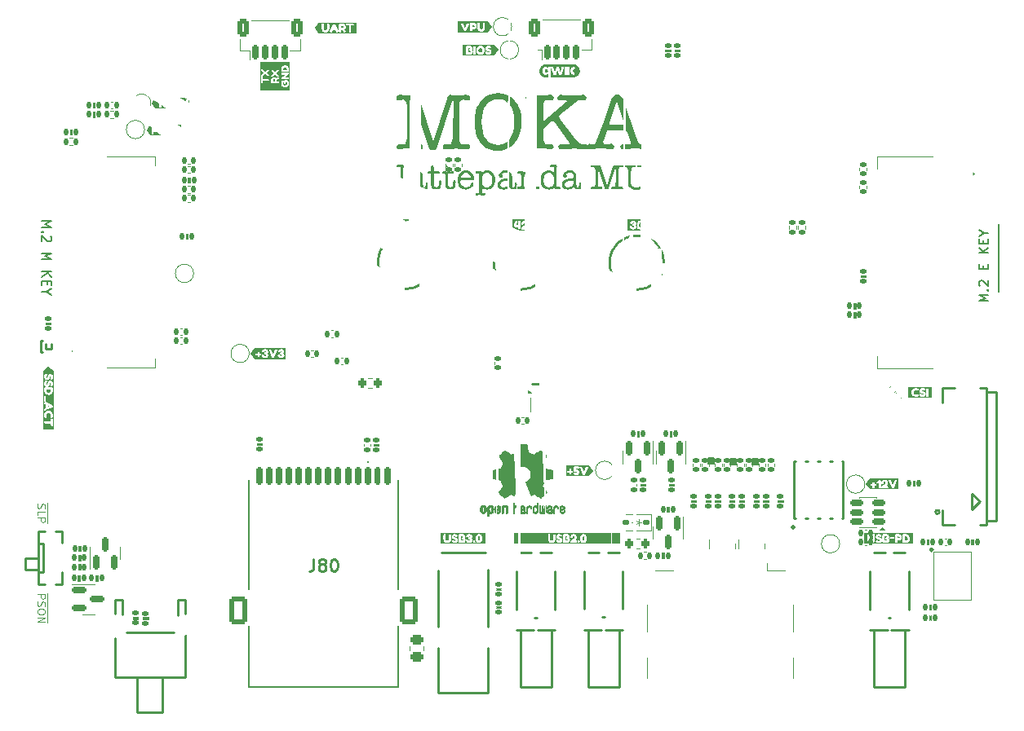
<source format=gbr>
%TF.GenerationSoftware,KiCad,Pcbnew,9.0.6*%
%TF.CreationDate,2025-12-17T23:23:30+01:00*%
%TF.ProjectId,LattePanda_MOKA,4c617474-6550-4616-9e64-615f4d4f4b41,1.0*%
%TF.SameCoordinates,Original*%
%TF.FileFunction,Legend,Top*%
%TF.FilePolarity,Positive*%
%FSLAX46Y46*%
G04 Gerber Fmt 4.6, Leading zero omitted, Abs format (unit mm)*
G04 Created by KiCad (PCBNEW 9.0.6) date 2025-12-17 23:23:30*
%MOMM*%
%LPD*%
G01*
G04 APERTURE LIST*
G04 Aperture macros list*
%AMRoundRect*
0 Rectangle with rounded corners*
0 $1 Rounding radius*
0 $2 $3 $4 $5 $6 $7 $8 $9 X,Y pos of 4 corners*
0 Add a 4 corners polygon primitive as box body*
4,1,4,$2,$3,$4,$5,$6,$7,$8,$9,$2,$3,0*
0 Add four circle primitives for the rounded corners*
1,1,$1+$1,$2,$3*
1,1,$1+$1,$4,$5*
1,1,$1+$1,$6,$7*
1,1,$1+$1,$8,$9*
0 Add four rect primitives between the rounded corners*
20,1,$1+$1,$2,$3,$4,$5,0*
20,1,$1+$1,$4,$5,$6,$7,0*
20,1,$1+$1,$6,$7,$8,$9,0*
20,1,$1+$1,$8,$9,$2,$3,0*%
%AMFreePoly0*
4,1,107,1.435355,1.265355,1.450000,1.230000,1.450000,0.220000,1.435355,0.184645,1.400000,0.170000,1.344951,0.170000,1.299806,0.160971,1.298220,0.160680,1.179006,0.140811,1.132856,0.131581,1.077215,0.113034,1.028570,0.093576,1.025811,0.092566,0.967215,0.073034,0.870495,0.034346,0.812361,0.005279,0.808570,0.003576,0.762290,-0.014936,0.717933,-0.041550,0.680000,-0.070000,
0.675725,-0.072875,0.628605,-0.101147,0.581235,-0.139043,0.580000,-0.140000,0.540620,-0.169535,0.493395,-0.207315,0.377315,-0.323395,0.339535,-0.370620,0.310000,-0.410000,0.309043,-0.411235,0.271147,-0.458605,0.242875,-0.505725,0.240000,-0.510000,0.211550,-0.547933,0.184936,-0.592290,0.166424,-0.638570,0.164721,-0.642361,0.135654,-0.700495,0.096966,-0.797215,0.077434,-0.855811,
0.076424,-0.858570,0.056966,-0.907215,0.038419,-0.962856,0.029189,-1.009006,0.009320,-1.128220,0.009029,-1.129806,0.000000,-1.174951,0.000000,-1.230000,-0.014645,-1.265355,-0.050000,-1.280000,-1.060000,-1.280000,-1.095355,-1.265355,-1.110000,-1.230000,-1.110000,-1.160000,-1.109497,-1.152929,-1.099564,-1.083398,-1.089614,-1.003798,-1.089497,-1.002929,-1.059497,-0.792929,-1.058076,-0.786264,
-0.958076,-0.436264,-0.954721,-0.427639,-0.925378,-0.368953,-0.897205,-0.303217,-0.878076,-0.236264,-0.871603,-0.222265,-0.834147,-0.166081,-0.805957,-0.100304,-0.804721,-0.097639,-0.774721,-0.037639,-0.771603,-0.032265,-0.571603,0.267735,-0.565355,0.275355,-0.518859,0.321851,-0.481603,0.377735,-0.475355,0.385355,-0.426961,0.433749,-0.378411,0.492009,-0.375355,0.495355,-0.325355,0.545355,
-0.322009,0.548411,-0.263749,0.596961,-0.215355,0.645355,-0.207735,0.651603,-0.151851,0.688859,-0.105355,0.735355,-0.097735,0.741603,0.202265,0.941603,0.207639,0.944721,0.267639,0.974721,0.270304,0.975957,0.336081,1.004147,0.392265,1.041603,0.406264,1.048076,0.473217,1.067205,0.538953,1.095378,0.597639,1.124721,0.606264,1.128076,0.956264,1.228076,0.962929,1.229497,
1.172929,1.259497,1.173798,1.259614,1.253398,1.269564,1.322929,1.279497,1.330000,1.280000,1.400000,1.280000,1.435355,1.265355,1.435355,1.265355,$1*%
%AMFreePoly1*
4,1,107,-0.184645,1.435355,-0.170000,1.400000,-0.170000,1.344951,-0.160971,1.299806,-0.160680,1.298220,-0.140811,1.179006,-0.131581,1.132856,-0.113034,1.077215,-0.093576,1.028570,-0.092566,1.025811,-0.073034,0.967215,-0.034346,0.870495,-0.005279,0.812361,-0.003576,0.808570,0.014936,0.762290,0.041550,0.717933,0.070000,0.680000,0.072875,0.675725,0.101147,0.628605,0.139043,0.581235,
0.140000,0.580000,0.169535,0.540620,0.207315,0.493395,0.323395,0.377315,0.370620,0.339535,0.410000,0.310000,0.411235,0.309043,0.458605,0.271147,0.505725,0.242875,0.510000,0.240000,0.547933,0.211550,0.592290,0.184936,0.638570,0.166424,0.642361,0.164721,0.700495,0.135654,0.797215,0.096966,0.855811,0.077434,0.858570,0.076424,0.907215,0.056966,0.962856,0.038419,
1.009006,0.029189,1.128220,0.009320,1.129806,0.009029,1.174951,0.000000,1.230000,0.000000,1.265355,-0.014645,1.280000,-0.050000,1.280000,-1.060000,1.265355,-1.095355,1.230000,-1.110000,1.160000,-1.110000,1.152929,-1.109497,1.083398,-1.099564,1.003798,-1.089614,1.002929,-1.089497,0.792929,-1.059497,0.786264,-1.058076,0.436264,-0.958076,0.427639,-0.954721,0.368953,-0.925378,
0.303217,-0.897205,0.236264,-0.878076,0.222265,-0.871603,0.166081,-0.834147,0.100304,-0.805957,0.097639,-0.804721,0.037639,-0.774721,0.032265,-0.771603,-0.267735,-0.571603,-0.275355,-0.565355,-0.321851,-0.518859,-0.377735,-0.481603,-0.385355,-0.475355,-0.433749,-0.426961,-0.492009,-0.378411,-0.495355,-0.375355,-0.545355,-0.325355,-0.548411,-0.322009,-0.596961,-0.263749,-0.645355,-0.215355,
-0.651603,-0.207735,-0.688859,-0.151851,-0.735355,-0.105355,-0.741603,-0.097735,-0.941603,0.202265,-0.944721,0.207639,-0.974721,0.267639,-0.975957,0.270304,-1.004147,0.336081,-1.041603,0.392265,-1.048076,0.406264,-1.067205,0.473217,-1.095378,0.538953,-1.124721,0.597639,-1.128076,0.606264,-1.228076,0.956264,-1.229497,0.962929,-1.259497,1.172929,-1.259614,1.173798,-1.269564,1.253398,
-1.279497,1.322929,-1.280000,1.330000,-1.280000,1.400000,-1.265355,1.435355,-1.230000,1.450000,-0.220000,1.450000,-0.184645,1.435355,-0.184645,1.435355,$1*%
%AMFreePoly2*
4,1,107,-1.152929,1.109497,-1.083398,1.099564,-1.003798,1.089614,-1.002929,1.089497,-0.792929,1.059497,-0.786264,1.058076,-0.436264,0.958076,-0.427639,0.954721,-0.368953,0.925378,-0.303217,0.897205,-0.236264,0.878076,-0.222265,0.871603,-0.166081,0.834147,-0.100304,0.805957,-0.097639,0.804721,-0.037639,0.774721,-0.032265,0.771603,0.267735,0.571603,0.275355,0.565355,0.321851,0.518859,
0.377735,0.481603,0.385355,0.475355,0.433749,0.426961,0.492009,0.378411,0.495355,0.375355,0.545355,0.325355,0.548411,0.322009,0.596961,0.263749,0.645355,0.215355,0.651603,0.207735,0.688859,0.151851,0.735355,0.105355,0.741603,0.097735,0.941603,-0.202265,0.944721,-0.207639,0.974721,-0.267639,0.975957,-0.270304,1.004147,-0.336081,1.041603,-0.392265,1.048076,-0.406264,
1.067205,-0.473217,1.095378,-0.538953,1.124721,-0.597639,1.128076,-0.606264,1.228076,-0.956264,1.229497,-0.962929,1.259497,-1.172929,1.259614,-1.173798,1.269564,-1.253398,1.279497,-1.322929,1.280000,-1.330000,1.280000,-1.400000,1.265355,-1.435355,1.230000,-1.450000,0.220000,-1.450000,0.184645,-1.435355,0.170000,-1.400000,0.170000,-1.344951,0.160971,-1.299806,0.160680,-1.298220,
0.140811,-1.179006,0.131581,-1.132856,0.113034,-1.077215,0.093576,-1.028570,0.092566,-1.025811,0.073034,-0.967215,0.034346,-0.870495,0.005279,-0.812361,0.003576,-0.808570,-0.014936,-0.762290,-0.041550,-0.717933,-0.070000,-0.680000,-0.072875,-0.675725,-0.101147,-0.628605,-0.139043,-0.581235,-0.140000,-0.580000,-0.169535,-0.540620,-0.207315,-0.493395,-0.323395,-0.377315,-0.370620,-0.339535,
-0.410000,-0.310000,-0.411235,-0.309043,-0.458605,-0.271147,-0.505725,-0.242875,-0.510000,-0.240000,-0.547933,-0.211550,-0.592290,-0.184936,-0.638570,-0.166424,-0.642361,-0.164721,-0.700495,-0.135654,-0.797215,-0.096966,-0.855811,-0.077434,-0.858570,-0.076424,-0.907215,-0.056966,-0.962856,-0.038419,-1.009006,-0.029189,-1.128220,-0.009320,-1.129806,-0.009029,-1.174951,0.000000,-1.230000,0.000000,
-1.265355,0.014645,-1.280000,0.050000,-1.280000,1.060000,-1.265355,1.095355,-1.230000,1.110000,-1.160000,1.110000,-1.152929,1.109497,-1.152929,1.109497,$1*%
%AMFreePoly3*
4,1,107,1.095355,1.265355,1.110000,1.230000,1.110000,1.160000,1.109497,1.152929,1.099564,1.083398,1.089614,1.003798,1.089497,1.002929,1.059497,0.792929,1.058076,0.786264,0.958076,0.436264,0.954721,0.427639,0.925378,0.368953,0.897205,0.303217,0.878076,0.236264,0.871603,0.222265,0.834147,0.166081,0.805957,0.100304,0.804721,0.097639,0.774721,0.037639,0.771603,0.032265,
0.571603,-0.267735,0.565355,-0.275355,0.518859,-0.321851,0.481603,-0.377735,0.475355,-0.385355,0.426961,-0.433749,0.378411,-0.492009,0.375355,-0.495355,0.325355,-0.545355,0.322009,-0.548411,0.263749,-0.596961,0.215355,-0.645355,0.207735,-0.651603,0.151851,-0.688859,0.105355,-0.735355,0.097735,-0.741603,-0.202265,-0.941603,-0.207639,-0.944721,-0.267639,-0.974721,-0.270304,-0.975957,
-0.336081,-1.004147,-0.392265,-1.041603,-0.406264,-1.048076,-0.473217,-1.067205,-0.538953,-1.095378,-0.597639,-1.124721,-0.606264,-1.128076,-0.956264,-1.228076,-0.962929,-1.229497,-1.172929,-1.259497,-1.173798,-1.259614,-1.253398,-1.269564,-1.322929,-1.279497,-1.330000,-1.280000,-1.400000,-1.280000,-1.435355,-1.265355,-1.450000,-1.230000,-1.450000,-0.220000,-1.435355,-0.184645,-1.400000,-0.170000,
-1.344951,-0.170000,-1.299806,-0.160971,-1.298220,-0.160680,-1.179006,-0.140811,-1.132856,-0.131581,-1.077215,-0.113034,-1.028570,-0.093576,-1.025811,-0.092566,-0.967215,-0.073034,-0.870495,-0.034346,-0.812361,-0.005279,-0.808570,-0.003576,-0.762290,0.014936,-0.717933,0.041550,-0.680000,0.070000,-0.675725,0.072875,-0.628605,0.101147,-0.581235,0.139043,-0.580000,0.140000,-0.540620,0.169535,
-0.493395,0.207315,-0.377315,0.323395,-0.339535,0.370620,-0.310000,0.410000,-0.309043,0.411235,-0.271147,0.458605,-0.242875,0.505725,-0.240000,0.510000,-0.211550,0.547933,-0.184936,0.592290,-0.166424,0.638570,-0.164721,0.642361,-0.135654,0.700495,-0.096966,0.797215,-0.077434,0.855811,-0.076424,0.858570,-0.056966,0.907215,-0.038419,0.962856,-0.029189,1.009006,-0.009320,1.128220,
-0.009029,1.129806,0.000000,1.174951,0.000000,1.230000,0.014645,1.265355,0.050000,1.280000,1.060000,1.280000,1.095355,1.265355,1.095355,1.265355,$1*%
G04 Aperture macros list end*
%ADD10C,0.000000*%
%ADD11C,0.150000*%
%ADD12C,0.200000*%
%ADD13C,0.100000*%
%ADD14C,0.254000*%
%ADD15C,0.120000*%
%ADD16C,0.250000*%
%ADD17C,0.500000*%
%ADD18C,0.050000*%
%ADD19C,0.010000*%
%ADD20C,0.270227*%
%ADD21C,1.500000*%
%ADD22RoundRect,0.175000X-0.175000X-0.725000X0.175000X-0.725000X0.175000X0.725000X-0.175000X0.725000X0*%
%ADD23RoundRect,0.250000X-0.650000X-1.150000X0.650000X-1.150000X0.650000X1.150000X-0.650000X1.150000X0*%
%ADD24RoundRect,0.135000X-0.135000X-0.185000X0.135000X-0.185000X0.135000X0.185000X-0.135000X0.185000X0*%
%ADD25RoundRect,0.140000X-0.140000X-0.170000X0.140000X-0.170000X0.140000X0.170000X-0.140000X0.170000X0*%
%ADD26RoundRect,0.150000X0.512500X0.150000X-0.512500X0.150000X-0.512500X-0.150000X0.512500X-0.150000X0*%
%ADD27R,0.580000X1.200000*%
%ADD28R,4.400000X3.800000*%
%ADD29C,3.150000*%
%ADD30FreePoly0,180.000000*%
%ADD31FreePoly1,180.000000*%
%ADD32FreePoly2,180.000000*%
%ADD33FreePoly3,180.000000*%
%ADD34C,1.000000*%
%ADD35C,1.100000*%
%ADD36O,1.000000X2.050000*%
%ADD37R,1.620000X0.250000*%
%ADD38RoundRect,0.135000X0.185000X-0.135000X0.185000X0.135000X-0.185000X0.135000X-0.185000X-0.135000X0*%
%ADD39C,1.600000*%
%ADD40RoundRect,0.140000X0.021213X-0.219203X0.219203X-0.021213X-0.021213X0.219203X-0.219203X0.021213X0*%
%ADD41RoundRect,0.135000X0.135000X0.185000X-0.135000X0.185000X-0.135000X-0.185000X0.135000X-0.185000X0*%
%ADD42RoundRect,0.140000X0.140000X0.170000X-0.140000X0.170000X-0.140000X-0.170000X0.140000X-0.170000X0*%
%ADD43RoundRect,0.147500X-0.172500X0.147500X-0.172500X-0.147500X0.172500X-0.147500X0.172500X0.147500X0*%
%ADD44R,0.300000X0.500000*%
%ADD45C,0.800000*%
%ADD46O,0.860000X1.800000*%
%ADD47R,1.100000X0.400000*%
%ADD48C,6.400000*%
%ADD49RoundRect,0.140000X-0.170000X0.140000X-0.170000X-0.140000X0.170000X-0.140000X0.170000X0.140000X0*%
%ADD50R,1.000000X0.200000*%
%ADD51R,2.200000X1.600000*%
%ADD52C,0.900000*%
%ADD53R,0.700000X0.600000*%
%ADD54R,0.700000X0.900000*%
%ADD55R,0.250000X0.625000*%
%ADD56R,0.400000X0.700000*%
%ADD57R,0.400000X0.575000*%
%ADD58RoundRect,0.150000X-0.150000X0.587500X-0.150000X-0.587500X0.150000X-0.587500X0.150000X0.587500X0*%
%ADD59RoundRect,0.135000X-0.185000X0.135000X-0.185000X-0.135000X0.185000X-0.135000X0.185000X0.135000X0*%
%ADD60RoundRect,0.140000X0.170000X-0.140000X0.170000X0.140000X-0.170000X0.140000X-0.170000X-0.140000X0*%
%ADD61RoundRect,0.147500X-0.147500X-0.172500X0.147500X-0.172500X0.147500X0.172500X-0.147500X0.172500X0*%
%ADD62RoundRect,0.150000X-0.150000X-0.625000X0.150000X-0.625000X0.150000X0.625000X-0.150000X0.625000X0*%
%ADD63RoundRect,0.250000X-0.350000X-0.650000X0.350000X-0.650000X0.350000X0.650000X-0.350000X0.650000X0*%
%ADD64R,0.300000X2.600000*%
%ADD65O,1.500000X3.300000*%
%ADD66O,1.500000X2.300000*%
%ADD67R,1.550000X0.300000*%
%ADD68R,2.750000X1.200000*%
%ADD69RoundRect,0.137500X0.212500X0.137500X-0.212500X0.137500X-0.212500X-0.137500X0.212500X-0.137500X0*%
%ADD70RoundRect,0.200000X0.200000X0.275000X-0.200000X0.275000X-0.200000X-0.275000X0.200000X-0.275000X0*%
%ADD71R,0.850000X0.850000*%
%ADD72RoundRect,0.147500X0.172500X-0.147500X0.172500X0.147500X-0.172500X0.147500X-0.172500X-0.147500X0*%
%ADD73RoundRect,0.150000X0.150000X-0.587500X0.150000X0.587500X-0.150000X0.587500X-0.150000X-0.587500X0*%
%ADD74R,0.700000X0.800000*%
%ADD75C,1.200000*%
%ADD76C,2.000000*%
%ADD77C,1.150000*%
%ADD78C,1.650000*%
%ADD79RoundRect,0.150000X-0.587500X-0.150000X0.587500X-0.150000X0.587500X0.150000X-0.587500X0.150000X0*%
%ADD80RoundRect,0.250000X0.450000X-0.262500X0.450000X0.262500X-0.450000X0.262500X-0.450000X-0.262500X0*%
%ADD81R,2.300000X3.200000*%
%ADD82R,1.100000X0.510000*%
G04 APERTURE END LIST*
D10*
G36*
X49777435Y60576706D02*
G01*
X49795629Y60573617D01*
X49812644Y60568631D01*
X49828473Y60561885D01*
X49843116Y60553506D01*
X49856566Y60543630D01*
X49868818Y60532389D01*
X49879867Y60519914D01*
X49889711Y60506344D01*
X49898338Y60491805D01*
X49905753Y60476433D01*
X49911942Y60460358D01*
X49916906Y60443714D01*
X49920638Y60426636D01*
X49923133Y60409254D01*
X49924389Y60391705D01*
X49924397Y60374115D01*
X49923156Y60356619D01*
X49920660Y60339357D01*
X49916905Y60322454D01*
X49911883Y60306042D01*
X49905593Y60290257D01*
X49898028Y60275232D01*
X49889181Y60261103D01*
X49879054Y60247994D01*
X49867638Y60236047D01*
X49854926Y60225387D01*
X49840916Y60216153D01*
X49825605Y60208473D01*
X49808983Y60202479D01*
X49791053Y60198314D01*
X49771802Y60196098D01*
X49764133Y60195742D01*
X49756350Y60195584D01*
X49748659Y60195603D01*
X49741286Y60195801D01*
X49734443Y60196162D01*
X49728345Y60196681D01*
X49723204Y60197348D01*
X49721060Y60197737D01*
X49719241Y60198158D01*
X49702346Y60203616D01*
X49686732Y60210605D01*
X49672392Y60219016D01*
X49659309Y60228726D01*
X49647475Y60239638D01*
X49636880Y60251632D01*
X49627510Y60264597D01*
X49619353Y60278424D01*
X49612395Y60292996D01*
X49606632Y60308207D01*
X49602050Y60323943D01*
X49598634Y60340090D01*
X49596373Y60356542D01*
X49595261Y60373181D01*
X49595283Y60389899D01*
X49596426Y60406586D01*
X49598680Y60423122D01*
X49602036Y60439405D01*
X49606474Y60455317D01*
X49611997Y60470749D01*
X49618579Y60485586D01*
X49626221Y60499722D01*
X49634900Y60513041D01*
X49644615Y60525433D01*
X49655345Y60536784D01*
X49667087Y60546987D01*
X49679824Y60555923D01*
X49693549Y60563489D01*
X49708244Y60569566D01*
X49723904Y60574045D01*
X49740515Y60576815D01*
X49758065Y60577761D01*
X49777435Y60576706D01*
G37*
D11*
X96700000Y37479999D02*
X96700000Y44500000D01*
X68870001Y20069974D02*
X69470001Y20069974D01*
X69470001Y19469974D01*
X68870001Y19469974D01*
X68870001Y20069974D01*
G36*
X68870001Y20069974D02*
G01*
X69470001Y20069974D01*
X69470001Y19469974D01*
X68870001Y19469974D01*
X68870001Y20069974D01*
G37*
D10*
G36*
X51173621Y61072886D02*
G01*
X52633341Y61071308D01*
X52686712Y61059809D01*
X52717036Y61052625D01*
X52746809Y61044274D01*
X52775995Y61034769D01*
X52804562Y61024136D01*
X52832475Y61012392D01*
X52859697Y60999560D01*
X52886199Y60985658D01*
X52911944Y60970713D01*
X52936896Y60954743D01*
X52961025Y60937764D01*
X52984292Y60919804D01*
X53006671Y60900879D01*
X53028117Y60881013D01*
X53048605Y60860224D01*
X53068092Y60838537D01*
X53086554Y60815967D01*
X53099392Y60798490D01*
X53114155Y60776786D01*
X53129724Y60752707D01*
X53144977Y60728099D01*
X53158795Y60704810D01*
X53170049Y60684684D01*
X53177627Y60669578D01*
X53179685Y60664480D01*
X53180401Y60661331D01*
X53180441Y60660779D01*
X53180553Y60660069D01*
X53180740Y60659217D01*
X53180990Y60658234D01*
X53181310Y60657122D01*
X53181687Y60655902D01*
X53182603Y60653164D01*
X53183712Y60650115D01*
X53184983Y60646834D01*
X53186389Y60643418D01*
X53187893Y60639944D01*
X53201639Y60605510D01*
X53212936Y60569578D01*
X53221806Y60532370D01*
X53228264Y60494092D01*
X53232342Y60454967D01*
X53234051Y60415196D01*
X53233417Y60375001D01*
X53230466Y60334594D01*
X53225212Y60294183D01*
X53217681Y60253986D01*
X53207898Y60214215D01*
X53195876Y60175080D01*
X53181642Y60136800D01*
X53165218Y60099580D01*
X53146625Y60063643D01*
X53125883Y60029194D01*
X53104189Y59997686D01*
X53080932Y59967615D01*
X53056186Y59939028D01*
X53030023Y59911972D01*
X53002524Y59886492D01*
X52973765Y59862640D01*
X52943814Y59840459D01*
X52912754Y59819990D01*
X52880662Y59801292D01*
X52847604Y59784407D01*
X52813665Y59769376D01*
X52778916Y59756253D01*
X52743433Y59745082D01*
X52707294Y59735913D01*
X52670569Y59728786D01*
X52633337Y59723753D01*
X52528082Y59721655D01*
X52270631Y59720032D01*
X51388439Y59718569D01*
X50191578Y59718475D01*
X50191578Y60249423D01*
X50191578Y60774133D01*
X50226542Y60774133D01*
X50226576Y60770981D01*
X50227445Y60767311D01*
X50230982Y60758262D01*
X50235293Y60747975D01*
X50240033Y60736131D01*
X50246049Y60720419D01*
X50254192Y60698533D01*
X50265317Y60668159D01*
X50280273Y60626992D01*
X50325080Y60503044D01*
X50376198Y60362326D01*
X50400323Y60297565D01*
X50401411Y60295094D01*
X50402620Y60292155D01*
X50403909Y60288862D01*
X50405241Y60285322D01*
X50406575Y60281644D01*
X50407870Y60277937D01*
X50409088Y60274311D01*
X50410183Y60270878D01*
X50416241Y60252248D01*
X50423666Y60230706D01*
X50430934Y60210569D01*
X50434034Y60202378D01*
X50436523Y60196157D01*
X50439298Y60189287D01*
X50442998Y60179709D01*
X50453229Y60152230D01*
X50467349Y60113358D01*
X50485500Y60062726D01*
X50490208Y60049783D01*
X50494824Y60037550D01*
X50499236Y60026311D01*
X50503324Y60016343D01*
X50506966Y60007922D01*
X50510055Y60001335D01*
X50512467Y59996854D01*
X50513382Y59995492D01*
X50514083Y59994760D01*
X50518068Y59993858D01*
X50526747Y59993073D01*
X50555516Y59991872D01*
X50595032Y59991155D01*
X50639940Y59990921D01*
X50684873Y59991171D01*
X50724470Y59991901D01*
X50753374Y59993112D01*
X50762141Y59993898D01*
X50766225Y59994806D01*
X50766225Y59994802D01*
X50766966Y59995366D01*
X50767746Y59996149D01*
X50768574Y59997175D01*
X50769454Y59998475D01*
X50770404Y60000070D01*
X50771420Y60001981D01*
X50773706Y60006858D01*
X50776379Y60013307D01*
X50779508Y60021524D01*
X50783156Y60031703D01*
X50787388Y60044047D01*
X50792274Y60058745D01*
X50797882Y60075998D01*
X50811518Y60118960D01*
X50828825Y60174496D01*
X50850336Y60244188D01*
X50893920Y60385214D01*
X50915814Y60455006D01*
X50916207Y60456099D01*
X50916609Y60457038D01*
X50916814Y60457437D01*
X50917024Y60457787D01*
X50917240Y60458074D01*
X50917466Y60458304D01*
X50917700Y60458466D01*
X50917949Y60458559D01*
X50918209Y60458575D01*
X50918487Y60458512D01*
X50918778Y60458366D01*
X50919088Y60458130D01*
X50919419Y60457802D01*
X50919769Y60457370D01*
X50920145Y60456841D01*
X50920540Y60456203D01*
X50920965Y60455452D01*
X50921418Y60454584D01*
X50921898Y60453596D01*
X50922410Y60452483D01*
X50923529Y60449856D01*
X50924793Y60446675D01*
X50926209Y60442898D01*
X50927791Y60438488D01*
X50929554Y60433413D01*
X50931503Y60427626D01*
X50933660Y60421103D01*
X50936036Y60413800D01*
X50938638Y60405681D01*
X50941481Y60396707D01*
X50944582Y60386851D01*
X50951594Y60364318D01*
X50959775Y60337789D01*
X50969224Y60306967D01*
X50992333Y60231283D01*
X51039581Y60078652D01*
X51055467Y60029071D01*
X51063097Y60007123D01*
X51069708Y59993341D01*
X51193504Y59992599D01*
X51239376Y59992343D01*
X51273594Y59992556D01*
X51286936Y59993002D01*
X51298098Y59993765D01*
X51307315Y59994910D01*
X51314836Y59996505D01*
X51320902Y59998615D01*
X51325756Y60001307D01*
X51329644Y60004644D01*
X51332805Y60008697D01*
X51335487Y60013530D01*
X51337928Y60019208D01*
X51343070Y60033373D01*
X51360001Y60079974D01*
X51373370Y60116504D01*
X51639051Y60116504D01*
X51639575Y60030676D01*
X51640449Y59997343D01*
X51641479Y59996493D01*
X51643835Y59995694D01*
X51652181Y59994255D01*
X51680956Y59992028D01*
X51721185Y59990668D01*
X51767281Y59990181D01*
X51813646Y59990571D01*
X51854690Y59991846D01*
X51884822Y59994012D01*
X51894049Y59995431D01*
X51896894Y59996223D01*
X51898449Y59997075D01*
X51898410Y59997077D01*
X51900176Y60007443D01*
X51901685Y60033272D01*
X51903947Y60122490D01*
X51904423Y60202755D01*
X51904423Y60202756D01*
X51948462Y60202756D01*
X51949087Y60081500D01*
X51950841Y60016158D01*
X51952188Y60000909D01*
X51953872Y59995375D01*
X51955167Y59994976D01*
X51957675Y59994596D01*
X51966079Y59993908D01*
X51978549Y59993323D01*
X51994557Y59992853D01*
X52013569Y59992510D01*
X52035057Y59992307D01*
X52058491Y59992259D01*
X52083334Y59992372D01*
X52206361Y59993341D01*
X52206365Y60371114D01*
X52206365Y60371116D01*
X52249659Y60371116D01*
X52250532Y60348036D01*
X52252526Y60325426D01*
X52255617Y60303318D01*
X52259788Y60281735D01*
X52265012Y60260700D01*
X52271266Y60240237D01*
X52278534Y60220379D01*
X52286791Y60201146D01*
X52296013Y60182565D01*
X52306179Y60164659D01*
X52317268Y60147456D01*
X52329257Y60130983D01*
X52342121Y60115260D01*
X52355844Y60100317D01*
X52370400Y60086180D01*
X52385766Y60072873D01*
X52401925Y60060419D01*
X52418848Y60048846D01*
X52436518Y60038182D01*
X52454912Y60028446D01*
X52474006Y60019670D01*
X52493782Y60011877D01*
X52514210Y60005090D01*
X52535276Y59999336D01*
X52556952Y59994644D01*
X52579222Y59991035D01*
X52602059Y59988536D01*
X52625445Y59987172D01*
X52649355Y59986972D01*
X52713398Y59988000D01*
X52713399Y60094747D01*
X52713398Y60201491D01*
X52683811Y60199724D01*
X52674834Y60199420D01*
X52666027Y60199589D01*
X52657401Y60200219D01*
X52648964Y60201309D01*
X52640716Y60202843D01*
X52632674Y60204818D01*
X52624839Y60207220D01*
X52617218Y60210045D01*
X52609827Y60213286D01*
X52602664Y60216929D01*
X52595740Y60220972D01*
X52589059Y60225404D01*
X52582637Y60230218D01*
X52576472Y60235405D01*
X52570577Y60240955D01*
X52564959Y60246864D01*
X52559620Y60253119D01*
X52554574Y60259715D01*
X52549827Y60266639D01*
X52545383Y60273891D01*
X52541254Y60281457D01*
X52537446Y60289330D01*
X52533963Y60297502D01*
X52530817Y60305964D01*
X52528012Y60314709D01*
X52525555Y60323728D01*
X52523461Y60333013D01*
X52521727Y60342554D01*
X52520367Y60352346D01*
X52519386Y60362380D01*
X52518792Y60372647D01*
X52518594Y60383138D01*
X52519258Y60404353D01*
X52521234Y60424427D01*
X52524504Y60443335D01*
X52526615Y60452338D01*
X52529040Y60461039D01*
X52531772Y60469435D01*
X52534815Y60477518D01*
X52538160Y60485287D01*
X52541806Y60492740D01*
X52545750Y60499869D01*
X52549992Y60506672D01*
X52554526Y60513149D01*
X52559348Y60519294D01*
X52564457Y60525102D01*
X52569847Y60530568D01*
X52575519Y60535693D01*
X52581466Y60540471D01*
X52587691Y60544897D01*
X52594184Y60548969D01*
X52600947Y60552685D01*
X52607973Y60556039D01*
X52615264Y60559025D01*
X52622811Y60561646D01*
X52630615Y60563891D01*
X52638672Y60565761D01*
X52646978Y60567252D01*
X52655533Y60568361D01*
X52664329Y60569082D01*
X52673369Y60569413D01*
X52713399Y60569991D01*
X52714849Y60676227D01*
X52715479Y60716704D01*
X52715627Y60732792D01*
X52715516Y60746396D01*
X52715036Y60757717D01*
X52714080Y60766966D01*
X52713386Y60770881D01*
X52712532Y60774348D01*
X52711504Y60777408D01*
X52710285Y60780078D01*
X52708864Y60782382D01*
X52707231Y60784351D01*
X52705365Y60786013D01*
X52703255Y60787388D01*
X52700890Y60788505D01*
X52698251Y60789386D01*
X52692111Y60790567D01*
X52684717Y60791122D01*
X52675967Y60791269D01*
X52653947Y60791164D01*
X52633450Y60790814D01*
X52613375Y60789702D01*
X52593731Y60787839D01*
X52574529Y60785230D01*
X52555775Y60781881D01*
X52537479Y60777805D01*
X52519654Y60773009D01*
X52502304Y60767499D01*
X52485444Y60761285D01*
X52469081Y60754376D01*
X52453227Y60746778D01*
X52437887Y60738502D01*
X52423067Y60729550D01*
X52408787Y60719941D01*
X52395050Y60709676D01*
X52381870Y60698764D01*
X52369251Y60687213D01*
X52357206Y60675031D01*
X52345740Y60662227D01*
X52334866Y60648809D01*
X52324596Y60634787D01*
X52314936Y60620170D01*
X52305893Y60604957D01*
X52297483Y60589171D01*
X52289712Y60572808D01*
X52282588Y60555886D01*
X52276120Y60538403D01*
X52270321Y60520371D01*
X52265198Y60501803D01*
X52260763Y60482704D01*
X52257023Y60463079D01*
X52253989Y60442942D01*
X52251365Y60418594D01*
X52249930Y60394643D01*
X52249659Y60371116D01*
X52206365Y60371116D01*
X52206368Y60388293D01*
X52206368Y60783242D01*
X52078274Y60783244D01*
X51950182Y60783244D01*
X51948813Y60391298D01*
X51948462Y60202756D01*
X51904423Y60202756D01*
X51905526Y60389187D01*
X51903323Y60655566D01*
X51900858Y60744383D01*
X51899294Y60769956D01*
X51897513Y60780022D01*
X51896929Y60780415D01*
X51896142Y60780789D01*
X51893950Y60781492D01*
X51890910Y60782125D01*
X51887011Y60782694D01*
X51882223Y60783196D01*
X51876536Y60783638D01*
X51869920Y60784017D01*
X51862361Y60784331D01*
X51844326Y60784775D01*
X51822265Y60784978D01*
X51796015Y60784942D01*
X51765415Y60784677D01*
X51640659Y60783242D01*
X51639278Y60393629D01*
X51639051Y60116504D01*
X51373370Y60116504D01*
X51373371Y60116506D01*
X51385916Y60150788D01*
X51560314Y60628638D01*
X51599202Y60738111D01*
X51611267Y60776227D01*
X51611242Y60777054D01*
X51611206Y60777450D01*
X51611151Y60777832D01*
X51611076Y60778204D01*
X51610980Y60778569D01*
X51610854Y60778914D01*
X51610701Y60779249D01*
X51610524Y60779578D01*
X51610311Y60779894D01*
X51610062Y60780200D01*
X51609778Y60780495D01*
X51609454Y60780778D01*
X51609087Y60781053D01*
X51608677Y60781320D01*
X51608223Y60781575D01*
X51607718Y60781818D01*
X51607162Y60782054D01*
X51606552Y60782280D01*
X51605891Y60782501D01*
X51605166Y60782706D01*
X51604384Y60782909D01*
X51603542Y60783098D01*
X51602632Y60783285D01*
X51601653Y60783459D01*
X51600607Y60783626D01*
X51598300Y60783942D01*
X51595686Y60784222D01*
X51592745Y60784476D01*
X51589463Y60784705D01*
X51585821Y60784908D01*
X51581799Y60785087D01*
X51577379Y60785242D01*
X51572541Y60785382D01*
X51567268Y60785497D01*
X51561539Y60785596D01*
X51555340Y60785679D01*
X51541448Y60785799D01*
X51525442Y60785871D01*
X51507174Y60785907D01*
X51486496Y60785915D01*
X51442701Y60785866D01*
X51409749Y60785509D01*
X51396832Y60785120D01*
X51386011Y60784529D01*
X51377080Y60783708D01*
X51369843Y60782612D01*
X51364082Y60781202D01*
X51359606Y60779437D01*
X51356203Y60777284D01*
X51353668Y60774694D01*
X51351796Y60771634D01*
X51350390Y60768064D01*
X51348129Y60759230D01*
X51347303Y60755843D01*
X51346120Y60751307D01*
X51342913Y60739616D01*
X51338943Y60725718D01*
X51334655Y60711197D01*
X51285042Y60543678D01*
X51240584Y60390965D01*
X51233234Y60365588D01*
X51226374Y60342736D01*
X51220107Y60322721D01*
X51214536Y60305848D01*
X51209774Y60292435D01*
X51205921Y60282788D01*
X51204368Y60279475D01*
X51203083Y60277218D01*
X51202080Y60276062D01*
X51201689Y60275906D01*
X51201370Y60276038D01*
X51200996Y60276497D01*
X51200571Y60277172D01*
X51200098Y60278048D01*
X51199586Y60279113D01*
X51199032Y60280354D01*
X51198450Y60281759D01*
X51197839Y60283309D01*
X51197208Y60285000D01*
X51195897Y60288735D01*
X51194555Y60292850D01*
X51193217Y60297250D01*
X51191929Y60301826D01*
X51185711Y60323924D01*
X51172469Y60369576D01*
X51109093Y60585771D01*
X51074235Y60705857D01*
X51066244Y60734702D01*
X51062973Y60746102D01*
X51059796Y60755694D01*
X51058152Y60759861D01*
X51056421Y60763634D01*
X51054569Y60767029D01*
X51052558Y60770071D01*
X51050351Y60772777D01*
X51047909Y60775164D01*
X51045204Y60777255D01*
X51042191Y60779069D01*
X51038839Y60780620D01*
X51035108Y60781932D01*
X51030963Y60783025D01*
X51026365Y60783913D01*
X51021284Y60784623D01*
X51015676Y60785167D01*
X51002744Y60785847D01*
X50987280Y60786110D01*
X50968991Y60786103D01*
X50922766Y60785912D01*
X50801315Y60785915D01*
X50795606Y60771237D01*
X50794353Y60767909D01*
X50792979Y60764066D01*
X50791533Y60759844D01*
X50790052Y60755382D01*
X50787180Y60746288D01*
X50785878Y60741932D01*
X50784725Y60737880D01*
X50775451Y60705482D01*
X50760431Y60653821D01*
X50713356Y60492407D01*
X50675820Y60362227D01*
X50659183Y60304962D01*
X50653831Y60287884D01*
X50651726Y60281839D01*
X50649939Y60277310D01*
X50648418Y60274184D01*
X50647120Y60272351D01*
X50646535Y60271880D01*
X50645990Y60271692D01*
X50645476Y60271769D01*
X50644983Y60272101D01*
X50644054Y60273467D01*
X50643151Y60275675D01*
X50641228Y60282167D01*
X50631475Y60316408D01*
X50615986Y60369615D01*
X50594187Y60443352D01*
X50568063Y60529730D01*
X50557415Y60565509D01*
X50542068Y60617794D01*
X50511377Y60725180D01*
X50505647Y60741977D01*
X50499906Y60755462D01*
X50496910Y60761070D01*
X50493765Y60765985D01*
X50490424Y60770251D01*
X50486835Y60773904D01*
X50482952Y60776996D01*
X50478726Y60779568D01*
X50474105Y60781669D01*
X50469041Y60783336D01*
X50463490Y60784616D01*
X50457396Y60785555D01*
X50443394Y60786583D01*
X50426646Y60786771D01*
X50406761Y60786472D01*
X50356010Y60785830D01*
X50311270Y60785796D01*
X50277692Y60785411D01*
X50264641Y60784993D01*
X50253848Y60784367D01*
X50245135Y60783500D01*
X50238322Y60782351D01*
X50233236Y60780876D01*
X50229695Y60779041D01*
X50228449Y60777977D01*
X50227521Y60776808D01*
X50226893Y60775524D01*
X50226542Y60774133D01*
X50191578Y60774133D01*
X50191577Y60780370D01*
X50179570Y60783314D01*
X50177724Y60783605D01*
X50174706Y60783875D01*
X50165431Y60784338D01*
X50152286Y60784699D01*
X50135812Y60784951D01*
X50095048Y60785103D01*
X50047476Y60784753D01*
X49927389Y60783244D01*
X49925836Y60739209D01*
X49925094Y60722114D01*
X49924210Y60708115D01*
X49923751Y60702726D01*
X49923296Y60698655D01*
X49922864Y60696079D01*
X49922660Y60695408D01*
X49922467Y60695181D01*
X49922338Y60695212D01*
X49922146Y60695304D01*
X49921571Y60695670D01*
X49920753Y60696260D01*
X49919707Y60697067D01*
X49916995Y60699278D01*
X49913545Y60702204D01*
X49909476Y60705744D01*
X49904894Y60709804D01*
X49899917Y60714287D01*
X49894661Y60719089D01*
X49885119Y60727383D01*
X49875078Y60735185D01*
X49864572Y60742488D01*
X49853622Y60749291D01*
X49842267Y60755595D01*
X49830526Y60761399D01*
X49818436Y60766705D01*
X49806021Y60771504D01*
X49780335Y60779595D01*
X49753696Y60785664D01*
X49726339Y60789705D01*
X49698488Y60791710D01*
X49670381Y60791665D01*
X49642244Y60789568D01*
X49614305Y60785410D01*
X49586797Y60779182D01*
X49559949Y60770874D01*
X49546844Y60765942D01*
X49533990Y60760483D01*
X49521418Y60754504D01*
X49509156Y60747998D01*
X49497227Y60740968D01*
X49485667Y60733410D01*
X49471125Y60722762D01*
X49457241Y60711301D01*
X49444016Y60699062D01*
X49431462Y60686078D01*
X49419580Y60672386D01*
X49408387Y60658029D01*
X49397879Y60643034D01*
X49388069Y60627441D01*
X49378960Y60611285D01*
X49370562Y60594600D01*
X49362880Y60577423D01*
X49355922Y60559797D01*
X49349695Y60541746D01*
X49344201Y60523311D01*
X49339454Y60504533D01*
X49335456Y60485440D01*
X49332216Y60466071D01*
X49329739Y60446462D01*
X49328032Y60426646D01*
X49327100Y60406666D01*
X49326953Y60386549D01*
X49327600Y60366339D01*
X49329044Y60346069D01*
X49331289Y60325770D01*
X49334348Y60305486D01*
X49338221Y60285243D01*
X49342923Y60265090D01*
X49348451Y60245049D01*
X49354819Y60225165D01*
X49362033Y60205472D01*
X49370100Y60186007D01*
X49379023Y60166801D01*
X49388172Y60149615D01*
X49398340Y60133193D01*
X49409471Y60117550D01*
X49421509Y60102697D01*
X49434396Y60088651D01*
X49448079Y60075410D01*
X49462496Y60063002D01*
X49477592Y60051429D01*
X49493310Y60040707D01*
X49509598Y60030845D01*
X49526391Y60021863D01*
X49543637Y60013762D01*
X49561280Y60006563D01*
X49579262Y60000274D01*
X49597528Y59994906D01*
X49616019Y59990478D01*
X49634677Y59986991D01*
X49653449Y59984466D01*
X49672275Y59982913D01*
X49691097Y59982341D01*
X49709864Y59982767D01*
X49728516Y59984198D01*
X49746996Y59986648D01*
X49765247Y59990134D01*
X49783215Y59994659D01*
X49800839Y60000241D01*
X49818064Y60006892D01*
X49834836Y60014624D01*
X49851095Y60023446D01*
X49866783Y60033374D01*
X49881848Y60044418D01*
X49896228Y60056588D01*
X49924718Y60082473D01*
X49924718Y59900475D01*
X49924718Y59718477D01*
X49800631Y59719185D01*
X49749080Y59719810D01*
X49700450Y59720995D01*
X49660213Y59722561D01*
X49644952Y59723436D01*
X49633843Y59724346D01*
X49633844Y59724346D01*
X49595474Y59729515D01*
X49557966Y59736886D01*
X49521377Y59746383D01*
X49485749Y59757935D01*
X49451135Y59771465D01*
X49417580Y59786894D01*
X49385134Y59804148D01*
X49353845Y59823144D01*
X49323755Y59843821D01*
X49294921Y59866093D01*
X49267387Y59889885D01*
X49241200Y59915127D01*
X49216407Y59941734D01*
X49193063Y59969638D01*
X49171205Y59998761D01*
X49150889Y60029026D01*
X49132164Y60060359D01*
X49115072Y60092686D01*
X49099662Y60125925D01*
X49085988Y60160006D01*
X49074090Y60194850D01*
X49064023Y60230385D01*
X49055832Y60266534D01*
X49049562Y60303218D01*
X49045265Y60340364D01*
X49042988Y60377892D01*
X49042781Y60415734D01*
X49044688Y60453809D01*
X49048755Y60492044D01*
X49055040Y60530364D01*
X49063581Y60568686D01*
X49074433Y60606942D01*
X49081320Y60627380D01*
X49089054Y60647648D01*
X49106949Y60687567D01*
X49127908Y60726518D01*
X49151711Y60764307D01*
X49178153Y60800746D01*
X49207011Y60835640D01*
X49238077Y60868802D01*
X49271135Y60900044D01*
X49305971Y60929172D01*
X49342375Y60955999D01*
X49380128Y60980334D01*
X49419021Y61001988D01*
X49458835Y61020769D01*
X49499360Y61036486D01*
X49519823Y61043137D01*
X49540386Y61048951D01*
X49561016Y61053907D01*
X49581691Y61057975D01*
X49598726Y61060770D01*
X49617263Y61063223D01*
X49639342Y61065360D01*
X49666990Y61067202D01*
X49702241Y61068761D01*
X49747135Y61070059D01*
X49803697Y61071113D01*
X49873968Y61071949D01*
X50063766Y61073026D01*
X50332791Y61073438D01*
X51173621Y61072886D01*
G37*
D11*
X66590001Y20169974D02*
X67190001Y20169974D01*
X67190001Y19569974D01*
X66590001Y19569974D01*
X66590001Y20169974D01*
G36*
X66590001Y20169974D02*
G01*
X67190001Y20169974D01*
X67190001Y19569974D01*
X66590001Y19569974D01*
X66590001Y20169974D01*
G37*
X71150001Y20059974D02*
X71750001Y20059974D01*
X71750001Y19459974D01*
X71150001Y19459974D01*
X71150001Y20059974D01*
G36*
X71150001Y20059974D02*
G01*
X71750001Y20059974D01*
X71750001Y19459974D01*
X71150001Y19459974D01*
X71150001Y20059974D01*
G37*
D12*
X95627219Y36469674D02*
X94627219Y36469674D01*
X94627219Y36469674D02*
X95341504Y36803007D01*
X95341504Y36803007D02*
X94627219Y37136340D01*
X94627219Y37136340D02*
X95627219Y37136340D01*
X95531980Y37612531D02*
X95579600Y37660150D01*
X95579600Y37660150D02*
X95627219Y37612531D01*
X95627219Y37612531D02*
X95579600Y37564912D01*
X95579600Y37564912D02*
X95531980Y37612531D01*
X95531980Y37612531D02*
X95627219Y37612531D01*
X94722457Y38041102D02*
X94674838Y38088721D01*
X94674838Y38088721D02*
X94627219Y38183959D01*
X94627219Y38183959D02*
X94627219Y38422054D01*
X94627219Y38422054D02*
X94674838Y38517292D01*
X94674838Y38517292D02*
X94722457Y38564911D01*
X94722457Y38564911D02*
X94817695Y38612530D01*
X94817695Y38612530D02*
X94912933Y38612530D01*
X94912933Y38612530D02*
X95055790Y38564911D01*
X95055790Y38564911D02*
X95627219Y37993483D01*
X95627219Y37993483D02*
X95627219Y38612530D01*
X95103409Y39803007D02*
X95103409Y40136340D01*
X95627219Y40279197D02*
X95627219Y39803007D01*
X95627219Y39803007D02*
X94627219Y39803007D01*
X94627219Y39803007D02*
X94627219Y40279197D01*
X95627219Y41469674D02*
X94627219Y41469674D01*
X95627219Y42041102D02*
X95055790Y41612531D01*
X94627219Y42041102D02*
X95198647Y41469674D01*
X95103409Y42469674D02*
X95103409Y42803007D01*
X95627219Y42945864D02*
X95627219Y42469674D01*
X95627219Y42469674D02*
X94627219Y42469674D01*
X94627219Y42469674D02*
X94627219Y42945864D01*
X95151028Y43564912D02*
X95627219Y43564912D01*
X94627219Y43231579D02*
X95151028Y43564912D01*
X95151028Y43564912D02*
X94627219Y43898245D01*
D13*
X-3066896Y5993735D02*
X-2266896Y5993735D01*
X-2266896Y5993735D02*
X-2266896Y5688973D01*
X-2266896Y5688973D02*
X-2304991Y5612783D01*
X-2304991Y5612783D02*
X-2343086Y5574688D01*
X-2343086Y5574688D02*
X-2419277Y5536592D01*
X-2419277Y5536592D02*
X-2533562Y5536592D01*
X-2533562Y5536592D02*
X-2609753Y5574688D01*
X-2609753Y5574688D02*
X-2647848Y5612783D01*
X-2647848Y5612783D02*
X-2685943Y5688973D01*
X-2685943Y5688973D02*
X-2685943Y5993735D01*
X-3028800Y5231831D02*
X-3066896Y5117545D01*
X-3066896Y5117545D02*
X-3066896Y4927069D01*
X-3066896Y4927069D02*
X-3028800Y4850878D01*
X-3028800Y4850878D02*
X-2990705Y4812783D01*
X-2990705Y4812783D02*
X-2914515Y4774688D01*
X-2914515Y4774688D02*
X-2838324Y4774688D01*
X-2838324Y4774688D02*
X-2762134Y4812783D01*
X-2762134Y4812783D02*
X-2724039Y4850878D01*
X-2724039Y4850878D02*
X-2685943Y4927069D01*
X-2685943Y4927069D02*
X-2647848Y5079450D01*
X-2647848Y5079450D02*
X-2609753Y5155640D01*
X-2609753Y5155640D02*
X-2571658Y5193735D01*
X-2571658Y5193735D02*
X-2495467Y5231831D01*
X-2495467Y5231831D02*
X-2419277Y5231831D01*
X-2419277Y5231831D02*
X-2343086Y5193735D01*
X-2343086Y5193735D02*
X-2304991Y5155640D01*
X-2304991Y5155640D02*
X-2266896Y5079450D01*
X-2266896Y5079450D02*
X-2266896Y4888973D01*
X-2266896Y4888973D02*
X-2304991Y4774688D01*
X-2266896Y4279449D02*
X-2266896Y4127068D01*
X-2266896Y4127068D02*
X-2304991Y4050878D01*
X-2304991Y4050878D02*
X-2381181Y3974687D01*
X-2381181Y3974687D02*
X-2533562Y3936592D01*
X-2533562Y3936592D02*
X-2800229Y3936592D01*
X-2800229Y3936592D02*
X-2952610Y3974687D01*
X-2952610Y3974687D02*
X-3028800Y4050878D01*
X-3028800Y4050878D02*
X-3066896Y4127068D01*
X-3066896Y4127068D02*
X-3066896Y4279449D01*
X-3066896Y4279449D02*
X-3028800Y4355640D01*
X-3028800Y4355640D02*
X-2952610Y4431830D01*
X-2952610Y4431830D02*
X-2800229Y4469926D01*
X-2800229Y4469926D02*
X-2533562Y4469926D01*
X-2533562Y4469926D02*
X-2381181Y4431830D01*
X-2381181Y4431830D02*
X-2304991Y4355640D01*
X-2304991Y4355640D02*
X-2266896Y4279449D01*
X-3066896Y3593735D02*
X-2266896Y3593735D01*
X-2266896Y3593735D02*
X-3066896Y3136592D01*
X-3066896Y3136592D02*
X-2266896Y3136592D01*
X-2044800Y6104211D02*
X-2044800Y3026116D01*
D11*
G36*
X36709589Y57268649D02*
G01*
X38003221Y53026150D01*
X39422883Y57545254D01*
X39521979Y57752833D01*
X39645957Y57861655D01*
X39800970Y57897330D01*
X39842736Y57897330D01*
X40061089Y57874981D01*
X40279442Y57837246D01*
X40649104Y57822225D01*
X41044044Y57844940D01*
X41337869Y57890002D01*
X41438619Y57897330D01*
X41623480Y57874671D01*
X41736993Y57817124D01*
X41801914Y57729886D01*
X41825133Y57603506D01*
X41793588Y57450845D01*
X41708882Y57366140D01*
X41556222Y57334594D01*
X41358751Y57359873D01*
X41161647Y57385519D01*
X40981786Y57349705D01*
X40854394Y57247259D01*
X40767968Y57062681D01*
X40733368Y56755372D01*
X40733368Y56167724D01*
X40724941Y55428401D01*
X40724941Y54714357D01*
X40733368Y53387386D01*
X40767562Y53079039D01*
X40852733Y52894549D01*
X40977659Y52792696D01*
X41153221Y52757239D01*
X41337869Y52774458D01*
X41556222Y52785815D01*
X41709265Y52754546D01*
X41793787Y52670928D01*
X41825133Y52520934D01*
X41802563Y52390641D01*
X41740449Y52302330D01*
X41634165Y52245265D01*
X41463898Y52223080D01*
X41337869Y52241032D01*
X40779377Y52295973D01*
X40355280Y52312106D01*
X39965291Y52296248D01*
X39599104Y52249824D01*
X39330192Y52223080D01*
X39139168Y52257918D01*
X39038445Y52347380D01*
X39002663Y52500418D01*
X39039418Y52657992D01*
X39142780Y52750012D01*
X39338619Y52785815D01*
X39464648Y52779221D01*
X39683001Y52765665D01*
X39803745Y52795274D01*
X39906418Y52888657D01*
X39995116Y53072426D01*
X40061089Y53393247D01*
X40077942Y54246876D01*
X40086368Y55049947D01*
X40103221Y55803192D01*
X40103221Y57284402D01*
X40092074Y57322756D01*
X40061089Y57334594D01*
X40010897Y57284402D01*
X38465206Y52494922D01*
X38368563Y52318297D01*
X38218023Y52214190D01*
X37994795Y52176185D01*
X37792448Y52194460D01*
X37671295Y52239200D01*
X37583533Y52325987D01*
X37507530Y52494922D01*
X35987118Y57284402D01*
X35928500Y57334594D01*
X35904354Y57323627D01*
X35894795Y57284402D01*
X35945353Y53396178D01*
X35978578Y53087163D01*
X36051273Y52909231D01*
X36150463Y52816507D01*
X36281309Y52785815D01*
X36533368Y52785815D01*
X36634118Y52785815D01*
X36824706Y52750677D01*
X36925639Y52660101D01*
X36961647Y52504448D01*
X36925120Y52349484D01*
X36821970Y52258580D01*
X36625691Y52223080D01*
X36449104Y52240665D01*
X36054529Y52302215D01*
X35626250Y52328593D01*
X35029809Y52302215D01*
X34677000Y52231873D01*
X34626442Y52223080D01*
X34576250Y52223080D01*
X34390936Y52245558D01*
X34277459Y52302528D01*
X34212798Y52388589D01*
X34189735Y52512874D01*
X34208905Y52620075D01*
X34265206Y52707047D01*
X34349397Y52766131D01*
X34450220Y52785815D01*
X34668207Y52767131D01*
X34853221Y52748813D01*
X35033082Y52784626D01*
X35160475Y52887072D01*
X35246901Y53071651D01*
X35281501Y53378959D01*
X35281501Y56755372D01*
X35246901Y57062681D01*
X35160475Y57247259D01*
X35033082Y57349705D01*
X34853221Y57385519D01*
X34651721Y57359873D01*
X34450220Y57334594D01*
X34303129Y57365719D01*
X34220702Y57450038D01*
X34189735Y57603506D01*
X34212693Y57730471D01*
X34276605Y57817676D01*
X34387699Y57874882D01*
X34567823Y57897330D01*
X34677000Y57890002D01*
X34970824Y57861060D01*
X35382617Y57839078D01*
X35814927Y57868021D01*
X36214264Y57897330D01*
X36360638Y57873047D01*
X36478620Y57802497D01*
X36575510Y57679515D01*
X36650970Y57486635D01*
X36709589Y57268649D01*
G37*
G36*
X45200426Y58028430D02*
G01*
X45586043Y57933353D01*
X45929972Y57779376D01*
X46238682Y57565712D01*
X46516428Y57287700D01*
X46741398Y56972263D01*
X46920743Y56612284D01*
X47053913Y56201364D01*
X47137917Y55731617D01*
X47167457Y55193928D01*
X47137310Y54609521D01*
X47051681Y54099255D01*
X46916277Y53653502D01*
X46734639Y53263822D01*
X46508001Y52923202D01*
X46223809Y52618932D01*
X45908600Y52386715D01*
X45558237Y52220298D01*
X45166005Y52117911D01*
X44723074Y52082396D01*
X44281744Y52116768D01*
X43891924Y52215679D01*
X43544881Y52375967D01*
X43233881Y52598784D01*
X42954634Y52889496D01*
X42730559Y53217289D01*
X42551254Y53592341D01*
X42417722Y54021442D01*
X42333318Y54512833D01*
X42303605Y55075958D01*
X42304050Y55084385D01*
X43042928Y55084385D01*
X43075634Y54503428D01*
X43166121Y54026119D01*
X43305386Y53635572D01*
X43488061Y53317410D01*
X43734513Y53042213D01*
X44018221Y52850020D01*
X44346478Y52732884D01*
X44731501Y52692026D01*
X45105728Y52733604D01*
X45430198Y52853896D01*
X45716200Y53053544D01*
X45970178Y53342689D01*
X46160193Y53674360D01*
X46303328Y54071041D01*
X46395240Y54544750D01*
X46428134Y55109664D01*
X46395894Y55682699D01*
X46306858Y56151640D01*
X46170105Y56533643D01*
X45991061Y56843300D01*
X45749681Y57109013D01*
X45466886Y57296243D01*
X45134560Y57411383D01*
X44739561Y57451831D01*
X44349962Y57411018D01*
X44019017Y57294255D01*
X43734235Y57103216D01*
X43488061Y56830477D01*
X43305029Y56514235D01*
X43165802Y56127476D01*
X43075514Y55656311D01*
X43042928Y55084385D01*
X42304050Y55084385D01*
X42333761Y55647406D01*
X42419158Y56142662D01*
X42553803Y56571964D01*
X42734032Y56944236D01*
X42958664Y57266817D01*
X43238448Y57551033D01*
X43553016Y57770196D01*
X43907126Y57928786D01*
X44307994Y58027150D01*
X44764840Y58061461D01*
X45200426Y58028430D01*
G37*
G36*
X49440014Y55126150D02*
G01*
X51808926Y57141887D01*
X51881631Y57220907D01*
X51901250Y57284769D01*
X51868130Y57349705D01*
X51741515Y57377092D01*
X51649191Y57368666D01*
X51204058Y57334594D01*
X51031273Y57369192D01*
X50936641Y57461029D01*
X50901808Y57624388D01*
X50939337Y57771981D01*
X51048601Y57861457D01*
X51263043Y57897330D01*
X51607425Y57881942D01*
X52052558Y57836147D01*
X52497691Y57805739D01*
X52817186Y57819532D01*
X53245440Y57866921D01*
X53581396Y57897330D01*
X53766311Y57862561D01*
X53865019Y57772320D01*
X53900499Y57615962D01*
X53866631Y57457419D01*
X53774555Y57368220D01*
X53606309Y57334594D01*
X53522412Y57334594D01*
X53430088Y57334594D01*
X53304058Y57334594D01*
X53098771Y57311350D01*
X52909999Y57242437D01*
X52732897Y57125400D01*
X51145074Y55803192D01*
X51065097Y55716903D01*
X51044324Y55652616D01*
X51059452Y55606574D01*
X51128221Y55510466D01*
X51254250Y55317759D01*
X52598441Y53493631D01*
X52992896Y53020193D01*
X53244847Y52815984D01*
X53404809Y52765665D01*
X53455001Y52774092D01*
X53497132Y52774092D01*
X53774470Y52785815D01*
X53948091Y52751811D01*
X54042322Y52662267D01*
X54076721Y52504448D01*
X54040713Y52348795D01*
X53939780Y52258219D01*
X53749191Y52223080D01*
X53329338Y52276569D01*
X52623720Y52312106D01*
X52165443Y52299060D01*
X51674470Y52258617D01*
X51304809Y52223080D01*
X51124283Y52256588D01*
X51028419Y52343162D01*
X50994132Y52492358D01*
X51030801Y52655885D01*
X51132351Y52749788D01*
X51321661Y52785815D01*
X51582146Y52776290D01*
X51960234Y52757239D01*
X52124510Y52784515D01*
X52161735Y52841136D01*
X52146514Y52902537D01*
X52086264Y53000871D01*
X50523720Y55126150D01*
X50470923Y55179514D01*
X50431396Y55193195D01*
X50321853Y55126150D01*
X49440014Y54353122D01*
X49431588Y54008739D01*
X49440014Y53227651D01*
X49499097Y52999083D01*
X49588977Y52857058D01*
X49706301Y52776669D01*
X49859868Y52748813D01*
X50044882Y52767131D01*
X50271661Y52785815D01*
X50372421Y52766119D01*
X50456309Y52707047D01*
X50512895Y52620046D01*
X50532146Y52512874D01*
X50509605Y52387422D01*
X50446960Y52301426D01*
X50338320Y52245138D01*
X50162485Y52223080D01*
X50103867Y52223080D01*
X50044882Y52231873D01*
X49574470Y52302215D01*
X49028587Y52328593D01*
X48583455Y52302215D01*
X48121469Y52231873D01*
X48070911Y52223080D01*
X48020719Y52223080D01*
X47840595Y52245528D01*
X47729501Y52302734D01*
X47665589Y52389939D01*
X47642631Y52516904D01*
X47673598Y52670371D01*
X47756025Y52754690D01*
X47903116Y52785815D01*
X48129896Y52763467D01*
X48306117Y52748813D01*
X48481679Y52784270D01*
X48606605Y52886122D01*
X48691776Y53070613D01*
X48725970Y53378959D01*
X48734397Y53966607D01*
X48734397Y54705931D01*
X48734397Y55411548D01*
X48734397Y56159298D01*
X48725970Y56746946D01*
X48691776Y57055292D01*
X48606605Y57239783D01*
X48481679Y57341635D01*
X48306117Y57377092D01*
X48129529Y57355843D01*
X47903116Y57334594D01*
X47750835Y57366413D01*
X47665947Y57452204D01*
X47634205Y57607536D01*
X47657009Y57732398D01*
X47720666Y57818427D01*
X47831726Y57875060D01*
X48012293Y57897330D01*
X48121469Y57888903D01*
X48524470Y57839078D01*
X48978029Y57805739D01*
X49658368Y57851534D01*
X50179338Y57897330D01*
X50386093Y57860480D01*
X50494111Y57766595D01*
X50532146Y57607536D01*
X50512907Y57500301D01*
X50456309Y57412996D01*
X50372450Y57354211D01*
X50271661Y57334594D01*
X50044882Y57360240D01*
X49868294Y57377092D01*
X49686261Y57350843D01*
X49569384Y57281784D01*
X49498633Y57171196D01*
X49449988Y56893500D01*
X49431588Y56167724D01*
X49440014Y55126150D01*
G37*
G36*
X57358843Y57903250D02*
G01*
X57524151Y57788478D01*
X57638514Y57590316D01*
X59142073Y53411199D01*
X59293546Y53053391D01*
X59402558Y52888764D01*
X59540179Y52795951D01*
X59738514Y52762368D01*
X59839264Y52778122D01*
X60074470Y52809263D01*
X60260283Y52775116D01*
X60358558Y52687199D01*
X60393573Y52536321D01*
X60357640Y52374461D01*
X60258509Y52281908D01*
X60074470Y52246527D01*
X59830838Y52262281D01*
X59040957Y52316869D01*
X58033088Y52260449D01*
X57764177Y52246527D01*
X57567898Y52282028D01*
X57464749Y52372931D01*
X57428221Y52527895D01*
X57466751Y52680246D01*
X57578684Y52772389D01*
X57797883Y52809263D01*
X58020266Y52785815D01*
X58243015Y52762368D01*
X58405534Y52791341D01*
X58490450Y52865163D01*
X58520353Y52990247D01*
X58453308Y53209699D01*
X58150691Y54036949D01*
X58093605Y54155609D01*
X58045545Y54205843D01*
X57976256Y54228858D01*
X57823162Y54239549D01*
X56327663Y54239549D01*
X56175926Y54221931D01*
X56096853Y54180198D01*
X56036387Y54093306D01*
X55933088Y53859629D01*
X55689456Y53209699D01*
X55655751Y53032379D01*
X55691117Y52884083D01*
X55791449Y52796652D01*
X55983280Y52762368D01*
X56222883Y52785815D01*
X56454058Y52809263D01*
X56655110Y52772769D01*
X56760919Y52679205D01*
X56798441Y52519469D01*
X56759958Y52373094D01*
X56646352Y52283042D01*
X56420353Y52246527D01*
X56235705Y52246527D01*
X55815485Y52301115D01*
X55429338Y52316869D01*
X55017544Y52305145D01*
X54664735Y52269974D01*
X54320353Y52246527D01*
X54128846Y52281034D01*
X54028357Y52369278D01*
X53992823Y52519469D01*
X54028757Y52681329D01*
X54127887Y52773882D01*
X54311927Y52809263D01*
X54371890Y52797034D01*
X54412677Y52762368D01*
X54521853Y52762368D01*
X54663741Y52782951D01*
X54776097Y52841518D01*
X54866236Y52940055D01*
X55034397Y53337194D01*
X55600526Y54877755D01*
X56302750Y54877755D01*
X56329208Y54824440D01*
X56428779Y54802284D01*
X57764177Y54802284D01*
X57842983Y54821353D01*
X57864927Y54869329D01*
X57848074Y54936374D01*
X57092265Y57251063D01*
X56319603Y54936374D01*
X56302750Y54877755D01*
X55600526Y54877755D01*
X56596940Y57589217D01*
X56716373Y57787571D01*
X56887075Y57902992D01*
X57125970Y57944224D01*
X57358843Y57903250D01*
G37*
G36*
X34923457Y49671594D02*
G01*
X34927179Y48525811D01*
X34944090Y48408121D01*
X34978551Y48354263D01*
X35027340Y48337948D01*
X35120057Y48352673D01*
X35179442Y48358660D01*
X35248647Y48344051D01*
X35287390Y48304509D01*
X35301933Y48232609D01*
X35285677Y48165612D01*
X35239242Y48125818D01*
X35149830Y48110119D01*
X34960512Y48122740D01*
X34760190Y48135361D01*
X34582036Y48122740D01*
X34407766Y48110119D01*
X34389157Y48110119D01*
X34298444Y48126809D01*
X34250444Y48169799D01*
X34233334Y48243613D01*
X34247569Y48307912D01*
X34286798Y48344635D01*
X34359546Y48358660D01*
X34385436Y48358660D01*
X34418931Y48354453D01*
X34526535Y48337948D01*
X34581505Y48352785D01*
X34610029Y48395391D01*
X34621670Y48475111D01*
X34630417Y48693770D01*
X34634139Y48953153D01*
X34645142Y49527582D01*
X34641421Y50187123D01*
X34630256Y50335342D01*
X34605964Y50384318D01*
X34572203Y50411317D01*
X34526373Y50420616D01*
X34429934Y50406053D01*
X34363268Y50398772D01*
X34290750Y50412958D01*
X34251410Y50450301D01*
X34237055Y50516085D01*
X34252993Y50582331D01*
X34298368Y50621536D01*
X34385436Y50636957D01*
X34455985Y50633559D01*
X34544981Y50623203D01*
X34645142Y50616246D01*
X34756306Y50626602D01*
X34867794Y50636957D01*
X34914365Y50625587D01*
X34942102Y50593024D01*
X34953068Y50530162D01*
X34949347Y50474823D01*
X34930912Y50161270D01*
X34923457Y49671594D01*
G37*
G36*
X36483602Y50020800D02*
G01*
X36634275Y49978455D01*
X36751315Y49913326D01*
X36841228Y49826141D01*
X36907501Y49714228D01*
X36950145Y49571885D01*
X36965672Y49391014D01*
X36965672Y48646198D01*
X36973115Y48436006D01*
X36999251Y48360440D01*
X37040345Y48320481D01*
X37099166Y48306881D01*
X37151293Y48318841D01*
X37190015Y48354588D01*
X37217594Y48422552D01*
X37228938Y48540050D01*
X37228938Y48718528D01*
X37242506Y48784805D01*
X37278811Y48821437D01*
X37343986Y48835031D01*
X37395526Y48824834D01*
X37431956Y48795716D01*
X37456617Y48743379D01*
X37466477Y48656392D01*
X37466477Y48637946D01*
X37462755Y48425812D01*
X37443698Y48291919D01*
X37397760Y48196049D01*
X37326844Y48128356D01*
X37225943Y48084923D01*
X37084280Y48068695D01*
X36965749Y48080707D01*
X36873805Y48113750D01*
X36802410Y48165791D01*
X36747930Y48238235D01*
X36709687Y48335683D01*
X36627215Y48237621D01*
X36529356Y48161567D01*
X36413983Y48105883D01*
X36277684Y48070787D01*
X36116003Y48058339D01*
X35920747Y48076433D01*
X35763216Y48126817D01*
X35635587Y48206558D01*
X35556873Y48286999D01*
X35501394Y48378315D01*
X35467465Y48482697D01*
X35455653Y48603480D01*
X35456337Y48609305D01*
X35756136Y48609305D01*
X35767929Y48520796D01*
X35801673Y48448304D01*
X35858077Y48387948D01*
X35930335Y48344584D01*
X36020914Y48316898D01*
X36134611Y48306881D01*
X36295116Y48323259D01*
X36423164Y48368857D01*
X36525870Y48441507D01*
X36603988Y48539619D01*
X36653238Y48660932D01*
X36672471Y48812054D01*
X36676192Y49073864D01*
X36590793Y49010268D01*
X36503702Y48970629D01*
X36394613Y48945879D01*
X36179109Y48919011D01*
X36005582Y48887859D01*
X35889023Y48839182D01*
X35814211Y48777354D01*
X35771039Y48702275D01*
X35756136Y48609305D01*
X35456337Y48609305D01*
X35472908Y48750319D01*
X35521949Y48871179D01*
X35602464Y48972001D01*
X35719081Y49055741D01*
X35817219Y49103702D01*
X35891572Y49128071D01*
X36182831Y49170789D01*
X36394155Y49200970D01*
X36520589Y49232733D01*
X36588976Y49263345D01*
X36639221Y49310682D01*
X36671480Y49380724D01*
X36683636Y49482113D01*
X36671265Y49578517D01*
X36636088Y49656797D01*
X36577811Y49721270D01*
X36502643Y49767705D01*
X36406306Y49797584D01*
X36282992Y49808486D01*
X36174335Y49798220D01*
X36071041Y49767593D01*
X35971344Y49715768D01*
X35927771Y49675089D01*
X35915681Y49637775D01*
X35921859Y49623688D01*
X35949014Y49600720D01*
X35986767Y49553508D01*
X36000956Y49474670D01*
X35987391Y49406697D01*
X35947073Y49352179D01*
X35887449Y49316394D01*
X35811799Y49303959D01*
X35722831Y49320741D01*
X35650311Y49370464D01*
X35601783Y49444151D01*
X35585425Y49533245D01*
X35597634Y49630618D01*
X35634119Y49720716D01*
X35696996Y49806125D01*
X35791249Y49888258D01*
X35935018Y49969141D01*
X36099746Y50018933D01*
X36290435Y50036315D01*
X36483602Y50020800D01*
G37*
G36*
X38601095Y48632606D02*
G01*
X38608538Y48869983D01*
X38626916Y48958503D01*
X38669967Y49005440D01*
X38742032Y49022085D01*
X38797890Y49011804D01*
X38836470Y48983043D01*
X38861936Y48932721D01*
X38871966Y48850727D01*
X38857037Y48578341D01*
X38819556Y48398148D01*
X38768084Y48284713D01*
X38688965Y48192587D01*
X38588734Y48126057D01*
X38462861Y48083908D01*
X38304334Y48068695D01*
X38157822Y48082232D01*
X38042601Y48119518D01*
X37951941Y48177895D01*
X37881360Y48258014D01*
X37834919Y48355278D01*
X37801713Y48504841D01*
X37788642Y48725647D01*
X37788642Y49616578D01*
X37780015Y49661588D01*
X37757471Y49685803D01*
X37718093Y49694571D01*
X37599324Y49694571D01*
X37544719Y49704536D01*
X37501104Y49733729D01*
X37471892Y49777171D01*
X37462108Y49829197D01*
X37471664Y49878326D01*
X37501104Y49922724D01*
X37543326Y49953977D01*
X37588320Y49963824D01*
X37732979Y49963824D01*
X37768177Y49971686D01*
X37788355Y49993426D01*
X37796086Y50033888D01*
X37796086Y50413982D01*
X37812829Y50493110D01*
X37858188Y50537452D01*
X37940745Y50554110D01*
X38016021Y50537997D01*
X38058409Y50494156D01*
X38074400Y50413982D01*
X38074400Y50019163D01*
X38090089Y49978528D01*
X38141228Y49963824D01*
X38545594Y49963824D01*
X38626582Y49947989D01*
X38670507Y49906316D01*
X38686531Y49832919D01*
X38676576Y49771188D01*
X38649679Y49730242D01*
X38604832Y49704442D01*
X38534429Y49694571D01*
X38126342Y49694571D01*
X38089160Y49677602D01*
X38074400Y49616740D01*
X38074400Y48706068D01*
X38088220Y48546372D01*
X38123617Y48439838D01*
X38174963Y48371400D01*
X38242097Y48331364D01*
X38330385Y48317237D01*
X38424819Y48330018D01*
X38495222Y48365333D01*
X38547734Y48423061D01*
X38584072Y48508776D01*
X38601095Y48632606D01*
G37*
G36*
X40084577Y48632606D02*
G01*
X40092020Y48869983D01*
X40110399Y48958503D01*
X40153449Y49005440D01*
X40225514Y49022085D01*
X40281372Y49011804D01*
X40319952Y48983043D01*
X40345418Y48932721D01*
X40355448Y48850727D01*
X40340520Y48578341D01*
X40303039Y48398148D01*
X40251566Y48284713D01*
X40172448Y48192587D01*
X40072216Y48126057D01*
X39946344Y48083908D01*
X39787816Y48068695D01*
X39641304Y48082232D01*
X39526083Y48119518D01*
X39435423Y48177895D01*
X39364842Y48258014D01*
X39318401Y48355278D01*
X39285195Y48504841D01*
X39272125Y48725647D01*
X39272125Y49616578D01*
X39263497Y49661588D01*
X39240953Y49685803D01*
X39201575Y49694571D01*
X39082806Y49694571D01*
X39028201Y49704536D01*
X38984587Y49733729D01*
X38955374Y49777171D01*
X38945590Y49829197D01*
X38955146Y49878326D01*
X38984587Y49922724D01*
X39026808Y49953977D01*
X39071803Y49963824D01*
X39216462Y49963824D01*
X39251659Y49971686D01*
X39271837Y49993426D01*
X39279568Y50033888D01*
X39279568Y50413982D01*
X39296312Y50493110D01*
X39341670Y50537452D01*
X39424227Y50554110D01*
X39499504Y50537997D01*
X39541891Y50494156D01*
X39557883Y50413982D01*
X39557883Y50019163D01*
X39573572Y49978528D01*
X39624710Y49963824D01*
X40029076Y49963824D01*
X40110064Y49947989D01*
X40153989Y49906316D01*
X40170013Y49832919D01*
X40160059Y49771188D01*
X40133161Y49730242D01*
X40088314Y49704442D01*
X40017911Y49694571D01*
X39609824Y49694571D01*
X39572642Y49677602D01*
X39557883Y49616740D01*
X39557883Y48706068D01*
X39571702Y48546372D01*
X39607099Y48439838D01*
X39658445Y48371400D01*
X39725579Y48331364D01*
X39813867Y48317237D01*
X39908301Y48330018D01*
X39978704Y48365333D01*
X40031216Y48423061D01*
X40067554Y48508776D01*
X40084577Y48632606D01*
G37*
G36*
X41601446Y50021083D02*
G01*
X41751763Y49977121D01*
X41885668Y49905260D01*
X42005919Y49803955D01*
X42104163Y49681179D01*
X42174268Y49543986D01*
X42217338Y49389545D01*
X42232293Y49213992D01*
X42225926Y49087133D01*
X42213685Y49042311D01*
X42184078Y49020987D01*
X42106080Y49011082D01*
X40926317Y49011082D01*
X40882611Y49007017D01*
X40863049Y48998137D01*
X40848324Y48955419D01*
X40859374Y48818599D01*
X40891228Y48697506D01*
X40943014Y48589387D01*
X41015313Y48492154D01*
X41105007Y48410282D01*
X41202786Y48353156D01*
X41310486Y48318702D01*
X41430844Y48306881D01*
X41537075Y48316774D01*
X41635975Y48346028D01*
X41729385Y48395068D01*
X41811003Y48461115D01*
X41868802Y48535473D01*
X41905759Y48619499D01*
X41939092Y48726133D01*
X41964533Y48775424D01*
X42003839Y48804000D01*
X42061582Y48814320D01*
X42139147Y48797983D01*
X42182528Y48753802D01*
X42198798Y48673544D01*
X42184554Y48560476D01*
X42141543Y48453144D01*
X42066714Y48348682D01*
X41953816Y48245393D01*
X41826651Y48163241D01*
X41692712Y48105231D01*
X41550355Y48070232D01*
X41397511Y48058339D01*
X41206820Y48075773D01*
X41043179Y48125577D01*
X40901368Y48206280D01*
X40777775Y48319502D01*
X40680417Y48455613D01*
X40608900Y48614859D01*
X40563807Y48801618D01*
X40547842Y49021438D01*
X40564551Y49245934D01*
X40580415Y49310594D01*
X40885541Y49310594D01*
X40902920Y49274397D01*
X40967094Y49259623D01*
X41853817Y49259623D01*
X41914790Y49274190D01*
X41931648Y49310594D01*
X41915314Y49433081D01*
X41866806Y49543542D01*
X41783268Y49645704D01*
X41677503Y49725243D01*
X41562478Y49771953D01*
X41434565Y49787774D01*
X41301383Y49771680D01*
X41176297Y49723407D01*
X41056090Y49640202D01*
X40958009Y49533344D01*
X40903357Y49424736D01*
X40885541Y49310594D01*
X40580415Y49310594D01*
X40612110Y49439775D01*
X40688203Y49608056D01*
X40792661Y49754764D01*
X40924615Y49878092D01*
X41072518Y49964962D01*
X41239638Y50017945D01*
X41430844Y50036315D01*
X41601446Y50021083D01*
G37*
G36*
X43817794Y50019334D02*
G01*
X43973429Y49970752D01*
X44108567Y49891814D01*
X44226612Y49780654D01*
X44318878Y49647934D01*
X44387032Y49491464D01*
X44430206Y49306735D01*
X44445542Y49088104D01*
X44429334Y48852704D01*
X44383636Y48652896D01*
X44311424Y48482872D01*
X44213667Y48337948D01*
X44088068Y48215773D01*
X43945221Y48129540D01*
X43781664Y48076737D01*
X43592152Y48058339D01*
X43434819Y48073127D01*
X43297633Y48115698D01*
X43176606Y48185295D01*
X43069017Y48283742D01*
X43069017Y47975816D01*
X43076460Y47794102D01*
X43100733Y47725994D01*
X43136027Y47690743D01*
X43184065Y47679054D01*
X43261896Y47692647D01*
X43339888Y47706239D01*
X43406804Y47691937D01*
X43444459Y47653046D01*
X43458658Y47581968D01*
X43442076Y47514115D01*
X43394572Y47473686D01*
X43302834Y47457697D01*
X43135845Y47471775D01*
X42891025Y47482292D01*
X42742483Y47475334D01*
X42545882Y47457697D01*
X42486987Y47467607D01*
X42438278Y47496694D01*
X42404532Y47539572D01*
X42393780Y47587469D01*
X42408210Y47654209D01*
X42447620Y47691949D01*
X42519993Y47706239D01*
X42590542Y47694588D01*
X42683260Y47679054D01*
X42724612Y47687232D01*
X42752704Y47710276D01*
X42770476Y47751384D01*
X42782010Y47854736D01*
X42790864Y48153969D01*
X42793081Y49006875D01*
X43083904Y49006875D01*
X43083904Y48955257D01*
X43096109Y48725447D01*
X43124680Y48596037D01*
X43183108Y48492564D01*
X43286005Y48395229D01*
X43370459Y48347160D01*
X43468913Y48317358D01*
X43584708Y48306881D01*
X43714616Y48319772D01*
X43824338Y48356475D01*
X43918015Y48416044D01*
X43998297Y48500245D01*
X44058600Y48599149D01*
X44104422Y48720716D01*
X44134152Y48869532D01*
X44144898Y49051049D01*
X44130402Y49275179D01*
X44091546Y49445326D01*
X44033564Y49572700D01*
X43959042Y49666298D01*
X43867583Y49732264D01*
X43755847Y49773194D01*
X43618041Y49787774D01*
X43502995Y49775756D01*
X43398128Y49740379D01*
X43300892Y49680979D01*
X43218529Y49602515D01*
X43160511Y49513551D01*
X43124680Y49412049D01*
X43099587Y49260443D01*
X43087625Y49062052D01*
X43083904Y49006875D01*
X42793081Y49006875D01*
X42794586Y49585996D01*
X42778530Y49692134D01*
X42745590Y49741479D01*
X42698146Y49756706D01*
X42618212Y49743599D01*
X42534879Y49730655D01*
X42455397Y49745711D01*
X42412841Y49784889D01*
X42397502Y49852984D01*
X42414177Y49916767D01*
X42463290Y49955911D01*
X42560769Y49971753D01*
X42649765Y49969164D01*
X42786981Y49963824D01*
X42883420Y49967708D01*
X42976299Y49971753D01*
X43027931Y49960142D01*
X43057616Y49927951D01*
X43069017Y49867870D01*
X43069017Y49749101D01*
X43183801Y49875977D01*
X43314235Y49964222D01*
X43463435Y50017737D01*
X43636650Y50036315D01*
X43817794Y50019334D01*
G37*
G36*
X45723651Y50020800D02*
G01*
X45874324Y49978455D01*
X45991364Y49913326D01*
X46081277Y49826141D01*
X46147550Y49714228D01*
X46190194Y49571885D01*
X46205721Y49391014D01*
X46205721Y48646198D01*
X46213164Y48436006D01*
X46239300Y48360440D01*
X46280394Y48320481D01*
X46339215Y48306881D01*
X46391342Y48318841D01*
X46430064Y48354588D01*
X46457643Y48422552D01*
X46468987Y48540050D01*
X46468987Y48718528D01*
X46482555Y48784805D01*
X46518860Y48821437D01*
X46584035Y48835031D01*
X46635575Y48824834D01*
X46672005Y48795716D01*
X46696666Y48743379D01*
X46706526Y48656392D01*
X46706526Y48637946D01*
X46702804Y48425812D01*
X46683747Y48291919D01*
X46637809Y48196049D01*
X46566893Y48128356D01*
X46465991Y48084923D01*
X46324328Y48068695D01*
X46205797Y48080707D01*
X46113854Y48113750D01*
X46042459Y48165791D01*
X45987979Y48238235D01*
X45949736Y48335683D01*
X45867264Y48237621D01*
X45769404Y48161567D01*
X45654032Y48105883D01*
X45517732Y48070787D01*
X45356052Y48058339D01*
X45160795Y48076433D01*
X45003265Y48126817D01*
X44875636Y48206558D01*
X44796922Y48286999D01*
X44741443Y48378315D01*
X44707513Y48482697D01*
X44695702Y48603480D01*
X44696386Y48609305D01*
X44996185Y48609305D01*
X45007978Y48520796D01*
X45041722Y48448304D01*
X45098126Y48387948D01*
X45170384Y48344584D01*
X45260963Y48316898D01*
X45374660Y48306881D01*
X45535165Y48323259D01*
X45663213Y48368857D01*
X45765919Y48441507D01*
X45844037Y48539619D01*
X45893287Y48660932D01*
X45912520Y48812054D01*
X45916241Y49073864D01*
X45830841Y49010268D01*
X45743751Y48970629D01*
X45634661Y48945879D01*
X45419158Y48919011D01*
X45245631Y48887859D01*
X45129072Y48839182D01*
X45054259Y48777354D01*
X45011088Y48702275D01*
X44996185Y48609305D01*
X44696386Y48609305D01*
X44712957Y48750319D01*
X44761998Y48871179D01*
X44842512Y48972001D01*
X44959130Y49055741D01*
X45057267Y49103702D01*
X45131620Y49128071D01*
X45422880Y49170789D01*
X45634204Y49200970D01*
X45760638Y49232733D01*
X45829025Y49263345D01*
X45879270Y49310682D01*
X45911529Y49380724D01*
X45923685Y49482113D01*
X45911314Y49578517D01*
X45876137Y49656797D01*
X45817860Y49721270D01*
X45742692Y49767705D01*
X45646355Y49797584D01*
X45523041Y49808486D01*
X45414384Y49798220D01*
X45311090Y49767593D01*
X45211393Y49715768D01*
X45167820Y49675089D01*
X45155730Y49637775D01*
X45161908Y49623688D01*
X45189063Y49600720D01*
X45226816Y49553508D01*
X45241005Y49474670D01*
X45227439Y49406697D01*
X45187121Y49352179D01*
X45127498Y49316394D01*
X45051848Y49303959D01*
X44962880Y49320741D01*
X44890360Y49370464D01*
X44841832Y49444151D01*
X44825474Y49533245D01*
X44837683Y49630618D01*
X44874167Y49720716D01*
X44937045Y49806125D01*
X45031298Y49888258D01*
X45175067Y49969141D01*
X45339795Y50018933D01*
X45530484Y50036315D01*
X45723651Y50020800D01*
G37*
G36*
X47388559Y49861560D02*
G01*
X47388559Y49756544D01*
X47509886Y49879532D01*
X47646853Y49965686D01*
X47802637Y50018117D01*
X47982243Y50036315D01*
X48113125Y50025021D01*
X48238633Y49991294D01*
X48360557Y49934375D01*
X48470412Y49857640D01*
X48549219Y49773343D01*
X48601817Y49680655D01*
X48639357Y49543885D01*
X48653758Y49350884D01*
X48653758Y48646845D01*
X48657480Y48458012D01*
X48679941Y48381851D01*
X48713125Y48344076D01*
X48757641Y48331961D01*
X48844695Y48345230D01*
X48920746Y48358660D01*
X48965645Y48350199D01*
X49004240Y48324680D01*
X49030696Y48287099D01*
X49039515Y48241994D01*
X49028476Y48190276D01*
X48995017Y48147659D01*
X48946418Y48119697D01*
X48887413Y48110119D01*
X48716702Y48122740D01*
X48494212Y48135361D01*
X48334667Y48129050D01*
X48138067Y48110119D01*
X48052192Y48126362D01*
X48006241Y48168610D01*
X47989686Y48241994D01*
X48003996Y48307368D01*
X48043262Y48344527D01*
X48115737Y48358660D01*
X48182565Y48348466D01*
X48271561Y48328240D01*
X48315502Y48344592D01*
X48349093Y48401640D01*
X48368000Y48531312D01*
X48375443Y48719660D01*
X48379165Y48945063D01*
X48379165Y49225643D01*
X48373362Y49406263D01*
X48360557Y49495220D01*
X48329054Y49583092D01*
X48281128Y49654883D01*
X48215898Y49713179D01*
X48130993Y49760217D01*
X48038954Y49788484D01*
X47937745Y49798130D01*
X47792945Y49783515D01*
X47677397Y49742844D01*
X47584733Y49678132D01*
X47511049Y49587614D01*
X47466693Y49486277D01*
X47434695Y49329235D01*
X47422053Y49096356D01*
X47422053Y48605260D01*
X47429010Y48455561D01*
X47444222Y48383579D01*
X47476178Y48339023D01*
X47525936Y48324518D01*
X47607489Y48341508D01*
X47692763Y48358660D01*
X47757076Y48344435D01*
X47793793Y48305249D01*
X47807811Y48232609D01*
X47791779Y48165318D01*
X47746317Y48125663D01*
X47659430Y48110119D01*
X47466551Y48129374D01*
X47284676Y48139083D01*
X47076911Y48126138D01*
X46891476Y48110119D01*
X46800159Y48126394D01*
X46752450Y48167860D01*
X46735652Y48238111D01*
X46749671Y48306716D01*
X46787163Y48344607D01*
X46854421Y48358660D01*
X46922867Y48343450D01*
X47021248Y48328240D01*
X47065385Y48338852D01*
X47099253Y48371210D01*
X47124429Y48433904D01*
X47136295Y48543448D01*
X47143739Y48955257D01*
X47143739Y49404120D01*
X47136295Y49533893D01*
X47122820Y49649757D01*
X47104742Y49706383D01*
X47072548Y49740799D01*
X47021248Y49752823D01*
X46945197Y49744409D01*
X46869146Y49735994D01*
X46791747Y49750511D01*
X46750473Y49788153D01*
X46735652Y49853307D01*
X46752669Y49918161D01*
X46802864Y49958026D01*
X46902641Y49974180D01*
X46939695Y49970782D01*
X47076911Y49956866D01*
X47180793Y49965604D01*
X47280954Y49974180D01*
X47341576Y49961220D01*
X47375693Y49925977D01*
X47388559Y49861560D01*
G37*
G36*
X50810550Y50632383D02*
G01*
X50844993Y50587832D01*
X50859078Y50498285D01*
X50859078Y50457347D01*
X50851635Y50259938D01*
X50840470Y49973047D01*
X50833027Y49690040D01*
X50833027Y49324995D01*
X50840470Y48702994D01*
X50849798Y48479838D01*
X50862638Y48397495D01*
X50893429Y48353379D01*
X50951796Y48337948D01*
X51025906Y48348304D01*
X51107620Y48358660D01*
X51186977Y48343600D01*
X51229498Y48304383D01*
X51244836Y48236169D01*
X51234839Y48182032D01*
X51206848Y48144603D01*
X51157814Y48119868D01*
X51077847Y48110119D01*
X50964741Y48115297D01*
X50851635Y48120474D01*
X50766199Y48116267D01*
X50688368Y48110119D01*
X50634071Y48123786D01*
X50601300Y48163412D01*
X50588207Y48240862D01*
X50588207Y48258985D01*
X50591929Y48320796D01*
X50484016Y48207218D01*
X50355874Y48126316D01*
X50203465Y48076094D01*
X50020574Y48058339D01*
X49836680Y48076270D01*
X49676955Y48127879D01*
X49536479Y48212406D01*
X49412004Y48332447D01*
X49314350Y48474789D01*
X49242812Y48639142D01*
X49197898Y48829539D01*
X49182070Y49051049D01*
X49182582Y49058330D01*
X49482553Y49058330D01*
X49493452Y48881720D01*
X49523901Y48734044D01*
X49571390Y48610658D01*
X49634656Y48507688D01*
X49718096Y48419474D01*
X49813353Y48357682D01*
X49922785Y48320002D01*
X50050186Y48306881D01*
X50179491Y48320453D01*
X50289442Y48359301D01*
X50384164Y48422899D01*
X50460265Y48507744D01*
X50512036Y48608990D01*
X50539987Y48730502D01*
X50554874Y49043606D01*
X50549012Y49270828D01*
X50536266Y49378878D01*
X50502513Y49495581D01*
X50449347Y49590066D01*
X50376720Y49666254D01*
X50272489Y49733947D01*
X50159728Y49774129D01*
X50035461Y49787774D01*
X49909676Y49774925D01*
X49802366Y49738143D01*
X49709663Y49678031D01*
X49629154Y49592468D01*
X49551199Y49454913D01*
X49500888Y49280109D01*
X49482553Y49058330D01*
X49182582Y49058330D01*
X49197806Y49274974D01*
X49242253Y49465598D01*
X49312667Y49628386D01*
X49408282Y49767709D01*
X49530639Y49884968D01*
X49669716Y49967839D01*
X49828870Y50018621D01*
X50013131Y50036315D01*
X50190598Y50017379D01*
X50337280Y49963757D01*
X50459840Y49876719D01*
X50562156Y49752823D01*
X50562156Y50130651D01*
X50554712Y50313821D01*
X50532576Y50382619D01*
X50498485Y50418054D01*
X50450830Y50429839D01*
X50367335Y50419484D01*
X50283841Y50409128D01*
X50203935Y50423807D01*
X50161679Y50461597D01*
X50146625Y50526441D01*
X50156949Y50576732D01*
X50186748Y50612710D01*
X50241056Y50637378D01*
X50332222Y50647313D01*
X50439826Y50636957D01*
X50562156Y50626602D01*
X50658757Y50636957D01*
X50755196Y50647313D01*
X50810550Y50632383D01*
G37*
G36*
X52400616Y50020800D02*
G01*
X52551288Y49978455D01*
X52668328Y49913326D01*
X52758241Y49826141D01*
X52824515Y49714228D01*
X52867158Y49571885D01*
X52882685Y49391014D01*
X52882685Y48646198D01*
X52890129Y48436006D01*
X52916265Y48360440D01*
X52957358Y48320481D01*
X53016179Y48306881D01*
X53068306Y48318841D01*
X53107028Y48354588D01*
X53134607Y48422552D01*
X53145952Y48540050D01*
X53145952Y48718528D01*
X53159519Y48784805D01*
X53195824Y48821437D01*
X53260999Y48835031D01*
X53312539Y48824834D01*
X53348969Y48795716D01*
X53373630Y48743379D01*
X53383490Y48656392D01*
X53383490Y48637946D01*
X53379768Y48425812D01*
X53360711Y48291919D01*
X53314773Y48196049D01*
X53243857Y48128356D01*
X53142956Y48084923D01*
X53001293Y48068695D01*
X52882762Y48080707D01*
X52790818Y48113750D01*
X52719423Y48165791D01*
X52664943Y48238235D01*
X52626701Y48335683D01*
X52544229Y48237621D01*
X52446369Y48161567D01*
X52330997Y48105883D01*
X52194697Y48070787D01*
X52033016Y48058339D01*
X51837760Y48076433D01*
X51680229Y48126817D01*
X51552600Y48206558D01*
X51473886Y48286999D01*
X51418408Y48378315D01*
X51384478Y48482697D01*
X51372666Y48603480D01*
X51373350Y48609305D01*
X51673149Y48609305D01*
X51684942Y48520796D01*
X51718686Y48448304D01*
X51775090Y48387948D01*
X51847349Y48344584D01*
X51937927Y48316898D01*
X52051625Y48306881D01*
X52212130Y48323259D01*
X52340178Y48368857D01*
X52442883Y48441507D01*
X52521001Y48539619D01*
X52570251Y48660932D01*
X52589484Y48812054D01*
X52593206Y49073864D01*
X52507806Y49010268D01*
X52420715Y48970629D01*
X52311626Y48945879D01*
X52096123Y48919011D01*
X51922595Y48887859D01*
X51806036Y48839182D01*
X51731224Y48777354D01*
X51688052Y48702275D01*
X51673149Y48609305D01*
X51373350Y48609305D01*
X51389921Y48750319D01*
X51438962Y48871179D01*
X51519477Y48972001D01*
X51636094Y49055741D01*
X51734232Y49103702D01*
X51808585Y49128071D01*
X52099844Y49170789D01*
X52311168Y49200970D01*
X52437602Y49232733D01*
X52505990Y49263345D01*
X52556234Y49310682D01*
X52588493Y49380724D01*
X52600649Y49482113D01*
X52588279Y49578517D01*
X52553101Y49656797D01*
X52494825Y49721270D01*
X52419656Y49767705D01*
X52323319Y49797584D01*
X52200005Y49808486D01*
X52091348Y49798220D01*
X51988054Y49767593D01*
X51888358Y49715768D01*
X51844784Y49675089D01*
X51832695Y49637775D01*
X51838872Y49623688D01*
X51866028Y49600720D01*
X51903781Y49553508D01*
X51917969Y49474670D01*
X51904404Y49406697D01*
X51864086Y49352179D01*
X51804463Y49316394D01*
X51728812Y49303959D01*
X51639845Y49320741D01*
X51567325Y49370464D01*
X51518797Y49444151D01*
X51502439Y49533245D01*
X51514647Y49630618D01*
X51551132Y49720716D01*
X51614009Y49806125D01*
X51708262Y49888258D01*
X51852031Y49969141D01*
X52016760Y50018933D01*
X52207449Y50036315D01*
X52400616Y50020800D01*
G37*
G36*
X55463569Y50328222D02*
G01*
X56034923Y48454452D01*
X56661940Y50450389D01*
X56705708Y50542070D01*
X56760465Y50590133D01*
X56828929Y50605890D01*
X56847376Y50605890D01*
X56943815Y50596019D01*
X57040254Y50579353D01*
X57203522Y50572718D01*
X57377954Y50582751D01*
X57507726Y50602653D01*
X57552224Y50605890D01*
X57633871Y50595882D01*
X57684006Y50570465D01*
X57712679Y50531936D01*
X57722934Y50476117D01*
X57709002Y50408693D01*
X57671590Y50371281D01*
X57604165Y50357348D01*
X57516949Y50368513D01*
X57429895Y50379840D01*
X57350456Y50364022D01*
X57294191Y50318775D01*
X57256020Y50237253D01*
X57240738Y50101525D01*
X57240738Y49841981D01*
X57237016Y49515446D01*
X57237016Y49200077D01*
X57240738Y48613998D01*
X57255841Y48477811D01*
X57293458Y48396328D01*
X57348633Y48351343D01*
X57426173Y48335683D01*
X57507726Y48343288D01*
X57604165Y48348304D01*
X57671759Y48334493D01*
X57709090Y48297562D01*
X57722934Y48231315D01*
X57712966Y48173769D01*
X57685532Y48134765D01*
X57638590Y48109561D01*
X57563389Y48099763D01*
X57507726Y48107691D01*
X57261059Y48131957D01*
X57073749Y48139083D01*
X56901504Y48132079D01*
X56739772Y48111575D01*
X56621002Y48099763D01*
X56536633Y48115149D01*
X56492147Y48154662D01*
X56476343Y48222254D01*
X56492577Y48291849D01*
X56538229Y48332491D01*
X56624724Y48348304D01*
X56680387Y48345392D01*
X56776826Y48339405D01*
X56830155Y48352482D01*
X56875502Y48393726D01*
X56914677Y48474891D01*
X56943815Y48616587D01*
X56951258Y48993606D01*
X56954980Y49348296D01*
X56962423Y49680979D01*
X56962423Y50335180D01*
X56957500Y50352120D01*
X56943815Y50357348D01*
X56921647Y50335180D01*
X56238967Y48219826D01*
X56196283Y48141817D01*
X56129794Y48095836D01*
X56031202Y48079051D01*
X55941832Y48087122D01*
X55888323Y48106882D01*
X55849561Y48145213D01*
X55815993Y48219826D01*
X55144478Y50335180D01*
X55118588Y50357348D01*
X55107924Y50352505D01*
X55103702Y50335180D01*
X55126032Y48617881D01*
X55140706Y48481400D01*
X55172813Y48402813D01*
X55216622Y48361860D01*
X55274412Y48348304D01*
X55385738Y48348304D01*
X55430236Y48348304D01*
X55514413Y48332785D01*
X55558991Y48292780D01*
X55574895Y48224033D01*
X55558762Y48155591D01*
X55513204Y48115442D01*
X55426514Y48099763D01*
X55348522Y48107530D01*
X55174251Y48134714D01*
X54985094Y48146364D01*
X54721666Y48134714D01*
X54565842Y48103646D01*
X54543512Y48099763D01*
X54521344Y48099763D01*
X54439498Y48109691D01*
X54389378Y48134852D01*
X54360820Y48172862D01*
X54350634Y48227755D01*
X54359100Y48275102D01*
X54383967Y48313515D01*
X54421151Y48339610D01*
X54465681Y48348304D01*
X54561959Y48340052D01*
X54643673Y48331961D01*
X54723112Y48347779D01*
X54779377Y48393026D01*
X54817549Y48474548D01*
X54832830Y48610276D01*
X54832830Y50101525D01*
X54817549Y50237253D01*
X54779377Y50318775D01*
X54723112Y50364022D01*
X54643673Y50379840D01*
X54554677Y50368513D01*
X54465681Y50357348D01*
X54400716Y50371095D01*
X54364311Y50408336D01*
X54350634Y50476117D01*
X54360774Y50532194D01*
X54389001Y50570709D01*
X54438068Y50595975D01*
X54517623Y50605890D01*
X54565842Y50602653D01*
X54695615Y50589870D01*
X54877490Y50580162D01*
X55068427Y50592945D01*
X55244801Y50605890D01*
X55309449Y50595165D01*
X55361558Y50564005D01*
X55404351Y50509688D01*
X55437679Y50424500D01*
X55463569Y50328222D01*
G37*
G36*
X58561277Y50023532D02*
G01*
X58553833Y49785832D01*
X58539109Y49485188D01*
X58539109Y48913510D01*
X58547139Y48738906D01*
X58567734Y48616929D01*
X58596551Y48534872D01*
X58643750Y48464300D01*
X58714361Y48402518D01*
X58813702Y48349275D01*
X58964574Y48301815D01*
X59117906Y48286169D01*
X59251984Y48295518D01*
X59367146Y48322021D01*
X59466447Y48364162D01*
X59554216Y48424384D01*
X59615321Y48493868D01*
X59653824Y48573869D01*
X59685570Y48715100D01*
X59700263Y48909788D01*
X59707707Y49863825D01*
X59700263Y50183078D01*
X59673275Y50271631D01*
X59633221Y50328075D01*
X59580564Y50360864D01*
X59511107Y50372397D01*
X59436835Y50366410D01*
X59336674Y50357348D01*
X59291924Y50366229D01*
X59253180Y50393270D01*
X59226560Y50432453D01*
X59217905Y50476279D01*
X59227922Y50532534D01*
X59255691Y50570988D01*
X59303687Y50596077D01*
X59381172Y50605890D01*
X59433114Y50602492D01*
X59652044Y50575469D01*
X59837479Y50565437D01*
X60004468Y50574822D01*
X60164013Y50596505D01*
X60253009Y50605890D01*
X60344747Y50589901D01*
X60392251Y50549472D01*
X60408833Y50481619D01*
X60392474Y50413475D01*
X60345942Y50373184D01*
X60256731Y50357348D01*
X60215955Y50357348D01*
X60178900Y50357348D01*
X60113387Y50344667D01*
X60069224Y50309166D01*
X60041523Y50246346D01*
X60024428Y50093218D01*
X60015633Y49676610D01*
X60015633Y49029204D01*
X60011153Y48805349D01*
X60000746Y48681311D01*
X59953553Y48506152D01*
X59874696Y48359469D01*
X59778494Y48248345D01*
X59659589Y48160507D01*
X59514307Y48094898D01*
X59337212Y48052779D01*
X59121466Y48037627D01*
X58895529Y48052219D01*
X58712358Y48092481D01*
X58564422Y48154504D01*
X58445560Y48236392D01*
X58351338Y48338424D01*
X58279402Y48463028D01*
X58249489Y48552227D01*
X58228250Y48682532D01*
X58220018Y48866423D01*
X58231021Y49260432D01*
X58242186Y49654442D01*
X58242186Y49850556D01*
X58238464Y50153790D01*
X58215603Y50254827D01*
X58183011Y50314776D01*
X58143138Y50346765D01*
X58093805Y50357348D01*
X58067753Y50357348D01*
X58034420Y50357348D01*
X57986201Y50357348D01*
X57894463Y50373337D01*
X57846959Y50413766D01*
X57830377Y50481619D01*
X57846047Y50550677D01*
X57889643Y50590533D01*
X57971314Y50605890D01*
X58097527Y50595857D01*
X58276562Y50575423D01*
X58435226Y50568997D01*
X58600216Y50576026D01*
X58802537Y50599255D01*
X58898976Y50605890D01*
X58988186Y50590054D01*
X59034719Y50549763D01*
X59051078Y50481619D01*
X59036120Y50411596D01*
X58995453Y50372200D01*
X58921144Y50357348D01*
X58832148Y50366733D01*
X58743152Y50376118D01*
X58672962Y50362241D01*
X58621143Y50322113D01*
X58583607Y50249906D01*
X58570261Y50179942D01*
X58561277Y50023532D01*
G37*
D13*
X-3028800Y15411831D02*
X-3066896Y15297545D01*
X-3066896Y15297545D02*
X-3066896Y15107069D01*
X-3066896Y15107069D02*
X-3028800Y15030878D01*
X-3028800Y15030878D02*
X-2990705Y14992783D01*
X-2990705Y14992783D02*
X-2914515Y14954688D01*
X-2914515Y14954688D02*
X-2838324Y14954688D01*
X-2838324Y14954688D02*
X-2762134Y14992783D01*
X-2762134Y14992783D02*
X-2724039Y15030878D01*
X-2724039Y15030878D02*
X-2685943Y15107069D01*
X-2685943Y15107069D02*
X-2647848Y15259450D01*
X-2647848Y15259450D02*
X-2609753Y15335640D01*
X-2609753Y15335640D02*
X-2571658Y15373735D01*
X-2571658Y15373735D02*
X-2495467Y15411831D01*
X-2495467Y15411831D02*
X-2419277Y15411831D01*
X-2419277Y15411831D02*
X-2343086Y15373735D01*
X-2343086Y15373735D02*
X-2304991Y15335640D01*
X-2304991Y15335640D02*
X-2266896Y15259450D01*
X-2266896Y15259450D02*
X-2266896Y15068973D01*
X-2266896Y15068973D02*
X-2304991Y14954688D01*
X-3066896Y14230878D02*
X-3066896Y14611830D01*
X-3066896Y14611830D02*
X-2266896Y14611830D01*
X-3066896Y13964211D02*
X-2266896Y13964211D01*
X-2266896Y13964211D02*
X-2266896Y13659449D01*
X-2266896Y13659449D02*
X-2304991Y13583259D01*
X-2304991Y13583259D02*
X-2343086Y13545164D01*
X-2343086Y13545164D02*
X-2419277Y13507068D01*
X-2419277Y13507068D02*
X-2533562Y13507068D01*
X-2533562Y13507068D02*
X-2609753Y13545164D01*
X-2609753Y13545164D02*
X-2647848Y13583259D01*
X-2647848Y13583259D02*
X-2685943Y13659449D01*
X-2685943Y13659449D02*
X-2685943Y13964211D01*
X-2044800Y15484211D02*
X-2044800Y13434687D01*
D12*
X-2577219Y44790327D02*
X-1577219Y44790327D01*
X-1577219Y44790327D02*
X-2291504Y44456994D01*
X-2291504Y44456994D02*
X-1577219Y44123661D01*
X-1577219Y44123661D02*
X-2577219Y44123661D01*
X-2481980Y43647470D02*
X-2529599Y43599851D01*
X-2529599Y43599851D02*
X-2577219Y43647470D01*
X-2577219Y43647470D02*
X-2529599Y43695089D01*
X-2529599Y43695089D02*
X-2481980Y43647470D01*
X-2481980Y43647470D02*
X-2577219Y43647470D01*
X-1672457Y43218899D02*
X-1624838Y43171280D01*
X-1624838Y43171280D02*
X-1577219Y43076042D01*
X-1577219Y43076042D02*
X-1577219Y42837947D01*
X-1577219Y42837947D02*
X-1624838Y42742709D01*
X-1624838Y42742709D02*
X-1672457Y42695090D01*
X-1672457Y42695090D02*
X-1767695Y42647471D01*
X-1767695Y42647471D02*
X-1862933Y42647471D01*
X-1862933Y42647471D02*
X-2005790Y42695090D01*
X-2005790Y42695090D02*
X-2577219Y43266518D01*
X-2577219Y43266518D02*
X-2577219Y42647471D01*
X-2577219Y41456994D02*
X-1577219Y41456994D01*
X-1577219Y41456994D02*
X-2291504Y41123661D01*
X-2291504Y41123661D02*
X-1577219Y40790328D01*
X-1577219Y40790328D02*
X-2577219Y40790328D01*
X-2577219Y39552232D02*
X-1577219Y39552232D01*
X-2577219Y38980804D02*
X-2005790Y39409375D01*
X-1577219Y38980804D02*
X-2148647Y39552232D01*
X-2053409Y38552232D02*
X-2053409Y38218899D01*
X-2577219Y38076042D02*
X-2577219Y38552232D01*
X-2577219Y38552232D02*
X-1577219Y38552232D01*
X-1577219Y38552232D02*
X-1577219Y38076042D01*
X-2101028Y37456994D02*
X-2577219Y37456994D01*
X-1577219Y37790327D02*
X-2101028Y37456994D01*
X-2101028Y37456994D02*
X-1577219Y37123661D01*
D14*
X25601906Y9670156D02*
X25601906Y8763013D01*
X25601906Y8763013D02*
X25541429Y8581585D01*
X25541429Y8581585D02*
X25420477Y8460632D01*
X25420477Y8460632D02*
X25239048Y8400156D01*
X25239048Y8400156D02*
X25118096Y8400156D01*
X26388096Y9125871D02*
X26267144Y9186347D01*
X26267144Y9186347D02*
X26206667Y9246823D01*
X26206667Y9246823D02*
X26146191Y9367775D01*
X26146191Y9367775D02*
X26146191Y9428252D01*
X26146191Y9428252D02*
X26206667Y9549204D01*
X26206667Y9549204D02*
X26267144Y9609680D01*
X26267144Y9609680D02*
X26388096Y9670156D01*
X26388096Y9670156D02*
X26630001Y9670156D01*
X26630001Y9670156D02*
X26750953Y9609680D01*
X26750953Y9609680D02*
X26811429Y9549204D01*
X26811429Y9549204D02*
X26871906Y9428252D01*
X26871906Y9428252D02*
X26871906Y9367775D01*
X26871906Y9367775D02*
X26811429Y9246823D01*
X26811429Y9246823D02*
X26750953Y9186347D01*
X26750953Y9186347D02*
X26630001Y9125871D01*
X26630001Y9125871D02*
X26388096Y9125871D01*
X26388096Y9125871D02*
X26267144Y9065394D01*
X26267144Y9065394D02*
X26206667Y9004918D01*
X26206667Y9004918D02*
X26146191Y8883966D01*
X26146191Y8883966D02*
X26146191Y8642061D01*
X26146191Y8642061D02*
X26206667Y8521109D01*
X26206667Y8521109D02*
X26267144Y8460632D01*
X26267144Y8460632D02*
X26388096Y8400156D01*
X26388096Y8400156D02*
X26630001Y8400156D01*
X26630001Y8400156D02*
X26750953Y8460632D01*
X26750953Y8460632D02*
X26811429Y8521109D01*
X26811429Y8521109D02*
X26871906Y8642061D01*
X26871906Y8642061D02*
X26871906Y8883966D01*
X26871906Y8883966D02*
X26811429Y9004918D01*
X26811429Y9004918D02*
X26750953Y9065394D01*
X26750953Y9065394D02*
X26630001Y9125871D01*
X27658096Y9670156D02*
X27779049Y9670156D01*
X27779049Y9670156D02*
X27900001Y9609680D01*
X27900001Y9609680D02*
X27960477Y9549204D01*
X27960477Y9549204D02*
X28020953Y9428252D01*
X28020953Y9428252D02*
X28081430Y9186347D01*
X28081430Y9186347D02*
X28081430Y8883966D01*
X28081430Y8883966D02*
X28020953Y8642061D01*
X28020953Y8642061D02*
X27960477Y8521109D01*
X27960477Y8521109D02*
X27900001Y8460632D01*
X27900001Y8460632D02*
X27779049Y8400156D01*
X27779049Y8400156D02*
X27658096Y8400156D01*
X27658096Y8400156D02*
X27537144Y8460632D01*
X27537144Y8460632D02*
X27476668Y8521109D01*
X27476668Y8521109D02*
X27416191Y8642061D01*
X27416191Y8642061D02*
X27355715Y8883966D01*
X27355715Y8883966D02*
X27355715Y9186347D01*
X27355715Y9186347D02*
X27416191Y9428252D01*
X27416191Y9428252D02*
X27476668Y9549204D01*
X27476668Y9549204D02*
X27537144Y9609680D01*
X27537144Y9609680D02*
X27658096Y9670156D01*
D12*
%TO.C,J80*%
X18880001Y6519474D02*
X18880001Y17860474D01*
X18880001Y2710474D02*
X18880001Y-3639526D01*
X18880001Y-3639526D02*
X34380001Y-3639526D01*
D13*
X31220001Y19813474D02*
X31220001Y19813474D01*
X31220001Y19713474D02*
X31220001Y19713474D01*
D12*
X34380001Y17860474D02*
X34380001Y6519474D01*
X34380001Y-3639526D02*
X34380001Y2710474D01*
D13*
X31220001Y19813474D02*
G75*
G02*
X31220001Y19713474I0J-50000D01*
G01*
X31220001Y19713474D02*
G75*
G02*
X31220001Y19813474I0J50000D01*
G01*
D10*
%TO.C,kibuzzard-69431D18*%
G36*
X12739950Y56457253D02*
G01*
X12632654Y56457253D01*
X11985014Y56457253D01*
X11503469Y56457253D01*
X10842954Y56457253D01*
X9690594Y56457253D01*
X9299177Y56457253D01*
X9191881Y56457253D01*
X8810050Y57030000D01*
X9049964Y57389871D01*
X9299177Y57389871D01*
X9306903Y57331931D01*
X9331366Y57301674D01*
X9360336Y57291373D01*
X9397031Y57289442D01*
X9576001Y57289442D01*
X9576001Y56701030D01*
X9577933Y56657897D01*
X9589521Y56623133D01*
X9624285Y56594163D01*
X9690594Y56585150D01*
X9757546Y56594163D01*
X9793598Y56622489D01*
X9805830Y56656609D01*
X9805888Y56657897D01*
X10114199Y56657897D01*
X10186302Y56595451D01*
X10280293Y56576781D01*
X10344671Y56648240D01*
X10403898Y56771845D01*
X10720637Y56771845D01*
X10779864Y56649528D01*
X10842954Y56575494D01*
X10938233Y56594163D01*
X11009692Y56657253D01*
X10992310Y56748670D01*
X10850960Y57040944D01*
X11037375Y57040944D01*
X11045583Y56947275D01*
X11070207Y56861974D01*
X11107386Y56788101D01*
X11153255Y56728712D01*
X11206849Y56680429D01*
X11267203Y56639871D01*
X11329971Y56608487D01*
X11390808Y56587725D01*
X11448909Y56576137D01*
X11503469Y56572275D01*
X11586731Y56580286D01*
X11666559Y56604320D01*
X11742954Y56644378D01*
X11795744Y56683648D01*
X11813770Y56730644D01*
X11785443Y56805322D01*
X11739092Y56860365D01*
X11695315Y56878712D01*
X11630937Y56852961D01*
X11566237Y56821094D01*
X11498319Y56810472D01*
X11400465Y56831073D01*
X11353952Y56859882D01*
X11312268Y56905107D01*
X11282815Y56964174D01*
X11272997Y57034506D01*
X11278469Y57089227D01*
X11294886Y57137511D01*
X11352182Y57207682D01*
X11424928Y57245665D01*
X11498319Y57258541D01*
X11529220Y57257253D01*
X11554971Y57252747D01*
X11575572Y57247597D01*
X11592954Y57241159D01*
X11605186Y57234077D01*
X11616130Y57226996D01*
X11624499Y57221202D01*
X11694027Y57191588D01*
X11738448Y57208970D01*
X11786731Y57261116D01*
X11815057Y57333219D01*
X11803640Y57369270D01*
X11867847Y57369270D01*
X11867847Y56704893D01*
X11869778Y56660472D01*
X11882010Y56625064D01*
X11918062Y56595451D01*
X11985014Y56586438D01*
X12053255Y56595451D01*
X12089306Y56624421D01*
X12101538Y56659185D01*
X12103469Y56703605D01*
X12103469Y56935365D01*
X12397031Y56935365D01*
X12397031Y56704893D01*
X12398963Y56660472D01*
X12411195Y56625064D01*
X12447246Y56595451D01*
X12514199Y56586438D01*
X12582439Y56595451D01*
X12618491Y56624421D01*
X12630722Y56659185D01*
X12632654Y56703605D01*
X12632654Y57367983D01*
X12630722Y57412403D01*
X12618491Y57447811D01*
X12582439Y57477425D01*
X12515486Y57486438D01*
X12447246Y57477425D01*
X12411195Y57447811D01*
X12398963Y57412403D01*
X12397031Y57369270D01*
X12397031Y57136223D01*
X12103469Y57136223D01*
X12103469Y57367983D01*
X12101538Y57412403D01*
X12089306Y57447811D01*
X12053255Y57477425D01*
X11986302Y57486438D01*
X11918062Y57477425D01*
X11882010Y57447811D01*
X11869778Y57412403D01*
X11867847Y57369270D01*
X11803640Y57369270D01*
X11802825Y57371845D01*
X11779006Y57398884D01*
X11744242Y57423348D01*
X11662983Y57463405D01*
X11584013Y57487439D01*
X11507332Y57495451D01*
X11450519Y57491588D01*
X11390808Y57480000D01*
X11329006Y57459560D01*
X11265916Y57429142D01*
X11205562Y57389871D01*
X11151967Y57342876D01*
X11106259Y57285097D01*
X11069564Y57213476D01*
X11045422Y57131073D01*
X11037375Y57040944D01*
X10850960Y57040944D01*
X10669134Y57416910D01*
X10625036Y57469056D01*
X10562268Y57486438D01*
X10499177Y57467768D01*
X10454113Y57418197D01*
X10130937Y56748670D01*
X10114199Y56657897D01*
X9805888Y56657897D01*
X9807761Y56699742D01*
X9807761Y57289442D01*
X9985443Y57289442D01*
X10022139Y57291373D01*
X10051753Y57301674D01*
X10076860Y57331931D01*
X10084585Y57388584D01*
X10076860Y57445236D01*
X10052396Y57475494D01*
X10023426Y57485794D01*
X9986731Y57487725D01*
X9398319Y57487725D01*
X9361624Y57485794D01*
X9332010Y57475494D01*
X9306903Y57445880D01*
X9299177Y57389871D01*
X9049964Y57389871D01*
X9191881Y57602747D01*
X9299177Y57602747D01*
X12632654Y57602747D01*
X12739950Y57602747D01*
X12739950Y56457253D01*
G37*
G36*
X10621495Y56972704D02*
G01*
X10500465Y56972704D01*
X10560980Y57097597D01*
X10621495Y56972704D01*
G37*
%TO.C,kibuzzard-69431D12*%
G36*
X11838598Y53674979D02*
G01*
X11731302Y53674979D01*
X10877654Y53674979D01*
X9879800Y53674979D01*
X8902546Y53674979D01*
X8785379Y53674979D01*
X8678083Y53674979D01*
X8301402Y54240000D01*
X8518140Y54565107D01*
X8785379Y54565107D01*
X8785379Y53900730D01*
X8787310Y53856309D01*
X8799542Y53820901D01*
X8835594Y53791288D01*
X8902546Y53782275D01*
X8970787Y53791288D01*
X9006838Y53820258D01*
X9019070Y53855021D01*
X9021001Y53899442D01*
X9021001Y54023047D01*
X9158770Y54023047D01*
X9211398Y54028197D01*
X9266280Y54043648D01*
X9321001Y54068755D01*
X9373147Y54102876D01*
X9419338Y54148101D01*
X9456195Y54206524D01*
X9480336Y54275247D01*
X9488383Y54351373D01*
X9480175Y54427822D01*
X9455551Y54497511D01*
X9418373Y54556899D01*
X9372504Y54602446D01*
X9343351Y54621760D01*
X9531516Y54621760D01*
X9537310Y54526481D01*
X9769070Y53862103D01*
X9780658Y53834421D01*
X9815422Y53800944D01*
X9879800Y53782275D01*
X9952868Y53804163D01*
X9994392Y53869828D01*
X10115422Y54265107D01*
X10236452Y53868541D01*
X10243534Y53849871D01*
X10260272Y53822833D01*
X10296323Y53793863D01*
X10351044Y53782275D01*
X10422825Y53802232D01*
X10463062Y53862103D01*
X10693534Y54526481D01*
X10696444Y54565107D01*
X10761774Y54565107D01*
X10761774Y53900730D01*
X10764349Y53855665D01*
X10776581Y53820258D01*
X10811345Y53791288D01*
X10877654Y53782275D01*
X10945894Y53791288D01*
X10981946Y53820258D01*
X10994177Y53855021D01*
X10996109Y53898155D01*
X10996109Y54265107D01*
X11145465Y54061674D01*
X11187954Y54022082D01*
X11245894Y54008884D01*
X11281302Y54012747D01*
X11308340Y54024335D01*
X11325079Y54037210D01*
X11337310Y54051373D01*
X11345036Y54061674D01*
X11495680Y54266395D01*
X11495680Y53900730D01*
X11497611Y53856309D01*
X11509843Y53820901D01*
X11545894Y53791288D01*
X11612847Y53782275D01*
X11680443Y53791288D01*
X11715851Y53819614D01*
X11728727Y53854378D01*
X11731302Y53898155D01*
X11731302Y54562532D01*
X11728727Y54607597D01*
X11716495Y54643004D01*
X11681087Y54671974D01*
X11614134Y54680987D01*
X11545894Y54673262D01*
X11507268Y54643648D01*
X11245894Y54307597D01*
X10983233Y54644936D01*
X10974864Y54653948D01*
X10965207Y54663605D01*
X10954263Y54670043D01*
X10937525Y54675837D01*
X10914349Y54679056D01*
X10880229Y54680987D01*
X10811989Y54671974D01*
X10775937Y54643004D01*
X10763705Y54608240D01*
X10761774Y54565107D01*
X10696444Y54565107D01*
X10700615Y54620472D01*
X10620143Y54677124D01*
X10522933Y54682275D01*
X10470787Y54602446D01*
X10336881Y54208455D01*
X10231302Y54594721D01*
X10227439Y54605021D01*
X10221001Y54621116D01*
X10212632Y54637210D01*
X10198469Y54653948D01*
X10178512Y54668112D01*
X10150186Y54679056D01*
X10112847Y54682275D01*
X10038813Y54660708D01*
X9999542Y54596009D01*
X9893963Y54211030D01*
X9760057Y54602446D01*
X9707911Y54681631D01*
X9611989Y54675837D01*
X9531516Y54621760D01*
X9343351Y54621760D01*
X9321001Y54636567D01*
X9266924Y54661674D01*
X9212525Y54677124D01*
X9160057Y54682275D01*
X8903834Y54682275D01*
X8835594Y54673262D01*
X8799542Y54643648D01*
X8787310Y54608240D01*
X8785379Y54565107D01*
X8518140Y54565107D01*
X8678083Y54805021D01*
X8785379Y54805021D01*
X11731302Y54805021D01*
X11838598Y54805021D01*
X11838598Y53674979D01*
G37*
G36*
X9226366Y54419614D02*
G01*
X9254049Y54352661D01*
X9223791Y54281845D01*
X9160057Y54258670D01*
X9021001Y54258670D01*
X9021001Y54446652D01*
X9158770Y54446652D01*
X9226366Y54419614D01*
G37*
%TO.C,kibuzzard-69431CFC*%
G36*
X22682418Y30455322D02*
G01*
X22575122Y30455322D01*
X22227482Y30455322D01*
X21399585Y30455322D01*
X20562675Y30455322D01*
X19885422Y30455322D01*
X19587997Y30455322D01*
X19480701Y30455322D01*
X19172260Y30917983D01*
X19587997Y30917983D01*
X19595722Y30856180D01*
X19620830Y30823991D01*
X19650443Y30813047D01*
X19687139Y30811116D01*
X19779843Y30811116D01*
X19779843Y30727425D01*
X19781774Y30688155D01*
X19792718Y30655966D01*
X19824907Y30628927D01*
X19885422Y30620558D01*
X19947225Y30628927D01*
X19979413Y30655322D01*
X19990358Y30686867D01*
X19992289Y30726137D01*
X19992289Y30811116D01*
X20083705Y30811116D01*
X20120401Y30813047D01*
X20150014Y30823991D01*
X20171105Y30851030D01*
X20218898Y30851030D01*
X20230343Y30777711D01*
X20264678Y30710544D01*
X20321903Y30649528D01*
X20394435Y30601245D01*
X20474692Y30572275D01*
X20562675Y30562618D01*
X20657310Y30572275D01*
X20740358Y30601245D01*
X20811817Y30649528D01*
X20866538Y30712546D01*
X20899371Y30785722D01*
X20910315Y30869056D01*
X20901624Y30930858D01*
X20875551Y30982361D01*
X20803448Y31051888D01*
X20870079Y31115944D01*
X20892289Y31210258D01*
X20882346Y31279356D01*
X20852518Y31344163D01*
X20803333Y31404034D01*
X20965680Y31404034D01*
X20978555Y31314549D01*
X21283705Y30643734D01*
X21327482Y30595451D01*
X21399585Y30579356D01*
X21465894Y30596738D01*
X21510315Y30643734D01*
X21604613Y30851030D01*
X21883705Y30851030D01*
X21895150Y30777711D01*
X21929485Y30710544D01*
X21986710Y30649528D01*
X22059242Y30601245D01*
X22139499Y30572275D01*
X22227482Y30562618D01*
X22322117Y30572275D01*
X22405165Y30601245D01*
X22476624Y30649528D01*
X22531345Y30712546D01*
X22564177Y30785722D01*
X22575122Y30869056D01*
X22566431Y30930858D01*
X22540358Y30982361D01*
X22468255Y31051888D01*
X22534886Y31115944D01*
X22557096Y31210258D01*
X22547153Y31279356D01*
X22517325Y31344163D01*
X22467611Y31404678D01*
X22401159Y31453319D01*
X22321116Y31482504D01*
X22227482Y31492232D01*
X22156023Y31486438D01*
X22096795Y31470987D01*
X22049156Y31448455D01*
X22011173Y31422060D01*
X21982847Y31394378D01*
X21962246Y31368627D01*
X21949371Y31347382D01*
X21942289Y31333219D01*
X21940358Y31328712D01*
X21921688Y31239871D01*
X21985422Y31169056D01*
X22054378Y31146023D01*
X22108455Y31161044D01*
X22147654Y31214120D01*
X22184993Y31252747D01*
X22240358Y31265622D01*
X22298941Y31249528D01*
X22320186Y31205107D01*
X22301516Y31172275D01*
X22241645Y31163906D01*
X22232632Y31163906D01*
X22191431Y31161974D01*
X22158598Y31151030D01*
X22131559Y31117554D01*
X22123190Y31053176D01*
X22130916Y30996524D01*
X22146366Y30963047D01*
X22175336Y30946953D01*
X22204950Y30941159D01*
X22240358Y30941159D01*
X22314714Y30922489D01*
X22339499Y30866481D01*
X22309242Y30813047D01*
X22228770Y30793090D01*
X22183062Y30800172D01*
X22152160Y30815622D01*
X22132847Y30834936D01*
X22123190Y30850386D01*
X22120615Y30857468D01*
X22083276Y30917983D01*
X22012461Y30932146D01*
X21915894Y30911867D01*
X21883705Y30851030D01*
X21604613Y30851030D01*
X21815465Y31314549D01*
X21830272Y31403391D01*
X21756237Y31465193D01*
X21660959Y31483863D01*
X21600443Y31411116D01*
X21397010Y30910258D01*
X21193577Y31411116D01*
X21134349Y31484506D01*
X21037783Y31465193D01*
X20965680Y31404034D01*
X20803333Y31404034D01*
X20802804Y31404678D01*
X20736352Y31453319D01*
X20656309Y31482504D01*
X20562675Y31492232D01*
X20491216Y31486438D01*
X20431989Y31470987D01*
X20384349Y31448455D01*
X20346366Y31422060D01*
X20318040Y31394378D01*
X20297439Y31368627D01*
X20284564Y31347382D01*
X20277482Y31333219D01*
X20275551Y31328712D01*
X20256881Y31239871D01*
X20320615Y31169056D01*
X20389571Y31146023D01*
X20443648Y31161044D01*
X20482847Y31214120D01*
X20520186Y31252747D01*
X20575551Y31265622D01*
X20634134Y31249528D01*
X20655379Y31205107D01*
X20636710Y31172275D01*
X20576838Y31163906D01*
X20567825Y31163906D01*
X20526624Y31161974D01*
X20493791Y31151030D01*
X20466753Y31117554D01*
X20458383Y31053176D01*
X20466109Y30996524D01*
X20481559Y30963047D01*
X20510529Y30946953D01*
X20540143Y30941159D01*
X20575551Y30941159D01*
X20649907Y30922489D01*
X20674692Y30866481D01*
X20644435Y30813047D01*
X20563963Y30793090D01*
X20518255Y30800172D01*
X20487353Y30815622D01*
X20468040Y30834936D01*
X20458383Y30850386D01*
X20455808Y30857468D01*
X20418469Y30917983D01*
X20347654Y30932146D01*
X20251087Y30911867D01*
X20218898Y30851030D01*
X20171105Y30851030D01*
X20175122Y30856180D01*
X20182847Y30916695D01*
X20174478Y30979142D01*
X20148083Y31011974D01*
X20116538Y31022918D01*
X20077268Y31024850D01*
X19992289Y31024850D01*
X19992289Y31108541D01*
X19990358Y31147811D01*
X19979413Y31179356D01*
X19947225Y31205751D01*
X19886710Y31214120D01*
X19824907Y31206395D01*
X19792718Y31180644D01*
X19781774Y31149099D01*
X19779843Y31109828D01*
X19779843Y31024850D01*
X19696152Y31024850D01*
X19656237Y31022918D01*
X19623405Y31011974D01*
X19596366Y30979785D01*
X19587997Y30917983D01*
X19172260Y30917983D01*
X19097582Y31030000D01*
X19480701Y31604678D01*
X19587997Y31604678D01*
X22575122Y31604678D01*
X22682418Y31604678D01*
X22682418Y30455322D01*
G37*
%TO.C,kibuzzard-69431CDF*%
G36*
X86263598Y16911760D02*
G01*
X86156302Y16911760D01*
X85713383Y16911760D01*
X84648577Y16911760D01*
X84358877Y16911760D01*
X83709950Y16911760D01*
X83412525Y16911760D01*
X83305229Y16911760D01*
X83005372Y17361545D01*
X83412525Y17361545D01*
X83420250Y17299742D01*
X83445358Y17267554D01*
X83474971Y17256609D01*
X83511667Y17254678D01*
X83604371Y17254678D01*
X83604371Y17170987D01*
X83606302Y17131717D01*
X83617246Y17099528D01*
X83649435Y17072489D01*
X83709950Y17064120D01*
X83771753Y17072489D01*
X83803941Y17098884D01*
X83814886Y17130429D01*
X83816817Y17169700D01*
X83816817Y17254678D01*
X83908233Y17254678D01*
X83944928Y17256609D01*
X83974542Y17267554D01*
X83999649Y17299742D01*
X84007375Y17360258D01*
X83999006Y17422704D01*
X83972611Y17455536D01*
X83941066Y17466481D01*
X83901795Y17468412D01*
X83816817Y17468412D01*
X83816817Y17552103D01*
X83814886Y17591373D01*
X83803941Y17622918D01*
X83771753Y17649313D01*
X83748477Y17652532D01*
X84034413Y17652532D01*
X84074328Y17567554D01*
X84150937Y17522489D01*
X84230122Y17559828D01*
X84242997Y17571416D01*
X84242997Y17136223D01*
X84268748Y17044807D01*
X84358877Y17019056D01*
X84450293Y17044807D01*
X84476044Y17134936D01*
X84476044Y17602318D01*
X84531409Y17602318D01*
X84533340Y17557897D01*
X84545572Y17522489D01*
X84581624Y17492876D01*
X84648577Y17483863D01*
X84716817Y17492232D01*
X84752868Y17519270D01*
X84765100Y17552103D01*
X84767031Y17593305D01*
X84792139Y17673455D01*
X84867461Y17700172D01*
X84932482Y17682790D01*
X84960808Y17649313D01*
X84965315Y17615193D01*
X84953888Y17565622D01*
X84919607Y17517339D01*
X84870519Y17473562D01*
X84814671Y17437511D01*
X84752546Y17401298D01*
X84684628Y17357039D01*
X84622504Y17309560D01*
X84577761Y17263691D01*
X84542997Y17204142D01*
X84531409Y17138798D01*
X84566173Y17054464D01*
X84648577Y17019056D01*
X85113383Y17019056D01*
X85157804Y17021631D01*
X85194499Y17034506D01*
X85224113Y17069914D01*
X85233126Y17136223D01*
X85224113Y17204464D01*
X85195143Y17240515D01*
X85160379Y17253391D01*
X85115959Y17255966D01*
X84955014Y17255966D01*
X85032268Y17301674D01*
X85110808Y17369270D01*
X85147986Y17414979D01*
X85177117Y17469700D01*
X85195948Y17530858D01*
X85202225Y17595880D01*
X85191352Y17685579D01*
X85158734Y17765837D01*
X85104371Y17836652D01*
X85090469Y17847597D01*
X85279478Y17847597D01*
X85292353Y17758112D01*
X85597504Y17087296D01*
X85641280Y17039013D01*
X85713383Y17022918D01*
X85779692Y17040300D01*
X85824113Y17087296D01*
X86129263Y17758112D01*
X86144070Y17846953D01*
X86070036Y17908755D01*
X85974757Y17927425D01*
X85914242Y17854678D01*
X85710808Y17353820D01*
X85507375Y17854678D01*
X85448147Y17928069D01*
X85351581Y17908755D01*
X85279478Y17847597D01*
X85090469Y17847597D01*
X85034413Y17891731D01*
X84955014Y17924778D01*
X84866173Y17935794D01*
X84772897Y17924349D01*
X84692210Y17890014D01*
X84624113Y17832790D01*
X84572611Y17761402D01*
X84541710Y17684578D01*
X84531409Y17602318D01*
X84476044Y17602318D01*
X84476044Y17804464D01*
X84450293Y17896524D01*
X84360165Y17922918D01*
X84272611Y17901030D01*
X84252010Y17884292D01*
X84088491Y17737511D01*
X84049220Y17693734D01*
X84034413Y17652532D01*
X83748477Y17652532D01*
X83711237Y17657682D01*
X83649435Y17649957D01*
X83617246Y17624206D01*
X83606302Y17592661D01*
X83604371Y17553391D01*
X83604371Y17468412D01*
X83520680Y17468412D01*
X83480765Y17466481D01*
X83447933Y17455536D01*
X83420894Y17423348D01*
X83412525Y17361545D01*
X83005372Y17361545D01*
X82926402Y17480000D01*
X83305229Y18048240D01*
X83412525Y18048240D01*
X86156302Y18048240D01*
X86263598Y18048240D01*
X86263598Y16911760D01*
G37*
%TO.C,kibuzzard-69431C81*%
G36*
X54589971Y18850000D02*
G01*
X54206423Y18274678D01*
X54099127Y18274678D01*
X53656209Y18274678D01*
X52854063Y18274678D01*
X52234750Y18274678D01*
X51937325Y18274678D01*
X51830029Y18274678D01*
X51830029Y18738627D01*
X51937325Y18738627D01*
X51945050Y18676824D01*
X51970157Y18644635D01*
X51999771Y18633691D01*
X52036466Y18631760D01*
X52129170Y18631760D01*
X52129170Y18548069D01*
X52131102Y18508798D01*
X52142046Y18476609D01*
X52174235Y18449571D01*
X52234750Y18441202D01*
X52296552Y18449571D01*
X52328741Y18475966D01*
X52339685Y18507511D01*
X52341617Y18546781D01*
X52341617Y18550644D01*
X52556638Y18550644D01*
X52605565Y18472103D01*
X52632604Y18448927D01*
X52720157Y18404506D01*
X52784535Y18387607D01*
X52854063Y18381974D01*
X52937754Y18392203D01*
X53012003Y18422890D01*
X53076810Y18474034D01*
X53126881Y18540200D01*
X53156924Y18615951D01*
X53166938Y18701288D01*
X53156638Y18777897D01*
X53125737Y18848069D01*
X53074235Y18911803D01*
X53009142Y18962232D01*
X52937468Y18992489D01*
X52859213Y19002575D01*
X52852775Y19002575D01*
X52830887Y19000000D01*
X52839900Y19068240D01*
X53038183Y19068240D01*
X53079385Y19070172D01*
X53112861Y19081760D01*
X53140544Y19115880D01*
X53148913Y19180258D01*
X53143208Y19224678D01*
X53222303Y19224678D01*
X53235179Y19135193D01*
X53540329Y18464378D01*
X53584106Y18416094D01*
X53656209Y18400000D01*
X53722518Y18417382D01*
X53766938Y18464378D01*
X54072089Y19135193D01*
X54086896Y19224034D01*
X54012861Y19285837D01*
X53917582Y19304506D01*
X53857067Y19231760D01*
X53653634Y18730901D01*
X53450200Y19231760D01*
X53390973Y19305150D01*
X53294406Y19285837D01*
X53222303Y19224678D01*
X53143208Y19224678D01*
X53139900Y19250429D01*
X53110930Y19286481D01*
X53076166Y19298712D01*
X53031745Y19301288D01*
X52736896Y19302575D01*
X52675737Y19290987D01*
X52639685Y19256867D01*
X52624878Y19221459D01*
X52618441Y19185408D01*
X52570801Y18819742D01*
X52586896Y18782403D01*
X52644192Y18743777D01*
X52727883Y18718026D01*
X52799986Y18748927D01*
X52850200Y18766953D01*
X52906853Y18745708D01*
X52930029Y18692275D01*
X52908140Y18638197D01*
X52846338Y18618884D01*
X52771660Y18639485D01*
X52684106Y18681974D01*
X52604278Y18638197D01*
X52556638Y18550644D01*
X52341617Y18550644D01*
X52341617Y18631760D01*
X52433033Y18631760D01*
X52469728Y18633691D01*
X52499342Y18644635D01*
X52524449Y18676824D01*
X52532175Y18737339D01*
X52523805Y18799785D01*
X52497411Y18832618D01*
X52465866Y18843562D01*
X52426595Y18845494D01*
X52341617Y18845494D01*
X52341617Y18929185D01*
X52339685Y18968455D01*
X52328741Y19000000D01*
X52296552Y19026395D01*
X52236037Y19034764D01*
X52174235Y19027039D01*
X52142046Y19001288D01*
X52131102Y18969742D01*
X52129170Y18930472D01*
X52129170Y18845494D01*
X52045479Y18845494D01*
X52005565Y18843562D01*
X51972732Y18832618D01*
X51945694Y18800429D01*
X51937325Y18738627D01*
X51830029Y18738627D01*
X51830029Y19425322D01*
X51937325Y19425322D01*
X54099127Y19425322D01*
X54206423Y19425322D01*
X54589971Y18850000D01*
G37*
%TO.C,R150*%
D13*
X87820000Y17810000D02*
X88020000Y17810000D01*
X88020000Y17270000D01*
X87820000Y17270000D01*
X87820000Y17810000D01*
G36*
X87820000Y17810000D02*
G01*
X88020000Y17810000D01*
X88020000Y17270000D01*
X87820000Y17270000D01*
X87820000Y17810000D01*
G37*
D15*
%TO.C,C128*%
X82802164Y11800000D02*
X83017836Y11800000D01*
X82802164Y11080000D02*
X83017836Y11080000D01*
%TO.C,C131*%
X82792164Y12720000D02*
X83007836Y12720000D01*
X82792164Y12000000D02*
X83007836Y12000000D01*
%TO.C,U88*%
X84040000Y12960000D02*
X82220000Y12960000D01*
X84040000Y13010000D02*
X84040000Y12960000D01*
X84040000Y16080000D02*
X84040000Y16030000D01*
X82220000Y12960000D02*
X82220000Y13010000D01*
X82220000Y16030000D02*
X82220000Y16080000D01*
X82220000Y16080000D02*
X84040000Y16080000D01*
X84820000Y12680000D02*
X84340000Y12680000D01*
X84580000Y13010000D01*
X84820000Y12680000D01*
G36*
X84820000Y12680000D02*
G01*
X84340000Y12680000D01*
X84580000Y13010000D01*
X84820000Y12680000D01*
G37*
D16*
%TO.C,Q82*%
X75590000Y13875000D02*
X75470000Y13875000D01*
X75470000Y13875000D02*
X75470000Y19845000D01*
X76860000Y13875000D02*
X76630000Y13875000D01*
X78130000Y13875000D02*
X77900000Y13875000D01*
X79400000Y13875000D02*
X79170000Y13875000D01*
X80440000Y19845000D02*
X80550000Y19845000D01*
X80550000Y19845000D02*
X80550000Y13875000D01*
X80550000Y13875000D02*
X80440000Y13875000D01*
X79180000Y19845000D02*
X79390000Y19845000D01*
X77910000Y19845000D02*
X78130000Y19845000D01*
X76640000Y19845000D02*
X76860000Y19845000D01*
X75470000Y19845000D02*
X75590000Y19845000D01*
D17*
X75350001Y12985000D02*
X75350001Y12985000D01*
X75350001Y12985000D01*
X75350001Y12985000D01*
X75350001Y12985000D01*
X75350001Y12985000D01*
X75350001Y12984999D01*
X75350001Y12984999D01*
X75350001Y12984999D01*
X75350001Y12984999D01*
X75350001Y12984999D01*
X75350001Y12984999D01*
X75350001Y12984999D01*
X75350000Y12984999D01*
X75350000Y12984999D01*
X75350000Y12984999D01*
X75350000Y12984999D01*
X75350000Y12984999D01*
X75350000Y12984999D01*
X75350000Y12984999D01*
X75350000Y12984999D01*
X75350000Y12984999D01*
X75350000Y12984999D01*
X75350000Y12984999D01*
X75350000Y12984999D01*
X75349999Y12984999D01*
X75349999Y12984999D01*
X75349999Y12984999D01*
X75349999Y12984999D01*
X75349999Y12984999D01*
X75349999Y12984999D01*
X75349999Y12985000D01*
X75349999Y12985000D01*
X75349999Y12985000D01*
X75349999Y12985000D01*
X75349999Y12985000D01*
X75349999Y12985000D01*
X75349999Y12985000D02*
X75349999Y12985000D01*
X75349999Y12985000D01*
X75349999Y12985000D01*
X75349999Y12985000D01*
X75349999Y12985000D01*
X75349999Y12985000D01*
X75349999Y12985001D01*
X75349999Y12985001D01*
X75349999Y12985001D01*
X75349999Y12985001D01*
X75349999Y12985001D01*
X75350000Y12985001D01*
X75350000Y12985001D01*
X75350000Y12985001D01*
X75350000Y12985001D01*
X75350000Y12985001D01*
X75350000Y12985001D01*
X75350000Y12985001D01*
X75350000Y12985001D01*
X75350000Y12985001D01*
X75350000Y12985001D01*
X75350000Y12985001D01*
X75350000Y12985001D01*
X75350001Y12985001D01*
X75350001Y12985001D01*
X75350001Y12985001D01*
X75350001Y12985001D01*
X75350001Y12985001D01*
X75350001Y12985001D01*
X75350001Y12985000D01*
X75350001Y12985000D01*
X75350001Y12985000D01*
X75350001Y12985000D01*
X75350001Y12985000D01*
X75350001Y12985000D01*
X75350001Y12985000D01*
D16*
%TO.C,U84*%
X37910000Y40519972D02*
G75*
G02*
X32310000Y40519972I-2800000J0D01*
G01*
X32310000Y40519972D02*
G75*
G02*
X37910000Y40519972I2800000J0D01*
G01*
%TO.C,U86*%
X61940001Y40459974D02*
G75*
G02*
X56340001Y40459974I-2800000J0D01*
G01*
X56340001Y40459974D02*
G75*
G02*
X61940001Y40459974I2800000J0D01*
G01*
%TO.C,U85*%
X49915000Y40469972D02*
G75*
G02*
X44315000Y40469972I-2800000J0D01*
G01*
X44315000Y40469972D02*
G75*
G02*
X49915000Y40469972I2800000J0D01*
G01*
%TO.C,USB79*%
X38555001Y2674974D02*
X38555001Y8524974D01*
X38555001Y-4195026D02*
X38555001Y424974D01*
X38555001Y-4195026D02*
X43705001Y-4195026D01*
X38865001Y10374974D02*
X43405001Y10374974D01*
X43705001Y2654974D02*
X43705001Y8534974D01*
X43705001Y-4195026D02*
X43705001Y434974D01*
%TO.C,R110*%
D13*
X19720000Y21490000D02*
X20260000Y21490000D01*
X20260000Y21690000D01*
X19720000Y21690000D01*
X19720000Y21490000D01*
G36*
X19720000Y21490000D02*
G01*
X20260000Y21490000D01*
X20260000Y21690000D01*
X19720000Y21690000D01*
X19720000Y21490000D01*
G37*
%TO.C,R130*%
X89440001Y11180000D02*
X89240001Y11180000D01*
X89240001Y11720000D01*
X89440001Y11720000D01*
X89440001Y11180000D01*
G36*
X89440001Y11180000D02*
G01*
X89240001Y11180000D01*
X89240001Y11720000D01*
X89440001Y11720000D01*
X89440001Y11180000D01*
G37*
D15*
%TO.C,C116*%
X85999727Y26902179D02*
X86152230Y27054682D01*
X86508844Y26393062D02*
X86661347Y26545565D01*
D13*
%TO.C,R94*%
X62470000Y14550000D02*
X62270000Y14550000D01*
X62270000Y15090000D01*
X62470000Y15090000D01*
X62470000Y14550000D01*
G36*
X62470000Y14550000D02*
G01*
X62270000Y14550000D01*
X62270000Y15090000D01*
X62470000Y15090000D01*
X62470000Y14550000D01*
G37*
D15*
%TO.C,C78*%
X60117836Y10400000D02*
X59902164Y10400000D01*
X60117836Y9680000D02*
X59902164Y9680000D01*
%TO.C,C117*%
X12787837Y48439972D02*
X12572165Y48439972D01*
X12787837Y47719972D02*
X12572165Y47719972D01*
%TO.C,C146*%
X47167742Y24410045D02*
X47383414Y24410045D01*
X47167742Y23690045D02*
X47383414Y23690045D01*
D10*
%TO.C,kibuzzard-69330456*%
G36*
X42820413Y12024861D02*
G01*
X42854614Y11981888D01*
X42875134Y11910268D01*
X42881974Y11810000D01*
X42881974Y11803562D01*
X42881330Y11752060D01*
X42874249Y11695408D01*
X42857511Y11637468D01*
X42824678Y11598197D01*
X42771245Y11580815D01*
X42723364Y11595059D01*
X42689163Y11637790D01*
X42668643Y11709008D01*
X42661803Y11808712D01*
X42668723Y11909544D01*
X42689485Y11981567D01*
X42724088Y12024780D01*
X42772532Y12039185D01*
X42820413Y12024861D01*
G37*
G36*
X41096781Y12017296D02*
G01*
X41110300Y11977382D01*
X41101288Y11937468D01*
X41070386Y11928455D01*
X41054936Y11928455D01*
X40976395Y11907210D01*
X40953219Y11833176D01*
X40975107Y11756567D01*
X41048498Y11734034D01*
X41065236Y11734034D01*
X41119313Y11721803D01*
X41136052Y11668369D01*
X41128970Y11627811D01*
X41109657Y11605923D01*
X41089700Y11598841D01*
X41071674Y11597554D01*
X40887554Y11597554D01*
X40887554Y12027597D01*
X41043348Y12027597D01*
X41096781Y12017296D01*
G37*
G36*
X43439485Y11236609D02*
G01*
X43117597Y11236609D01*
X42776395Y11236609D01*
X42266524Y11236609D01*
X41759227Y11236609D01*
X40769099Y11236609D01*
X40264378Y11236609D01*
X39478970Y11236609D01*
X39082403Y11236609D01*
X38760515Y11236609D01*
X38760515Y12144764D01*
X39082403Y12144764D01*
X39082403Y11784249D01*
X39088841Y11706352D01*
X39108155Y11629742D01*
X39139539Y11556674D01*
X39182189Y11489399D01*
X39237715Y11431298D01*
X39307725Y11385751D01*
X39389163Y11356298D01*
X39478970Y11346481D01*
X39568938Y11356137D01*
X39650858Y11385107D01*
X39721513Y11430011D01*
X39777682Y11487468D01*
X39820976Y11554260D01*
X39828683Y11571803D01*
X39934764Y11571803D01*
X39966953Y11488112D01*
X39974678Y11479099D01*
X39988841Y11461073D01*
X40011373Y11438541D01*
X40042275Y11413433D01*
X40082189Y11388970D01*
X40131760Y11367725D01*
X40192275Y11353562D01*
X40264378Y11347768D01*
X40350000Y11357425D01*
X40438197Y11390258D01*
X40517382Y11447554D01*
X40573391Y11534464D01*
X40589807Y11590150D01*
X40595279Y11651631D01*
X40583208Y11747876D01*
X40546996Y11817725D01*
X40490504Y11866652D01*
X40417597Y11900129D01*
X40335193Y11920086D01*
X40256652Y11936180D01*
X40205794Y11958712D01*
X40183262Y12000558D01*
X40203863Y12039828D01*
X40251502Y12055923D01*
X40293991Y12051416D01*
X40319099Y12041760D01*
X40337124Y12026953D01*
X40351931Y12014721D01*
X40438197Y11990901D01*
X40514163Y12053348D01*
X40545064Y12132532D01*
X40535613Y12146052D01*
X40651931Y12146052D01*
X40651931Y11481674D01*
X40653863Y11436609D01*
X40666094Y11400558D01*
X40702146Y11370944D01*
X40769099Y11361931D01*
X41084549Y11361931D01*
X41159013Y11371373D01*
X41226180Y11399700D01*
X41286052Y11446910D01*
X41333047Y11507711D01*
X41361588Y11576810D01*
X41368989Y11633605D01*
X41415451Y11633605D01*
X41426896Y11560286D01*
X41461230Y11493119D01*
X41518455Y11432103D01*
X41590987Y11383820D01*
X41671245Y11354850D01*
X41759227Y11345193D01*
X41853863Y11354850D01*
X41936910Y11383820D01*
X42008369Y11432103D01*
X42050294Y11480386D01*
X42142918Y11480386D01*
X42170601Y11386395D01*
X42266524Y11359356D01*
X42362446Y11386395D01*
X42390129Y11481674D01*
X42383369Y11540740D01*
X42363090Y11578884D01*
X42267811Y11606567D01*
X42208745Y11599646D01*
X42170601Y11578884D01*
X42149839Y11540418D01*
X42142918Y11480386D01*
X42050294Y11480386D01*
X42063090Y11495122D01*
X42095923Y11568298D01*
X42106867Y11651631D01*
X42098176Y11713433D01*
X42072103Y11764936D01*
X42025370Y11810000D01*
X42426180Y11810000D01*
X42431330Y11716009D01*
X42449356Y11613648D01*
X42465612Y11560215D01*
X42488627Y11511931D01*
X42551717Y11426953D01*
X42593723Y11392028D01*
X42646352Y11365794D01*
X42707833Y11349378D01*
X42776395Y11343906D01*
X42853970Y11351953D01*
X42921888Y11376094D01*
X42978219Y11412468D01*
X43021030Y11457210D01*
X43053702Y11510161D01*
X43079614Y11571159D01*
X43098444Y11634249D01*
X43109871Y11693476D01*
X43115665Y11750933D01*
X43117597Y11808712D01*
X43115826Y11865043D01*
X43110515Y11920730D01*
X43099571Y11978830D01*
X43080901Y12042403D01*
X43054989Y12104528D01*
X43022318Y12158283D01*
X42979185Y12203830D01*
X42921888Y12241330D01*
X42852682Y12266438D01*
X42773820Y12274807D01*
X42692704Y12266277D01*
X42621888Y12240687D01*
X42563627Y12202543D01*
X42520172Y12156352D01*
X42487500Y12101953D01*
X42461588Y12039185D01*
X42443079Y11975451D01*
X42432618Y11918155D01*
X42427790Y11864077D01*
X42426180Y11810000D01*
X42025370Y11810000D01*
X42000000Y11834464D01*
X42066631Y11898519D01*
X42088841Y11992833D01*
X42078898Y12061931D01*
X42049070Y12126738D01*
X41999356Y12187253D01*
X41932904Y12235894D01*
X41852861Y12265079D01*
X41759227Y12274807D01*
X41687768Y12269013D01*
X41628541Y12253562D01*
X41580901Y12231030D01*
X41542918Y12204635D01*
X41514592Y12176953D01*
X41493991Y12151202D01*
X41481116Y12129957D01*
X41474034Y12115794D01*
X41472103Y12111288D01*
X41453433Y12022446D01*
X41517167Y11951631D01*
X41586123Y11928598D01*
X41640200Y11943619D01*
X41679399Y11996695D01*
X41716738Y12035322D01*
X41772103Y12048197D01*
X41830687Y12032103D01*
X41851931Y11987682D01*
X41833262Y11954850D01*
X41773391Y11946481D01*
X41764378Y11946481D01*
X41723176Y11944549D01*
X41690343Y11933605D01*
X41663305Y11900129D01*
X41654936Y11835751D01*
X41662661Y11779099D01*
X41678112Y11745622D01*
X41707082Y11729528D01*
X41736695Y11723734D01*
X41772103Y11723734D01*
X41846459Y11705064D01*
X41871245Y11649056D01*
X41840987Y11595622D01*
X41760515Y11575665D01*
X41714807Y11582747D01*
X41683906Y11598197D01*
X41664592Y11617511D01*
X41654936Y11632961D01*
X41652361Y11640043D01*
X41615021Y11700558D01*
X41544206Y11714721D01*
X41447639Y11694442D01*
X41415451Y11633605D01*
X41368989Y11633605D01*
X41371674Y11654206D01*
X41354614Y11753026D01*
X41303433Y11843476D01*
X41335300Y11912361D01*
X41345923Y11987682D01*
X41337053Y12058999D01*
X41310443Y12123591D01*
X41266094Y12181459D01*
X41209013Y12226881D01*
X41144206Y12254134D01*
X41071674Y12263219D01*
X40770386Y12263219D01*
X40702146Y12254206D01*
X40666094Y12224592D01*
X40653863Y12189185D01*
X40651931Y12146052D01*
X40535613Y12146052D01*
X40498712Y12198841D01*
X40431903Y12241760D01*
X40349928Y12267511D01*
X40252790Y12276094D01*
X40170243Y12267439D01*
X40097711Y12241474D01*
X40035193Y12198197D01*
X39987268Y12141760D01*
X39958512Y12076309D01*
X39948927Y12001845D01*
X39959227Y11918155D01*
X39990129Y11848627D01*
X40041631Y11793262D01*
X40113734Y11752060D01*
X40162500Y11734517D01*
X40223820Y11717940D01*
X40324893Y11687682D01*
X40358369Y11647768D01*
X40335193Y11587897D01*
X40259227Y11569227D01*
X40208369Y11581459D01*
X40156223Y11628455D01*
X40098140Y11675379D01*
X40042346Y11683963D01*
X39988841Y11654206D01*
X39934764Y11571803D01*
X39828683Y11571803D01*
X39853004Y11627167D01*
X39872800Y11703777D01*
X39879399Y11781674D01*
X39879399Y12143476D01*
X39877468Y12187897D01*
X39865236Y12223948D01*
X39829185Y12254206D01*
X39762232Y12263219D01*
X39695279Y12254206D01*
X39659227Y12226524D01*
X39646352Y12193047D01*
X39643777Y12151202D01*
X39643777Y11785536D01*
X39632833Y11703133D01*
X39600000Y11638755D01*
X39548820Y11597232D01*
X39482833Y11583391D01*
X39427790Y11591921D01*
X39383691Y11617511D01*
X39332189Y11693476D01*
X39319313Y11784249D01*
X39319313Y12143476D01*
X39316738Y12189185D01*
X39303863Y12225236D01*
X39268455Y12254206D01*
X39200858Y12263219D01*
X39132618Y12254206D01*
X39096567Y12224592D01*
X39084335Y12189185D01*
X39082403Y12144764D01*
X38760515Y12144764D01*
X38760515Y12383391D01*
X39082403Y12383391D01*
X43117597Y12383391D01*
X43439485Y12383391D01*
X43439485Y11236609D01*
G37*
D15*
%TO.C,C144*%
X4562164Y57190000D02*
X4777836Y57190000D01*
X4562164Y56470000D02*
X4777836Y56470000D01*
D18*
%TO.C,D83*%
X45050000Y6625000D02*
X44550000Y6625000D01*
D19*
X45050000Y6435000D02*
X44550000Y6435000D01*
X44800000Y6625001D01*
X45050000Y6435000D01*
G36*
X45050000Y6435000D02*
G01*
X44550000Y6435000D01*
X44800000Y6625001D01*
X45050000Y6435000D01*
G37*
%TO.C,R90*%
D13*
X72269001Y15579974D02*
X72809001Y15579974D01*
X72809001Y15779974D01*
X72269001Y15779974D01*
X72269001Y15579974D01*
G36*
X72269001Y15579974D02*
G01*
X72809001Y15579974D01*
X72809001Y15779974D01*
X72269001Y15779974D01*
X72269001Y15579974D01*
G37*
D15*
%TO.C,U93*%
X46415578Y26460045D02*
X46415578Y24960045D01*
X48135578Y26460045D02*
X48135578Y24960045D01*
X48155578Y26910045D02*
X47875578Y26910045D01*
X47875578Y27190045D01*
X48155578Y26910045D01*
G36*
X48155578Y26910045D02*
G01*
X47875578Y26910045D01*
X47875578Y27190045D01*
X48155578Y26910045D01*
G37*
D16*
%TO.C,USB80*%
X46670001Y4439974D02*
X46670001Y8379974D01*
X47070001Y-3640026D02*
X47070001Y2279974D01*
X48210001Y10359974D02*
X47080001Y10359974D01*
X48470002Y2279974D02*
X46670000Y2279974D01*
X48790001Y3609974D02*
X48550001Y3609974D01*
X50260001Y10359974D02*
X49130001Y10359974D01*
X50270001Y-3640026D02*
X47070001Y-3640026D01*
X50270001Y-3640026D02*
X50270001Y2279974D01*
X50670001Y4439974D02*
X50670001Y8379974D01*
X50670002Y2279974D02*
X48870000Y2279974D01*
D10*
%TO.C,kibuzzard-693306EC*%
G36*
X22724249Y60748143D02*
G01*
X22785622Y60706083D01*
X22827253Y60644566D01*
X22841130Y60572177D01*
X22841130Y60479473D01*
X22460014Y60479473D01*
X22460014Y60571033D01*
X22474034Y60644280D01*
X22516094Y60706083D01*
X22577897Y60748143D01*
X22651144Y60762163D01*
X22724249Y60748143D01*
G37*
G36*
X23158536Y59606226D02*
G01*
X23158536Y59091204D01*
X23158536Y58616097D01*
X23158536Y58329974D01*
X22141464Y58329974D01*
X22141464Y58616097D01*
X22141464Y59099216D01*
X22236838Y59099216D01*
X22244242Y59017563D01*
X22266452Y58941991D01*
X22303469Y58872499D01*
X22355293Y58809087D01*
X22417489Y58756262D01*
X22485622Y58718529D01*
X22559692Y58695890D01*
X22639700Y58688343D01*
X22723605Y58695782D01*
X22801359Y58718100D01*
X22872961Y58755296D01*
X22938412Y58807370D01*
X22992990Y58869745D01*
X23031974Y58937842D01*
X23055365Y59011662D01*
X23063162Y59091204D01*
X23058202Y59178949D01*
X23043324Y59254485D01*
X23018526Y59317814D01*
X22992060Y59359874D01*
X22960730Y59392206D01*
X22894921Y59419674D01*
X22660300Y59419674D01*
X22631688Y59419101D01*
X22606509Y59413951D01*
X22583619Y59400217D01*
X22568741Y59373322D01*
X22560730Y59329259D01*
X22560730Y59128973D01*
X22562446Y59098071D01*
X22571602Y59072892D01*
X22598498Y59051719D01*
X22648856Y59045425D01*
X22700358Y59051147D01*
X22727253Y59070603D01*
X22736409Y59094638D01*
X22738126Y59125539D01*
X22738126Y59210232D01*
X22836552Y59210232D01*
X22847711Y59161591D01*
X22851431Y59095782D01*
X22835694Y59021676D01*
X22788484Y58957299D01*
X22720386Y58912664D01*
X22641989Y58897785D01*
X22566023Y58912091D01*
X22502933Y58955010D01*
X22460443Y59018243D01*
X22446280Y59093493D01*
X22454292Y59164166D01*
X22478326Y59222821D01*
X22504649Y59284623D01*
X22489485Y59326970D01*
X22443991Y59369316D01*
X22379900Y59395639D01*
X22346710Y59384767D01*
X22322675Y59363593D01*
X22299785Y59331548D01*
X22273319Y59282478D01*
X22253433Y59222249D01*
X22240987Y59158586D01*
X22236838Y59099216D01*
X22141464Y59099216D01*
X22141464Y60101791D01*
X22251717Y60101791D01*
X22259728Y60042277D01*
X22284335Y60010232D01*
X22314664Y59998787D01*
X22352432Y59996498D01*
X22680901Y59996498D01*
X22296352Y59710375D01*
X22272890Y59689774D01*
X22258584Y59660589D01*
X22251717Y59608515D01*
X22259156Y59548429D01*
X22283763Y59516955D01*
X22314092Y59505510D01*
X22352432Y59503221D01*
X22946423Y59503221D01*
X22986481Y59505510D01*
X23017954Y59516383D01*
X23043705Y59547284D01*
X23051717Y59606226D01*
X23043705Y59666884D01*
X23017954Y59698930D01*
X22987053Y59709802D01*
X22947568Y59711519D01*
X22629399Y59711519D01*
X23020815Y60007943D01*
X23045422Y60041705D01*
X23051717Y60100646D01*
X23043705Y60161304D01*
X23017954Y60193350D01*
X22987053Y60204223D01*
X22947568Y60205940D01*
X22357010Y60205940D01*
X22317525Y60204223D01*
X22286052Y60193350D01*
X22259728Y60161304D01*
X22251717Y60101791D01*
X22141464Y60101791D01*
X22141464Y60572177D01*
X22250572Y60572177D01*
X22250572Y60375325D01*
X22258011Y60314666D01*
X22283763Y60282621D01*
X22315236Y60271748D01*
X22353577Y60270031D01*
X22945279Y60270031D01*
X22985908Y60272892D01*
X23017954Y60284910D01*
X23042561Y60316383D01*
X23050572Y60374180D01*
X23050572Y60568744D01*
X23043169Y60649216D01*
X23020959Y60723536D01*
X22983941Y60791705D01*
X22932117Y60853722D01*
X22869850Y60905296D01*
X22801502Y60942134D01*
X22727074Y60964237D01*
X22646567Y60971605D01*
X22568169Y60964237D01*
X22495494Y60942134D01*
X22428541Y60905296D01*
X22367310Y60853722D01*
X22316237Y60791920D01*
X22279757Y60724395D01*
X22257868Y60651147D01*
X22250572Y60572177D01*
X22141464Y60572177D01*
X22141464Y61043851D01*
X22141464Y61329974D01*
X23158536Y61329974D01*
X23158536Y61043851D01*
X23158536Y60374180D01*
X23158536Y59606226D01*
G37*
D15*
%TO.C,C82*%
X69525001Y19537810D02*
X69525001Y19322138D01*
X70245001Y19537810D02*
X70245001Y19322138D01*
%TO.C,C83*%
X68165001Y19537810D02*
X68165001Y19322138D01*
X68885001Y19537810D02*
X68885001Y19322138D01*
D13*
%TO.C,R138*%
X2898971Y55600000D02*
X2698971Y55600000D01*
X2698971Y56140000D01*
X2898971Y56140000D01*
X2898971Y55600000D01*
G36*
X2898971Y55600000D02*
G01*
X2698971Y55600000D01*
X2698971Y56140000D01*
X2898971Y56140000D01*
X2898971Y55600000D01*
G37*
D16*
%TO.C,FPC79*%
X90840000Y27460001D02*
X90840000Y25940000D01*
X90840000Y14780000D02*
X90840000Y14560000D01*
X90840000Y14780000D02*
X90840000Y13259999D01*
X90840000Y13259999D02*
X92120000Y13260000D01*
X92120000Y27460000D02*
X90840000Y27460001D01*
X93930000Y14850000D02*
X93940000Y16460000D01*
X93930000Y14850000D02*
X94740000Y15660000D01*
X94000000Y16400000D02*
X93940000Y16460000D01*
X94740000Y15660000D02*
X94000000Y16400000D01*
X94780000Y13260000D02*
X95440000Y13260000D01*
X95440000Y27460000D02*
X94780000Y27460000D01*
X95440000Y13640000D02*
X96440000Y13640000D01*
X95440000Y13260000D02*
X95440000Y27460000D01*
X96440000Y27060000D02*
X95440000Y27060000D01*
X96440000Y13640000D02*
X96440000Y27060000D01*
X90540000Y14560000D02*
G75*
G02*
X90140000Y14560000I-200000J0D01*
G01*
X90140000Y14560000D02*
G75*
G02*
X90540000Y14560000I200000J0D01*
G01*
D10*
%TO.C,kibuzzard-693303FA*%
G36*
X53661057Y12034861D02*
G01*
X53695258Y11991888D01*
X53715778Y11920268D01*
X53722618Y11820000D01*
X53722618Y11813562D01*
X53721974Y11762060D01*
X53714893Y11705408D01*
X53698155Y11647468D01*
X53665322Y11608197D01*
X53611888Y11590815D01*
X53564008Y11605059D01*
X53529807Y11647790D01*
X53509286Y11719008D01*
X53502446Y11818712D01*
X53509367Y11919544D01*
X53530129Y11991567D01*
X53564732Y12034780D01*
X53613176Y12049185D01*
X53661057Y12034861D01*
G37*
G36*
X51936137Y12027296D02*
G01*
X51949657Y11987382D01*
X51940644Y11947468D01*
X51909742Y11938455D01*
X51894292Y11938455D01*
X51815751Y11917210D01*
X51792575Y11843176D01*
X51814464Y11766567D01*
X51887854Y11744034D01*
X51904592Y11744034D01*
X51958670Y11731803D01*
X51975408Y11678369D01*
X51968326Y11637811D01*
X51949013Y11615923D01*
X51929056Y11608841D01*
X51911030Y11607554D01*
X51726910Y11607554D01*
X51726910Y12037597D01*
X51882704Y12037597D01*
X51936137Y12027296D01*
G37*
G36*
X57440000Y11246609D02*
G01*
X57225408Y11246609D01*
X53617039Y11246609D01*
X53107167Y11246609D01*
X52371974Y11246609D01*
X51608455Y11246609D01*
X51103734Y11246609D01*
X50318326Y11246609D01*
X46654592Y11246609D01*
X46440000Y11246609D01*
X46440000Y12154764D01*
X49921760Y12154764D01*
X49921760Y11794249D01*
X49928197Y11716352D01*
X49947511Y11639742D01*
X49978895Y11566674D01*
X50021545Y11499399D01*
X50077071Y11441298D01*
X50147082Y11395751D01*
X50228519Y11366298D01*
X50318326Y11356481D01*
X50408294Y11366137D01*
X50490215Y11395107D01*
X50560869Y11440011D01*
X50617039Y11497468D01*
X50660333Y11564260D01*
X50668040Y11581803D01*
X50774120Y11581803D01*
X50806309Y11498112D01*
X50814034Y11489099D01*
X50828197Y11471073D01*
X50850730Y11448541D01*
X50881631Y11423433D01*
X50921545Y11398970D01*
X50971116Y11377725D01*
X51031631Y11363562D01*
X51103734Y11357768D01*
X51189356Y11367425D01*
X51277554Y11400258D01*
X51356738Y11457554D01*
X51412747Y11544464D01*
X51429163Y11600150D01*
X51434635Y11661631D01*
X51422564Y11757876D01*
X51386352Y11827725D01*
X51329861Y11876652D01*
X51256953Y11910129D01*
X51174549Y11930086D01*
X51096009Y11946180D01*
X51045150Y11968712D01*
X51022618Y12010558D01*
X51043219Y12049828D01*
X51090858Y12065923D01*
X51133348Y12061416D01*
X51158455Y12051760D01*
X51176481Y12036953D01*
X51191288Y12024721D01*
X51277554Y12000901D01*
X51353519Y12063348D01*
X51384421Y12142532D01*
X51374970Y12156052D01*
X51491288Y12156052D01*
X51491288Y11491674D01*
X51493219Y11446609D01*
X51505451Y11410558D01*
X51541502Y11380944D01*
X51608455Y11371931D01*
X51923906Y11371931D01*
X51998369Y11381373D01*
X52065536Y11409700D01*
X52125408Y11456910D01*
X52172403Y11517711D01*
X52200944Y11586810D01*
X52211030Y11664206D01*
X52193970Y11763026D01*
X52142790Y11853476D01*
X52174657Y11922361D01*
X52178742Y11951330D01*
X52254807Y11951330D01*
X52256738Y11906910D01*
X52268970Y11871502D01*
X52305021Y11841888D01*
X52371974Y11832876D01*
X52440215Y11841245D01*
X52476266Y11868283D01*
X52488498Y11901116D01*
X52490429Y11942318D01*
X52515536Y12022468D01*
X52590858Y12049185D01*
X52655880Y12031803D01*
X52684206Y11998326D01*
X52688712Y11964206D01*
X52677285Y11914635D01*
X52643004Y11866352D01*
X52593916Y11822575D01*
X52538069Y11786524D01*
X52475944Y11750311D01*
X52408026Y11706052D01*
X52345901Y11658573D01*
X52301159Y11612704D01*
X52266395Y11553155D01*
X52254807Y11487811D01*
X52289571Y11403476D01*
X52371974Y11368069D01*
X52836781Y11368069D01*
X52881202Y11370644D01*
X52917897Y11383519D01*
X52947511Y11418927D01*
X52956524Y11485236D01*
X52955844Y11490386D01*
X52983562Y11490386D01*
X53011245Y11396395D01*
X53107167Y11369356D01*
X53203090Y11396395D01*
X53230773Y11491674D01*
X53224013Y11550740D01*
X53203734Y11588884D01*
X53108455Y11616567D01*
X53049388Y11609646D01*
X53011245Y11588884D01*
X52990483Y11550418D01*
X52983562Y11490386D01*
X52955844Y11490386D01*
X52947511Y11553476D01*
X52918541Y11589528D01*
X52883777Y11602403D01*
X52839356Y11604979D01*
X52678412Y11604979D01*
X52755665Y11650687D01*
X52834206Y11718283D01*
X52871384Y11763991D01*
X52900515Y11818712D01*
X52900912Y11820000D01*
X53266824Y11820000D01*
X53271974Y11726009D01*
X53290000Y11623648D01*
X53306255Y11570215D01*
X53329270Y11521931D01*
X53392361Y11436953D01*
X53434367Y11402028D01*
X53486996Y11375794D01*
X53548476Y11359378D01*
X53617039Y11353906D01*
X53694614Y11361953D01*
X53762532Y11386094D01*
X53818863Y11422468D01*
X53861674Y11467210D01*
X53894345Y11520161D01*
X53920258Y11581159D01*
X53939088Y11644249D01*
X53950515Y11703476D01*
X53956309Y11760933D01*
X53958240Y11818712D01*
X53956470Y11875043D01*
X53951159Y11930730D01*
X53940215Y11988830D01*
X53921545Y12052403D01*
X53895633Y12114528D01*
X53862961Y12168283D01*
X53819828Y12213830D01*
X53762532Y12251330D01*
X53693326Y12276438D01*
X53614464Y12284807D01*
X53533348Y12276277D01*
X53462532Y12250687D01*
X53404270Y12212543D01*
X53360815Y12166352D01*
X53328144Y12111953D01*
X53302232Y12049185D01*
X53283723Y11985451D01*
X53273262Y11928155D01*
X53268433Y11874077D01*
X53266824Y11820000D01*
X52900912Y11820000D01*
X52919345Y11879871D01*
X52925622Y11944893D01*
X52914750Y12034592D01*
X52882132Y12114850D01*
X52827768Y12185665D01*
X52757811Y12240744D01*
X52678412Y12273791D01*
X52589571Y12284807D01*
X52496295Y12273362D01*
X52415608Y12239027D01*
X52347511Y12181803D01*
X52296009Y12110415D01*
X52265107Y12033591D01*
X52254807Y11951330D01*
X52178742Y11951330D01*
X52185279Y11997682D01*
X52176409Y12068999D01*
X52149800Y12133591D01*
X52105451Y12191459D01*
X52048369Y12236881D01*
X51983562Y12264134D01*
X51911030Y12273219D01*
X51609742Y12273219D01*
X51541502Y12264206D01*
X51505451Y12234592D01*
X51493219Y12199185D01*
X51491288Y12156052D01*
X51374970Y12156052D01*
X51338069Y12208841D01*
X51271259Y12251760D01*
X51189285Y12277511D01*
X51092146Y12286094D01*
X51009599Y12277439D01*
X50937067Y12251474D01*
X50874549Y12208197D01*
X50826624Y12151760D01*
X50797868Y12086309D01*
X50788283Y12011845D01*
X50798584Y11928155D01*
X50829485Y11858627D01*
X50880987Y11803262D01*
X50953090Y11762060D01*
X51001856Y11744517D01*
X51063176Y11727940D01*
X51164249Y11697682D01*
X51197725Y11657768D01*
X51174549Y11597897D01*
X51098584Y11579227D01*
X51047725Y11591459D01*
X50995579Y11638455D01*
X50937496Y11685379D01*
X50881702Y11693963D01*
X50828197Y11664206D01*
X50774120Y11581803D01*
X50668040Y11581803D01*
X50692361Y11637167D01*
X50712157Y11713777D01*
X50718755Y11791674D01*
X50718755Y12153476D01*
X50716824Y12197897D01*
X50704592Y12233948D01*
X50668541Y12264206D01*
X50601588Y12273219D01*
X50534635Y12264206D01*
X50498584Y12236524D01*
X50485708Y12203047D01*
X50483133Y12161202D01*
X50483133Y11795536D01*
X50472189Y11713133D01*
X50439356Y11648755D01*
X50388176Y11607232D01*
X50322189Y11593391D01*
X50267146Y11601921D01*
X50223047Y11627511D01*
X50171545Y11703476D01*
X50158670Y11794249D01*
X50158670Y12153476D01*
X50156094Y12199185D01*
X50143219Y12235236D01*
X50107811Y12264206D01*
X50040215Y12273219D01*
X49971974Y12264206D01*
X49935923Y12234592D01*
X49923691Y12199185D01*
X49921760Y12154764D01*
X46440000Y12154764D01*
X46440000Y12393391D01*
X46654592Y12393391D01*
X57225408Y12393391D01*
X57440000Y12393391D01*
X57440000Y11246609D01*
G37*
D16*
%TO.C,SW78*%
X-4277499Y9759974D02*
X-4277499Y8559974D01*
X-4277499Y8559974D02*
X-2977499Y8559974D01*
X-2977499Y12559974D02*
X-2977499Y7059974D01*
X-2977499Y12559974D02*
X-2307499Y12559974D01*
X-2977499Y11309974D02*
X-2477499Y11309974D01*
X-2977499Y10859974D02*
X-2977499Y11309974D01*
X-2977499Y9759974D02*
X-4277499Y9759974D01*
X-2477499Y11309974D02*
X-2477499Y8309974D01*
X-2477499Y8309974D02*
X-2977499Y8309974D01*
X-2307499Y7059974D02*
X-2977499Y7059974D01*
X-1147499Y12559974D02*
X-477499Y12559974D01*
X-477499Y12559974D02*
X-477499Y11339974D01*
X-477499Y8279974D02*
X-477499Y7059974D01*
X-477499Y7059974D02*
X-1147499Y7059974D01*
D15*
%TO.C,U78*%
X69694002Y10737474D02*
X69694002Y11737474D01*
X72394002Y10737474D02*
X72394002Y11237474D01*
%TO.C,Q79*%
X61104002Y20249974D02*
X61104002Y20899974D01*
X61104002Y20249974D02*
X61104002Y19599974D01*
X64224002Y20249974D02*
X64224002Y21924974D01*
X64224002Y20249974D02*
X64224002Y19599974D01*
D13*
%TO.C,R133*%
X3199999Y7420000D02*
X2999999Y7420000D01*
X2999999Y7960000D01*
X3199999Y7960000D01*
X3199999Y7420000D01*
G36*
X3199999Y7420000D02*
G01*
X2999999Y7420000D01*
X2999999Y7960000D01*
X3199999Y7960000D01*
X3199999Y7420000D01*
G37*
%TO.C,R132*%
X1339999Y7420000D02*
X1139999Y7420000D01*
X1139999Y7960000D01*
X1339999Y7960000D01*
X1339999Y7420000D01*
G36*
X1339999Y7420000D02*
G01*
X1139999Y7420000D01*
X1139999Y7960000D01*
X1339999Y7960000D01*
X1339999Y7420000D01*
G37*
D10*
%TO.C,kibuzzard-6932BF90*%
G36*
X48055967Y43803665D02*
G01*
X47841374Y43803665D01*
X47256825Y43803665D01*
X46965838Y43803665D01*
X46418628Y43803665D01*
X46204035Y43803665D01*
X46204035Y44285639D01*
X46418628Y44285639D01*
X46420559Y44241219D01*
X46432791Y44205811D01*
X46468842Y44176197D01*
X46535795Y44167184D01*
X46848671Y44167184D01*
X46848671Y44033279D01*
X46850602Y43988858D01*
X46862834Y43953450D01*
X46898885Y43923837D01*
X46965838Y43914824D01*
X47034078Y43923837D01*
X47070130Y43952163D01*
X47083005Y43987571D01*
X47085580Y44031991D01*
X47085580Y44494223D01*
X47139658Y44494223D01*
X47141589Y44449802D01*
X47153821Y44414395D01*
X47189872Y44384781D01*
X47256825Y44375768D01*
X47325065Y44384137D01*
X47361117Y44411176D01*
X47373349Y44444008D01*
X47375280Y44485210D01*
X47400387Y44565360D01*
X47475709Y44592077D01*
X47540731Y44574695D01*
X47569057Y44541219D01*
X47573563Y44507098D01*
X47562136Y44457528D01*
X47527855Y44409244D01*
X47478767Y44365468D01*
X47422919Y44329416D01*
X47360795Y44293204D01*
X47292877Y44248944D01*
X47230752Y44201465D01*
X47186010Y44155596D01*
X47151246Y44096047D01*
X47139658Y44030704D01*
X47174422Y43946369D01*
X47256825Y43910961D01*
X47721632Y43910961D01*
X47766053Y43913536D01*
X47802748Y43926412D01*
X47832362Y43961819D01*
X47841374Y44028129D01*
X47832362Y44096369D01*
X47803392Y44132420D01*
X47768628Y44145296D01*
X47724207Y44147871D01*
X47563263Y44147871D01*
X47640516Y44193579D01*
X47719057Y44261176D01*
X47756235Y44306884D01*
X47785366Y44361605D01*
X47804196Y44422764D01*
X47810473Y44487785D01*
X47799600Y44577485D01*
X47766982Y44657742D01*
X47712619Y44728558D01*
X47642662Y44783636D01*
X47563263Y44816684D01*
X47474422Y44827699D01*
X47381145Y44816254D01*
X47300459Y44781920D01*
X47232362Y44724695D01*
X47180859Y44653307D01*
X47149958Y44576483D01*
X47139658Y44494223D01*
X47085580Y44494223D01*
X47085580Y44697656D01*
X47083005Y44741433D01*
X47070774Y44777485D01*
X47035366Y44807098D01*
X46968413Y44816111D01*
X46899529Y44807742D01*
X46862834Y44780060D01*
X46850602Y44746583D01*
X46848671Y44704094D01*
X46848671Y44388644D01*
X46680001Y44388644D01*
X46759829Y44716970D01*
X46741804Y44773622D01*
X46667125Y44810961D01*
X46569915Y44812249D01*
X46521632Y44727270D01*
X46422490Y44326841D01*
X46418628Y44285639D01*
X46204035Y44285639D01*
X46204035Y44936283D01*
X46418628Y44936283D01*
X47841374Y44936283D01*
X48055967Y44936283D01*
X48055967Y43803665D01*
G37*
%TO.C,R100*%
D13*
X59104002Y17447474D02*
X58564002Y17447474D01*
X58564002Y17247474D01*
X59104002Y17247474D01*
X59104002Y17447474D01*
G36*
X59104002Y17447474D02*
G01*
X58564002Y17447474D01*
X58564002Y17247474D01*
X59104002Y17247474D01*
X59104002Y17447474D01*
G37*
D10*
%TO.C,kibuzzard-693305B6*%
G36*
X42286574Y65131052D02*
G01*
X42314256Y65064099D01*
X42283999Y64993283D01*
X42220265Y64970107D01*
X42081209Y64970107D01*
X42081209Y65158090D01*
X42218977Y65158090D01*
X42286574Y65131052D01*
G37*
G36*
X44104242Y64945000D02*
G01*
X43721552Y64370966D01*
X43399664Y64370966D01*
X42999235Y64370966D01*
X41962754Y64370966D01*
X41334428Y64370966D01*
X40887647Y64370966D01*
X40565758Y64370966D01*
X40565758Y65318391D01*
X40900522Y65318391D01*
X40913398Y65228906D01*
X41218548Y64558090D01*
X41262325Y64509807D01*
X41334428Y64493712D01*
X41400737Y64511094D01*
X41445157Y64558090D01*
X41750308Y65228906D01*
X41758247Y65276545D01*
X41845587Y65276545D01*
X41845587Y64612167D01*
X41847518Y64567747D01*
X41859750Y64532339D01*
X41895801Y64502725D01*
X41962754Y64493712D01*
X42030994Y64502725D01*
X42067046Y64531695D01*
X42079278Y64566459D01*
X42081209Y64610880D01*
X42081209Y64734485D01*
X42218977Y64734485D01*
X42271606Y64739635D01*
X42326488Y64755086D01*
X42381209Y64780193D01*
X42433355Y64814313D01*
X42479546Y64859539D01*
X42516402Y64917961D01*
X42540544Y64986685D01*
X42548591Y65062811D01*
X42540383Y65139260D01*
X42515758Y65208948D01*
X42478580Y65268337D01*
X42470314Y65276545D01*
X42602668Y65276545D01*
X42602668Y64916030D01*
X42609106Y64838133D01*
X42628419Y64761524D01*
X42659803Y64688455D01*
X42702454Y64621180D01*
X42757979Y64563079D01*
X42827990Y64517532D01*
X42909428Y64488079D01*
X42999235Y64478262D01*
X43089202Y64487918D01*
X43171123Y64516888D01*
X43241778Y64561792D01*
X43297947Y64619249D01*
X43341241Y64686041D01*
X43373269Y64758948D01*
X43393065Y64835558D01*
X43399664Y64913455D01*
X43399664Y65275258D01*
X43397732Y65319678D01*
X43385501Y65355730D01*
X43349449Y65385987D01*
X43282496Y65395000D01*
X43215544Y65385987D01*
X43179492Y65358305D01*
X43166617Y65324828D01*
X43164041Y65282983D01*
X43164041Y64917318D01*
X43153097Y64834914D01*
X43120265Y64770536D01*
X43069084Y64729013D01*
X43003097Y64715172D01*
X42948054Y64723702D01*
X42903956Y64749292D01*
X42852454Y64825258D01*
X42839578Y64916030D01*
X42839578Y65275258D01*
X42837003Y65320966D01*
X42824127Y65357017D01*
X42788720Y65385987D01*
X42721123Y65395000D01*
X42652883Y65385987D01*
X42616831Y65356373D01*
X42604599Y65320966D01*
X42602668Y65276545D01*
X42470314Y65276545D01*
X42432711Y65313884D01*
X42381209Y65348004D01*
X42327132Y65373112D01*
X42272732Y65388562D01*
X42220265Y65393712D01*
X41964041Y65393712D01*
X41895801Y65384700D01*
X41859750Y65355086D01*
X41847518Y65319678D01*
X41845587Y65276545D01*
X41758247Y65276545D01*
X41765114Y65317747D01*
X41691080Y65379549D01*
X41595801Y65398219D01*
X41535286Y65325472D01*
X41331853Y64824614D01*
X41128419Y65325472D01*
X41069192Y65398863D01*
X40972625Y65379549D01*
X40900522Y65318391D01*
X40565758Y65318391D01*
X40565758Y65519034D01*
X40887647Y65519034D01*
X43399664Y65519034D01*
X43721552Y65519034D01*
X44104242Y64945000D01*
G37*
D15*
%TO.C,C112*%
X82260000Y48222164D02*
X82260000Y48437836D01*
X82980000Y48222164D02*
X82980000Y48437836D01*
%TO.C,C81*%
X70445001Y19537810D02*
X70445001Y19322138D01*
X71165001Y19537810D02*
X71165001Y19322138D01*
%TO.C,C86*%
X64970001Y19537810D02*
X64970001Y19322138D01*
X65690001Y19537810D02*
X65690001Y19322138D01*
%TO.C,C84*%
X67245001Y19537810D02*
X67245001Y19322138D01*
X67965001Y19537810D02*
X67965001Y19322138D01*
D13*
%TO.C,R98*%
X59360000Y22400000D02*
X59160000Y22400000D01*
X59160000Y22940000D01*
X59360000Y22940000D01*
X59360000Y22400000D01*
G36*
X59360000Y22400000D02*
G01*
X59160000Y22400000D01*
X59160000Y22940000D01*
X59360000Y22940000D01*
X59360000Y22400000D01*
G37*
D18*
%TO.C,D91*%
X89510000Y3800000D02*
X89510000Y3300000D01*
D19*
X89700000Y3300000D02*
X89509999Y3550000D01*
X89700000Y3800000D01*
X89700000Y3300000D01*
G36*
X89700000Y3300000D02*
G01*
X89509999Y3550000D01*
X89700000Y3800000D01*
X89700000Y3300000D01*
G37*
D15*
%TO.C,Q81*%
X57694002Y20247474D02*
X57694002Y20897474D01*
X57694002Y20247474D02*
X57694002Y19597474D01*
X60814002Y20247474D02*
X60814002Y21922474D01*
X60814002Y20247474D02*
X60814002Y19597474D01*
%TO.C,J78*%
X17965000Y63680000D02*
X17965000Y62530000D01*
X17965000Y62530000D02*
X19015000Y62530000D01*
X19015000Y62530000D02*
X19015000Y61540000D01*
X19135000Y65650000D02*
X23015000Y65650000D01*
X24185000Y63680000D02*
X24185000Y62530000D01*
X24185000Y62530000D02*
X23135000Y62530000D01*
%TO.C,R137*%
X296359Y53439999D02*
X603641Y53439999D01*
X296359Y52679999D02*
X603641Y52679999D01*
%TO.C,R88*%
D13*
X69769001Y15579974D02*
X70309001Y15579974D01*
X70309001Y15779974D01*
X69769001Y15779974D01*
X69769001Y15579974D01*
G36*
X69769001Y15579974D02*
G01*
X70309001Y15579974D01*
X70309001Y15779974D01*
X69769001Y15779974D01*
X69769001Y15579974D01*
G37*
D15*
%TO.C,C114*%
X85349190Y27552718D02*
X85501693Y27705221D01*
X85858307Y27043601D02*
X86010810Y27196104D01*
%TO.C,TP86*%
X8070000Y54300000D02*
G75*
G02*
X6170000Y54300000I-950000J0D01*
G01*
X6170000Y54300000D02*
G75*
G02*
X8070000Y54300000I950000J0D01*
G01*
%TO.C,TP80*%
X46159999Y64975000D02*
G75*
G02*
X44260001Y64975000I-949999J0D01*
G01*
X44260001Y64975000D02*
G75*
G02*
X46159999Y64975000I949999J0D01*
G01*
%TO.C,J79*%
X60184002Y4944974D02*
X60184002Y2144974D01*
X60184002Y-555026D02*
X60184002Y-2655026D01*
X61094002Y8494974D02*
X62894002Y8494974D01*
X72694002Y9244974D02*
X72694002Y8494974D01*
X72694002Y8494974D02*
X74494002Y8494974D01*
X75404002Y4944974D02*
X75404002Y2144974D01*
X75404002Y-555026D02*
X75404002Y-2655026D01*
D13*
%TO.C,R129*%
X89700000Y4430000D02*
X89500000Y4430000D01*
X89500000Y4970000D01*
X89700000Y4970000D01*
X89700000Y4430000D01*
G36*
X89700000Y4430000D02*
G01*
X89500000Y4430000D01*
X89500000Y4970000D01*
X89700000Y4970000D01*
X89700000Y4430000D01*
G37*
%TO.C,R120*%
X82906580Y38935402D02*
X82366580Y38935402D01*
X82366580Y39135402D01*
X82906580Y39135402D01*
X82906580Y38935402D01*
G36*
X82906580Y38935402D02*
G01*
X82366580Y38935402D01*
X82366580Y39135402D01*
X82906580Y39135402D01*
X82906580Y38935402D01*
G37*
%TO.C,R81*%
X63605000Y62405000D02*
X63065000Y62405000D01*
X63065000Y62605000D01*
X63605000Y62605000D01*
X63605000Y62405000D01*
G36*
X63605000Y62405000D02*
G01*
X63065000Y62405000D01*
X63065000Y62605000D01*
X63605000Y62605000D01*
X63605000Y62405000D01*
G37*
%TO.C,J84*%
X84115001Y51459974D02*
X84115001Y51459974D01*
X84115001Y51459974D02*
X84115001Y51459974D01*
X84115001Y51459974D02*
X84115001Y50209974D01*
X84115001Y51459974D02*
X89865001Y51459974D01*
X84115001Y50209974D02*
X84115001Y51459974D01*
X84115001Y50209974D02*
X84115001Y50209974D01*
X84115001Y30709974D02*
X84115001Y30709974D01*
X84115001Y30709974D02*
X84115001Y29459974D01*
X84115001Y29459974D02*
X84115001Y30709974D01*
X84115001Y29459974D02*
X84115001Y29459974D01*
X84115001Y29459974D02*
X84115001Y29459974D01*
X84115001Y29459974D02*
X89865001Y29459974D01*
X89865001Y51459974D02*
X84115001Y51459974D01*
X89865001Y51459974D02*
X89865001Y51459974D01*
X89865001Y29459974D02*
X84115001Y29459974D01*
X89865001Y29459974D02*
X89865001Y29459974D01*
D12*
X94115001Y49759974D02*
X94115001Y49759974D01*
X94115001Y49759974D02*
X94115001Y49759974D01*
X94115001Y49659974D02*
X94115001Y49659974D01*
X94115001Y49759974D02*
G75*
G02*
X94115001Y49659974I1J-50000D01*
G01*
X94115001Y49659974D02*
G75*
G02*
X94115001Y49759974I0J50000D01*
G01*
X94115001Y49659974D02*
G75*
G02*
X94115001Y49759974I0J50000D01*
G01*
D13*
%TO.C,R131*%
X94050000Y11180000D02*
X93850000Y11180000D01*
X93850000Y11720000D01*
X94050000Y11720000D01*
X94050000Y11180000D01*
G36*
X94050000Y11180000D02*
G01*
X93850000Y11180000D01*
X93850000Y11720000D01*
X94050000Y11720000D01*
X94050000Y11180000D01*
G37*
D15*
%TO.C,U79*%
X66684002Y10737474D02*
X66684002Y11737474D01*
X69384002Y10737474D02*
X69384002Y11237474D01*
D13*
%TO.C,D78*%
X58885001Y13799974D02*
X59385001Y13449974D01*
X58885001Y13449974D02*
X58635001Y13449974D01*
X58885001Y13099974D02*
X58885001Y13799974D01*
X59385001Y13449974D02*
X58885001Y13099974D01*
X59385001Y13449974D02*
X59585001Y13449974D01*
X59385001Y13099974D02*
X59385001Y13799974D01*
D15*
X60670001Y14299974D02*
X58010001Y14299974D01*
X60670001Y12599974D02*
X58010001Y12599974D01*
X60670001Y12599974D02*
X60670001Y14299974D01*
D16*
%TO.C,USB81*%
X83350000Y4429974D02*
X83350000Y8369974D01*
X83750000Y-3650026D02*
X83750000Y2269974D01*
X84890000Y10349974D02*
X83760000Y10349974D01*
X85150001Y2269974D02*
X83349999Y2269974D01*
X85470000Y3599974D02*
X85230000Y3599974D01*
X86940000Y10349974D02*
X85810000Y10349974D01*
X86950000Y-3650026D02*
X83750000Y-3650026D01*
X86950000Y-3650026D02*
X86950000Y2269974D01*
X87350000Y4429974D02*
X87350000Y8369974D01*
X87350001Y2269974D02*
X85549999Y2269974D01*
%TO.C,R89*%
D13*
X71269001Y15579974D02*
X71809001Y15579974D01*
X71809001Y15779974D01*
X71269001Y15779974D01*
X71269001Y15579974D01*
G36*
X71269001Y15579974D02*
G01*
X71809001Y15579974D01*
X71809001Y15779974D01*
X71269001Y15779974D01*
X71269001Y15579974D01*
G37*
D15*
%TO.C,TP83*%
X56760000Y18890000D02*
G75*
G02*
X54860000Y18890000I-950000J0D01*
G01*
X54860000Y18890000D02*
G75*
G02*
X56760000Y18890000I950000J0D01*
G01*
D13*
%TO.C,R126*%
X1430000Y10490000D02*
X1230000Y10490000D01*
X1230000Y11030000D01*
X1430000Y11030000D01*
X1430000Y10490000D01*
G36*
X1430000Y10490000D02*
G01*
X1230000Y10490000D01*
X1230000Y11030000D01*
X1430000Y11030000D01*
X1430000Y10490000D01*
G37*
D15*
%TO.C,R111*%
X31712258Y28452500D02*
X31237742Y28452500D01*
X31712258Y27407500D02*
X31237742Y27407500D01*
%TO.C,TP85*%
X8729999Y57030000D02*
G75*
G02*
X6830001Y57030000I-949999J0D01*
G01*
X6830001Y57030000D02*
G75*
G02*
X8729999Y57030000I949999J0D01*
G01*
D13*
%TO.C,R136*%
X2910000Y56580000D02*
X2710000Y56580000D01*
X2710000Y57120000D01*
X2910000Y57120000D01*
X2910000Y56580000D01*
G36*
X2910000Y56580000D02*
G01*
X2710000Y56580000D01*
X2710000Y57120000D01*
X2910000Y57120000D01*
X2910000Y56580000D01*
G37*
%TO.C,R134*%
X7385001Y3439974D02*
X6845001Y3439974D01*
X6845001Y3639974D01*
X7385001Y3639974D01*
X7385001Y3439974D01*
G36*
X7385001Y3439974D02*
G01*
X6845001Y3439974D01*
X6845001Y3639974D01*
X7385001Y3639974D01*
X7385001Y3439974D01*
G37*
%TO.C,R119*%
X12769999Y48759972D02*
X12569999Y48759972D01*
X12569999Y49299972D01*
X12769999Y49299972D01*
X12769999Y48759972D01*
G36*
X12769999Y48759972D02*
G01*
X12569999Y48759972D01*
X12569999Y49299972D01*
X12769999Y49299972D01*
X12769999Y48759972D01*
G37*
%TO.C,R95*%
X62770000Y22400000D02*
X62570000Y22400000D01*
X62570000Y22940000D01*
X62770000Y22940000D01*
X62770000Y22400000D01*
G36*
X62770000Y22400000D02*
G01*
X62570000Y22400000D01*
X62570000Y22940000D01*
X62770000Y22940000D01*
X62770000Y22400000D01*
G37*
D15*
%TO.C,TP78*%
X46880000Y62565000D02*
G75*
G02*
X44980000Y62565000I-950000J0D01*
G01*
X44980000Y62565000D02*
G75*
G02*
X46880000Y62565000I950000J0D01*
G01*
%TO.C,C79*%
X72725001Y19537810D02*
X72725001Y19322138D01*
X73445001Y19537810D02*
X73445001Y19322138D01*
%TO.C,R140*%
X4516358Y56250000D02*
X4823640Y56250000D01*
X4516358Y55490000D02*
X4823640Y55490000D01*
%TO.C,TP81*%
X80200000Y11260000D02*
G75*
G02*
X78300000Y11260000I-950000J0D01*
G01*
X78300000Y11260000D02*
G75*
G02*
X80200000Y11260000I950000J0D01*
G01*
D13*
%TO.C,R125*%
X1420000Y9540000D02*
X1220000Y9540000D01*
X1220000Y10080000D01*
X1420000Y10080000D01*
X1420000Y9540000D01*
G36*
X1420000Y9540000D02*
G01*
X1220000Y9540000D01*
X1220000Y10080000D01*
X1420000Y10080000D01*
X1420000Y9540000D01*
G37*
D16*
%TO.C,U92*%
X49430000Y27880000D02*
X48290000Y27880000D01*
X49430000Y27880000D02*
X49430000Y29150000D01*
D13*
%TO.C,R115*%
X81850000Y34760000D02*
X81650000Y34760000D01*
X81650000Y35300000D01*
X81850000Y35300000D01*
X81850000Y34760000D01*
G36*
X81850000Y34760000D02*
G01*
X81650000Y34760000D01*
X81650000Y35300000D01*
X81850000Y35300000D01*
X81850000Y34760000D01*
G37*
%TO.C,R93*%
X1420000Y8581000D02*
X1220000Y8581000D01*
X1220000Y9121000D01*
X1420000Y9121000D01*
X1420000Y8581000D01*
G36*
X1420000Y8581000D02*
G01*
X1220000Y8581000D01*
X1220000Y9121000D01*
X1420000Y9121000D01*
X1420000Y8581000D01*
G37*
D15*
%TO.C,C80*%
X71805001Y19537810D02*
X71805001Y19322138D01*
X72525001Y19537810D02*
X72525001Y19322138D01*
%TO.C,J81*%
X48240000Y62575000D02*
X49290002Y62575000D01*
X48240001Y63725000D02*
X48240000Y62575000D01*
X49290002Y62575000D02*
X49290001Y61585000D01*
X49410001Y65695000D02*
X53290001Y65695000D01*
X54460001Y63725000D02*
X54460002Y62575000D01*
X54460002Y62575000D02*
X53410000Y62575000D01*
%TO.C,TP82*%
X82805000Y17455000D02*
G75*
G02*
X80905000Y17455000I-950000J0D01*
G01*
X80905000Y17455000D02*
G75*
G02*
X82805000Y17455000I950000J0D01*
G01*
D10*
%TO.C,kibuzzard-693305C2*%
G36*
X43011788Y62753745D02*
G01*
X43079707Y62704013D01*
X43126059Y62630461D01*
X43141509Y62542425D01*
X43126220Y62453745D01*
X43080351Y62380837D01*
X43012271Y62332071D01*
X42930351Y62315815D01*
X42851005Y62332554D01*
X42782926Y62382768D01*
X42736091Y62456159D01*
X42720479Y62542425D01*
X42735930Y62630461D01*
X42782282Y62704013D01*
X42850522Y62753745D01*
X42931638Y62770322D01*
X43011788Y62753745D01*
G37*
G36*
X41858462Y62751009D02*
G01*
X41871981Y62711094D01*
X41862969Y62671180D01*
X41832067Y62662167D01*
X41816617Y62662167D01*
X41738076Y62640923D01*
X41714900Y62566888D01*
X41736788Y62490279D01*
X41810179Y62467747D01*
X41826917Y62467747D01*
X41880994Y62455515D01*
X41897732Y62402082D01*
X41890651Y62361524D01*
X41871338Y62339635D01*
X41851381Y62332554D01*
X41833355Y62331266D01*
X41649235Y62331266D01*
X41649235Y62761309D01*
X41805029Y62761309D01*
X41858462Y62751009D01*
G37*
G36*
X44778276Y62545000D02*
G01*
X44396874Y61972897D01*
X44074986Y61972897D01*
X43744084Y61972897D01*
X42936788Y61972897D01*
X42312325Y61972897D01*
X41530780Y61972897D01*
X41413612Y61972897D01*
X41091724Y61972897D01*
X41091724Y62879764D01*
X41413612Y62879764D01*
X41413612Y62215386D01*
X41415544Y62170322D01*
X41427775Y62134270D01*
X41463827Y62104657D01*
X41530780Y62095644D01*
X41846230Y62095644D01*
X41920694Y62105086D01*
X41987861Y62133412D01*
X42047732Y62180622D01*
X42094728Y62241423D01*
X42123269Y62310522D01*
X42133355Y62387918D01*
X42116295Y62486738D01*
X42065114Y62577189D01*
X42096981Y62646073D01*
X42107604Y62721395D01*
X42098734Y62792711D01*
X42072124Y62857303D01*
X42055898Y62878476D01*
X42195157Y62878476D01*
X42195157Y62212811D01*
X42197089Y62168391D01*
X42209320Y62132983D01*
X42245372Y62103369D01*
X42312325Y62094356D01*
X42380565Y62103369D01*
X42416617Y62132339D01*
X42428848Y62167103D01*
X42430780Y62211524D01*
X42430780Y62537275D01*
X42484857Y62537275D01*
X42493146Y62446100D01*
X42518011Y62361845D01*
X42559455Y62284512D01*
X42617475Y62214099D01*
X42687164Y62155515D01*
X42763612Y62113670D01*
X42846820Y62088562D01*
X42936788Y62080193D01*
X43024302Y62088683D01*
X43105297Y62114152D01*
X43179774Y62156601D01*
X43247732Y62216030D01*
X43304345Y62287369D01*
X43313731Y62305515D01*
X43414471Y62305515D01*
X43446660Y62221824D01*
X43454385Y62212811D01*
X43468548Y62194785D01*
X43491080Y62172253D01*
X43521981Y62147146D01*
X43561896Y62122682D01*
X43611466Y62101438D01*
X43671981Y62087275D01*
X43744084Y62081481D01*
X43829707Y62091137D01*
X43917904Y62123970D01*
X43997089Y62181266D01*
X44053097Y62268176D01*
X44069514Y62323863D01*
X44074986Y62385343D01*
X44062915Y62481588D01*
X44026702Y62551438D01*
X43970211Y62600365D01*
X43897303Y62633841D01*
X43814900Y62653798D01*
X43736359Y62669893D01*
X43685501Y62692425D01*
X43662969Y62734270D01*
X43683569Y62773541D01*
X43731209Y62789635D01*
X43773698Y62785129D01*
X43798805Y62775472D01*
X43816831Y62760665D01*
X43831638Y62748433D01*
X43917904Y62724614D01*
X43993870Y62787060D01*
X44024771Y62866245D01*
X43978419Y62932554D01*
X43911609Y62975472D01*
X43829635Y63001223D01*
X43732496Y63009807D01*
X43649950Y63001152D01*
X43577418Y62975186D01*
X43514900Y62931910D01*
X43466974Y62875472D01*
X43438219Y62810021D01*
X43428634Y62735558D01*
X43438934Y62651867D01*
X43469835Y62582339D01*
X43521338Y62526974D01*
X43593441Y62485773D01*
X43642207Y62468230D01*
X43703526Y62451652D01*
X43804599Y62421395D01*
X43838076Y62381481D01*
X43814900Y62321609D01*
X43738934Y62302940D01*
X43688076Y62315172D01*
X43635930Y62362167D01*
X43577847Y62409092D01*
X43522053Y62417675D01*
X43468548Y62387918D01*
X43414471Y62305515D01*
X43313731Y62305515D01*
X43344782Y62365547D01*
X43369044Y62450566D01*
X43377132Y62542425D01*
X43368923Y62635893D01*
X43344299Y62721878D01*
X43303258Y62800378D01*
X43245801Y62871395D01*
X43176595Y62930260D01*
X43100308Y62972307D01*
X43016938Y62997535D01*
X42926488Y63005944D01*
X42837888Y62997414D01*
X42756209Y62971824D01*
X42681450Y62929174D01*
X42613612Y62869464D01*
X42557282Y62797521D01*
X42517046Y62718176D01*
X42492904Y62631427D01*
X42484857Y62537275D01*
X42430780Y62537275D01*
X42430780Y62877189D01*
X42428848Y62921609D01*
X42416617Y62957017D01*
X42380565Y62986631D01*
X42313612Y62995644D01*
X42245372Y62986631D01*
X42209320Y62957017D01*
X42197089Y62921609D01*
X42195157Y62878476D01*
X42055898Y62878476D01*
X42027775Y62915172D01*
X41970694Y62960594D01*
X41905887Y62987847D01*
X41833355Y62996931D01*
X41532067Y62996931D01*
X41463827Y62987918D01*
X41427775Y62958305D01*
X41415544Y62922897D01*
X41413612Y62879764D01*
X41091724Y62879764D01*
X41091724Y63117103D01*
X41413612Y63117103D01*
X44074986Y63117103D01*
X44396874Y63117103D01*
X44778276Y62545000D01*
G37*
D15*
%TO.C,C93*%
X25547836Y31370000D02*
X25332164Y31370000D01*
X25547836Y30650000D02*
X25332164Y30650000D01*
%TO.C,C85*%
X65890001Y19537810D02*
X65890001Y19322138D01*
X66610001Y19537810D02*
X66610001Y19322138D01*
%TO.C,C111*%
X12757834Y51419973D02*
X12542162Y51419973D01*
X12757834Y50699973D02*
X12542162Y50699973D01*
%TO.C,C96*%
X30790000Y21422164D02*
X30790000Y21637836D01*
X31510000Y21422164D02*
X31510000Y21637836D01*
D10*
%TO.C,kibuzzard-693306A5*%
G36*
X27794821Y64786541D02*
G01*
X27673791Y64786541D01*
X27734306Y64911433D01*
X27794821Y64786541D01*
G37*
G36*
X28678727Y65037613D02*
G01*
X28706409Y64970661D01*
X28676795Y64899845D01*
X28614993Y64876669D01*
X28473362Y64876669D01*
X28473362Y65064652D01*
X28612418Y65064652D01*
X28678727Y65037613D01*
G37*
G36*
X30096967Y64271090D02*
G01*
X29775079Y64271090D01*
X29381087Y64271090D01*
X28802976Y64271090D01*
X28016280Y64271090D01*
X26840744Y64271090D01*
X26444177Y64271090D01*
X26122289Y64271090D01*
X25743033Y64839974D01*
X25971788Y65183107D01*
X26444177Y65183107D01*
X26444177Y64822592D01*
X26450615Y64744695D01*
X26469928Y64668086D01*
X26501313Y64595017D01*
X26543963Y64527742D01*
X26599489Y64469641D01*
X26669499Y64424094D01*
X26750937Y64394641D01*
X26840744Y64384824D01*
X26930712Y64394480D01*
X27012632Y64423450D01*
X27083287Y64468354D01*
X27086591Y64471734D01*
X27287525Y64471734D01*
X27359628Y64409287D01*
X27453619Y64390618D01*
X27517997Y64462077D01*
X27577225Y64585682D01*
X27893963Y64585682D01*
X27953190Y64463365D01*
X28016280Y64389330D01*
X28111559Y64408000D01*
X28183019Y64471090D01*
X28165637Y64562506D01*
X27865501Y65183107D01*
X28237740Y65183107D01*
X28237740Y64518729D01*
X28239671Y64474309D01*
X28251903Y64438901D01*
X28287954Y64409287D01*
X28354907Y64400274D01*
X28423147Y64409287D01*
X28459199Y64438257D01*
X28471431Y64473021D01*
X28473362Y64517442D01*
X28473362Y64642335D01*
X28593104Y64642335D01*
X28730873Y64455639D01*
X28802976Y64395768D01*
X28894392Y64431176D01*
X28956195Y64507141D01*
X28921431Y64595983D01*
X28828727Y64719588D01*
X28891674Y64789688D01*
X28929442Y64872950D01*
X28942031Y64969373D01*
X28933984Y65045822D01*
X28909843Y65115510D01*
X28872986Y65174899D01*
X28843770Y65203708D01*
X28989671Y65203708D01*
X28997396Y65145768D01*
X29021860Y65115510D01*
X29050830Y65105210D01*
X29087525Y65103279D01*
X29266495Y65103279D01*
X29266495Y64514867D01*
X29268426Y64471734D01*
X29280014Y64436970D01*
X29314778Y64408000D01*
X29381087Y64398987D01*
X29448040Y64408000D01*
X29484092Y64436326D01*
X29496323Y64470446D01*
X29498255Y64513579D01*
X29498255Y65103279D01*
X29675937Y65103279D01*
X29712632Y65105210D01*
X29742246Y65115510D01*
X29767353Y65145768D01*
X29775079Y65202420D01*
X29767353Y65259073D01*
X29742890Y65289330D01*
X29713920Y65299631D01*
X29677225Y65301562D01*
X29088813Y65301562D01*
X29052117Y65299631D01*
X29022504Y65289330D01*
X28997396Y65259716D01*
X28989671Y65203708D01*
X28843770Y65203708D01*
X28826795Y65220446D01*
X28774971Y65254566D01*
X28721216Y65279674D01*
X28667300Y65295124D01*
X28614993Y65300274D01*
X28356195Y65300274D01*
X28287954Y65291262D01*
X28251903Y65261648D01*
X28239671Y65226240D01*
X28237740Y65183107D01*
X27865501Y65183107D01*
X27842461Y65230747D01*
X27798362Y65282892D01*
X27735594Y65300274D01*
X27672504Y65281605D01*
X27627439Y65232034D01*
X27304263Y64562506D01*
X27287525Y64471734D01*
X27086591Y64471734D01*
X27139456Y64525811D01*
X27182750Y64592603D01*
X27214778Y64665510D01*
X27234574Y64742120D01*
X27241173Y64820017D01*
X27241173Y65181819D01*
X27239242Y65226240D01*
X27227010Y65262292D01*
X27190959Y65292549D01*
X27124006Y65301562D01*
X27057053Y65292549D01*
X27021001Y65264867D01*
X27008126Y65231390D01*
X27005551Y65189545D01*
X27005551Y64823880D01*
X26994607Y64741476D01*
X26961774Y64677098D01*
X26910594Y64635575D01*
X26844607Y64621734D01*
X26789564Y64630264D01*
X26745465Y64655854D01*
X26693963Y64731819D01*
X26681087Y64822592D01*
X26681087Y65181819D01*
X26678512Y65227528D01*
X26665637Y65263579D01*
X26630229Y65292549D01*
X26562632Y65301562D01*
X26494392Y65292549D01*
X26458340Y65262935D01*
X26446109Y65227528D01*
X26444177Y65183107D01*
X25971788Y65183107D01*
X26122289Y65408858D01*
X26444177Y65408858D01*
X29775079Y65408858D01*
X30096967Y65408858D01*
X30096967Y64271090D01*
G37*
%TO.C,kibuzzard-6933071F*%
G36*
X-1834978Y25557985D02*
G01*
X-1959870Y25497470D01*
X-1959870Y25618500D01*
X-1834978Y25557985D01*
G37*
G36*
X-1681759Y27177728D02*
G01*
X-1697531Y27095325D01*
X-1744849Y27025797D01*
X-1814377Y26978479D01*
X-1896780Y26962706D01*
X-1979023Y26978479D01*
X-2048068Y27025797D01*
X-2094902Y27095003D01*
X-2110514Y27176440D01*
X-2110514Y27280732D01*
X-1681759Y27280732D01*
X-1681759Y27177728D01*
G37*
G36*
X-1324677Y29255840D02*
G01*
X-1324677Y28933951D01*
X-1324677Y23482449D01*
X-1324677Y23160561D01*
X-2475321Y23160561D01*
X-2475321Y23482449D01*
X-2475321Y23876440D01*
X-2347424Y23876440D01*
X-2338411Y23809488D01*
X-2310085Y23773436D01*
X-2275965Y23761204D01*
X-2232832Y23759273D01*
X-1643132Y23759273D01*
X-1643132Y23581591D01*
X-1641201Y23544895D01*
X-1630900Y23515282D01*
X-1600643Y23490174D01*
X-1543990Y23482449D01*
X-1487338Y23490174D01*
X-1457081Y23514638D01*
X-1446780Y23543608D01*
X-1444849Y23580303D01*
X-1444849Y24168715D01*
X-1446780Y24205410D01*
X-1457081Y24235024D01*
X-1486694Y24260131D01*
X-1542703Y24267857D01*
X-1600643Y24260131D01*
X-1630900Y24235668D01*
X-1641201Y24206698D01*
X-1643132Y24170003D01*
X-1643132Y23991033D01*
X-2231544Y23991033D01*
X-2274677Y23989101D01*
X-2309441Y23977513D01*
X-2338411Y23942749D01*
X-2347424Y23876440D01*
X-2475321Y23876440D01*
X-2475321Y24615496D01*
X-2360299Y24615496D01*
X-2352288Y24532234D01*
X-2328254Y24452406D01*
X-2288196Y24376011D01*
X-2248926Y24323221D01*
X-2201930Y24305196D01*
X-2127252Y24333522D01*
X-2072209Y24379874D01*
X-2053862Y24423651D01*
X-2079613Y24488028D01*
X-2111480Y24552728D01*
X-2122102Y24620646D01*
X-2101501Y24718500D01*
X-2072692Y24765013D01*
X-2027467Y24806698D01*
X-1968400Y24836151D01*
X-1898068Y24845968D01*
X-1843347Y24840496D01*
X-1795063Y24824080D01*
X-1724892Y24766784D01*
X-1686909Y24694037D01*
X-1674033Y24620646D01*
X-1675321Y24589745D01*
X-1679827Y24563994D01*
X-1684978Y24543393D01*
X-1691415Y24526011D01*
X-1698497Y24513779D01*
X-1705578Y24502835D01*
X-1711372Y24494466D01*
X-1740986Y24424938D01*
X-1723604Y24380518D01*
X-1671458Y24332234D01*
X-1599355Y24303908D01*
X-1560729Y24316140D01*
X-1533690Y24339960D01*
X-1509226Y24374724D01*
X-1469169Y24455983D01*
X-1445135Y24534953D01*
X-1437123Y24611634D01*
X-1440986Y24668447D01*
X-1452574Y24728157D01*
X-1473014Y24789960D01*
X-1503432Y24853050D01*
X-1542703Y24913404D01*
X-1589699Y24966998D01*
X-1647478Y25012706D01*
X-1719098Y25049402D01*
X-1801501Y25073543D01*
X-1891630Y25081591D01*
X-1985299Y25073382D01*
X-2070600Y25048758D01*
X-2144473Y25011580D01*
X-2203862Y24965711D01*
X-2252145Y24912116D01*
X-2292703Y24851762D01*
X-2324087Y24788994D01*
X-2344849Y24728157D01*
X-2356437Y24670056D01*
X-2360299Y24615496D01*
X-2475321Y24615496D01*
X-2475321Y25276011D01*
X-2357081Y25276011D01*
X-2338411Y25180732D01*
X-2275321Y25109273D01*
X-2183905Y25126655D01*
X-1515664Y25449831D01*
X-1463518Y25493930D01*
X-1446136Y25556698D01*
X-1464806Y25619788D01*
X-1514377Y25664852D01*
X-2183905Y25988028D01*
X-2274677Y26004767D01*
X-2337123Y25932664D01*
X-2355793Y25838672D01*
X-2284334Y25774294D01*
X-2160729Y25715067D01*
X-2160729Y25398329D01*
X-2283046Y25339101D01*
X-2357081Y25276011D01*
X-2475321Y25276011D01*
X-2475321Y26109058D01*
X-2334548Y26109058D01*
X-2324248Y26053694D01*
X-2297209Y26035024D01*
X-2246351Y26029230D01*
X-2195493Y26035668D01*
X-2156866Y26107771D01*
X-2156866Y26613779D01*
X-2167166Y26669144D01*
X-2194205Y26688458D01*
X-2245707Y26693608D01*
X-2297209Y26687170D01*
X-2334548Y26615067D01*
X-2334548Y26109058D01*
X-2475321Y26109058D01*
X-2475321Y26615067D01*
X-2475321Y27180303D01*
X-2346136Y27180303D01*
X-2337807Y27089772D01*
X-2312821Y27006161D01*
X-2271177Y26929471D01*
X-2212875Y26859702D01*
X-2142824Y26801682D01*
X-2065932Y26760239D01*
X-1982201Y26735373D01*
X-1891630Y26727084D01*
X-1803432Y26735373D01*
X-1721673Y26760239D01*
X-1646351Y26801682D01*
X-1577467Y26859702D01*
X-1520010Y26929230D01*
X-1478969Y27005196D01*
X-1454344Y27087599D01*
X-1446136Y27176440D01*
X-1446136Y27397900D01*
X-1454505Y27466140D01*
X-1483475Y27502191D01*
X-1518883Y27514423D01*
X-1562016Y27516355D01*
X-2227681Y27516355D01*
X-2273390Y27513136D01*
X-2309441Y27499616D01*
X-2337123Y27464209D01*
X-2346136Y27399187D01*
X-2346136Y27180303D01*
X-2475321Y27180303D01*
X-2475321Y27399187D01*
X-2475321Y27901333D01*
X-2360299Y27901333D01*
X-2350643Y27815711D01*
X-2317810Y27727513D01*
X-2260514Y27648329D01*
X-2173604Y27592320D01*
X-2117917Y27575904D01*
X-2056437Y27570432D01*
X-1960192Y27582503D01*
X-1890342Y27618715D01*
X-1841415Y27675206D01*
X-1807939Y27748114D01*
X-1787982Y27830518D01*
X-1771887Y27909058D01*
X-1749355Y27959917D01*
X-1707510Y27982449D01*
X-1668239Y27961848D01*
X-1652145Y27914209D01*
X-1656651Y27871719D01*
X-1666308Y27846612D01*
X-1681115Y27828586D01*
X-1693347Y27813779D01*
X-1717166Y27727513D01*
X-1654720Y27651548D01*
X-1575535Y27620646D01*
X-1509226Y27666998D01*
X-1466308Y27733808D01*
X-1440557Y27815782D01*
X-1431973Y27912921D01*
X-1440628Y27995468D01*
X-1466594Y28068000D01*
X-1509870Y28130518D01*
X-1566308Y28178443D01*
X-1631759Y28207199D01*
X-1706222Y28216784D01*
X-1789913Y28206483D01*
X-1859441Y28175582D01*
X-1914806Y28124080D01*
X-1956008Y28051977D01*
X-1973551Y28003211D01*
X-1990128Y27941891D01*
X-2020385Y27840818D01*
X-2060299Y27807342D01*
X-2120171Y27830518D01*
X-2138840Y27906483D01*
X-2126608Y27957342D01*
X-2079613Y28009488D01*
X-2032689Y28067571D01*
X-2024105Y28123365D01*
X-2053862Y28176870D01*
X-2136265Y28230947D01*
X-2219956Y28198758D01*
X-2228969Y28191033D01*
X-2246995Y28176870D01*
X-2269527Y28154337D01*
X-2294634Y28123436D01*
X-2319098Y28083522D01*
X-2340342Y28033951D01*
X-2354505Y27973436D01*
X-2360299Y27901333D01*
X-2475321Y27901333D01*
X-2475321Y28599187D01*
X-2360299Y28599187D01*
X-2350643Y28513565D01*
X-2317810Y28425367D01*
X-2260514Y28346183D01*
X-2173604Y28290174D01*
X-2117917Y28273758D01*
X-2056437Y28268286D01*
X-1960192Y28280357D01*
X-1890342Y28316569D01*
X-1841415Y28373061D01*
X-1807939Y28445968D01*
X-1787982Y28528372D01*
X-1771887Y28606912D01*
X-1749355Y28657771D01*
X-1707510Y28680303D01*
X-1668239Y28659702D01*
X-1652145Y28612063D01*
X-1656651Y28569573D01*
X-1666308Y28544466D01*
X-1681115Y28526440D01*
X-1693347Y28511634D01*
X-1717166Y28425367D01*
X-1654720Y28349402D01*
X-1575535Y28318500D01*
X-1509226Y28364852D01*
X-1466308Y28431662D01*
X-1440557Y28513636D01*
X-1431973Y28610775D01*
X-1440628Y28693322D01*
X-1466594Y28765854D01*
X-1509870Y28828372D01*
X-1566308Y28876297D01*
X-1631759Y28905053D01*
X-1706222Y28914638D01*
X-1789913Y28904337D01*
X-1859441Y28873436D01*
X-1914806Y28821934D01*
X-1956008Y28749831D01*
X-1973551Y28701065D01*
X-1990128Y28639745D01*
X-2020385Y28538672D01*
X-2060299Y28505196D01*
X-2120171Y28528372D01*
X-2138840Y28604337D01*
X-2126608Y28655196D01*
X-2079613Y28707342D01*
X-2032689Y28765425D01*
X-2024105Y28821219D01*
X-2053862Y28874724D01*
X-2136265Y28928801D01*
X-2219956Y28896612D01*
X-2228969Y28888887D01*
X-2246995Y28874724D01*
X-2269527Y28852191D01*
X-2294634Y28821290D01*
X-2319098Y28781376D01*
X-2340342Y28731805D01*
X-2354505Y28671290D01*
X-2360299Y28599187D01*
X-2475321Y28599187D01*
X-2475321Y28933951D01*
X-2475321Y29255840D01*
X-1899999Y29639387D01*
X-1324677Y29255840D01*
G37*
D15*
%TO.C,C147*%
X45100000Y30147836D02*
X45100000Y29932164D01*
X44380000Y30147836D02*
X44380000Y29932164D01*
%TO.C,R84*%
D13*
X64769001Y15579974D02*
X65309001Y15579974D01*
X65309001Y15779974D01*
X64769001Y15779974D01*
X64769001Y15579974D01*
G36*
X64769001Y15579974D02*
G01*
X65309001Y15579974D01*
X65309001Y15779974D01*
X64769001Y15779974D01*
X64769001Y15579974D01*
G37*
D18*
%TO.C,D84*%
X44550000Y4560000D02*
X45050000Y4560000D01*
D19*
X44800000Y4559999D02*
X44550000Y4750000D01*
X45050000Y4750000D01*
X44800000Y4559999D01*
G36*
X44800000Y4559999D02*
G01*
X44550000Y4750000D01*
X45050000Y4750000D01*
X44800000Y4559999D01*
G37*
D10*
%TO.C,kibuzzard-69330462*%
G36*
X89733864Y26418515D02*
G01*
X89411975Y26418515D01*
X89293520Y26418515D01*
X88791374Y26418515D01*
X88114121Y26418515D01*
X87648027Y26418515D01*
X87326138Y26418515D01*
X87326138Y26994480D01*
X87648027Y26994480D01*
X87656235Y26900811D01*
X87680859Y26815510D01*
X87718037Y26741637D01*
X87763907Y26682249D01*
X87817501Y26633965D01*
X87877855Y26593407D01*
X87940623Y26562023D01*
X88001460Y26541262D01*
X88059561Y26529674D01*
X88114121Y26525811D01*
X88197383Y26533822D01*
X88277211Y26557857D01*
X88353606Y26597914D01*
X88406396Y26637184D01*
X88424422Y26684180D01*
X88399514Y26749845D01*
X88461761Y26749845D01*
X88493949Y26666154D01*
X88501675Y26657141D01*
X88515838Y26639116D01*
X88538370Y26616583D01*
X88569271Y26591476D01*
X88609186Y26567013D01*
X88658756Y26545768D01*
X88719271Y26531605D01*
X88791374Y26525811D01*
X88876997Y26535468D01*
X88965194Y26568300D01*
X89044379Y26625596D01*
X89100387Y26712506D01*
X89116804Y26768193D01*
X89122276Y26829674D01*
X89110205Y26925918D01*
X89073992Y26995768D01*
X89017501Y27044695D01*
X88944593Y27078171D01*
X88862190Y27098129D01*
X88783649Y27114223D01*
X88732791Y27136755D01*
X88710259Y27178601D01*
X88730859Y27217871D01*
X88778499Y27233965D01*
X88820988Y27229459D01*
X88846095Y27219802D01*
X88864121Y27204995D01*
X88878928Y27192764D01*
X88965194Y27168944D01*
X89041160Y27231390D01*
X89072061Y27310575D01*
X89063510Y27322807D01*
X89176353Y27322807D01*
X89176353Y26657141D01*
X89178284Y26612721D01*
X89190516Y26577313D01*
X89226568Y26547699D01*
X89293520Y26538686D01*
X89361761Y26547699D01*
X89397812Y26576669D01*
X89410044Y26611433D01*
X89411975Y26655854D01*
X89411975Y27321519D01*
X89410044Y27365940D01*
X89397812Y27401347D01*
X89361761Y27430961D01*
X89294808Y27439974D01*
X89226568Y27430961D01*
X89190516Y27401347D01*
X89178284Y27365940D01*
X89176353Y27322807D01*
X89063510Y27322807D01*
X89025709Y27376884D01*
X88958899Y27419802D01*
X88876925Y27445553D01*
X88779786Y27454137D01*
X88697240Y27445482D01*
X88624708Y27419516D01*
X88562190Y27376240D01*
X88514264Y27319802D01*
X88485509Y27254352D01*
X88475924Y27179888D01*
X88486224Y27096197D01*
X88517125Y27026669D01*
X88568628Y26971304D01*
X88640731Y26930103D01*
X88689497Y26912560D01*
X88750816Y26895983D01*
X88851889Y26865725D01*
X88885366Y26825811D01*
X88862190Y26765940D01*
X88786224Y26747270D01*
X88735366Y26759502D01*
X88683220Y26806498D01*
X88625137Y26853422D01*
X88569343Y26862005D01*
X88515838Y26832249D01*
X88461761Y26749845D01*
X88399514Y26749845D01*
X88396095Y26758858D01*
X88349743Y26813901D01*
X88305967Y26832249D01*
X88241589Y26806498D01*
X88176889Y26774631D01*
X88108971Y26764008D01*
X88011117Y26784609D01*
X87964604Y26813418D01*
X87922919Y26858644D01*
X87893467Y26917710D01*
X87883649Y26988043D01*
X87889121Y27042764D01*
X87905537Y27091047D01*
X87962834Y27161219D01*
X88035580Y27199201D01*
X88108971Y27212077D01*
X88139872Y27210789D01*
X88165623Y27206283D01*
X88186224Y27201133D01*
X88203606Y27194695D01*
X88215838Y27187613D01*
X88226782Y27180532D01*
X88235151Y27174738D01*
X88304679Y27145124D01*
X88349100Y27162506D01*
X88397383Y27214652D01*
X88425709Y27286755D01*
X88413477Y27325382D01*
X88389658Y27352420D01*
X88354894Y27376884D01*
X88273635Y27416941D01*
X88194665Y27440975D01*
X88117984Y27448987D01*
X88061171Y27445124D01*
X88001460Y27433536D01*
X87939658Y27413096D01*
X87876568Y27382678D01*
X87816213Y27343407D01*
X87762619Y27296412D01*
X87716911Y27238633D01*
X87680216Y27167013D01*
X87656074Y27084609D01*
X87648027Y26994480D01*
X87326138Y26994480D01*
X87326138Y27561433D01*
X87648027Y27561433D01*
X89411975Y27561433D01*
X89733864Y27561433D01*
X89733864Y26418515D01*
G37*
D15*
%TO.C,R79*%
X40210000Y50763616D02*
X40210000Y50456334D01*
X40970000Y50763616D02*
X40970000Y50456334D01*
%TO.C,Q78*%
X2409999Y10297500D02*
X2410000Y10947500D01*
X2409999Y10297500D02*
X2410000Y8622501D01*
X5530001Y10297500D02*
X5530000Y10947500D01*
X5530001Y10297500D02*
X5530000Y9647500D01*
D13*
%TO.C,R135*%
X8435001Y3419973D02*
X7895001Y3419973D01*
X7895001Y3619973D01*
X8435001Y3619973D01*
X8435001Y3419973D01*
G36*
X8435001Y3419973D02*
G01*
X7895001Y3419973D01*
X7895001Y3619973D01*
X8435001Y3619973D01*
X8435001Y3419973D01*
G37*
D16*
%TO.C,D88*%
X-2719999Y32389975D02*
X-2499999Y32389974D01*
X-2719998Y31189974D02*
X-2719999Y32389975D01*
X-2719998Y31189974D02*
X-2499999Y31189974D01*
X-2219999Y32059974D02*
X-2219999Y31529974D01*
X-1609999Y31529974D02*
X-1609999Y32059974D01*
X-1599999Y31529974D02*
X-2199999Y31529974D01*
%TO.C,USB78*%
X53705001Y4464974D02*
X53705001Y8404974D01*
X54105001Y-3615026D02*
X54105001Y2304974D01*
X55245001Y10384974D02*
X54115001Y10384974D01*
X55505002Y2304974D02*
X53705000Y2304974D01*
X55825001Y3634974D02*
X55585001Y3634974D01*
X57295001Y10384974D02*
X56165001Y10384974D01*
X57305001Y-3615026D02*
X54105001Y-3615026D01*
X57305001Y-3615026D02*
X57305001Y2304974D01*
X57705001Y4464974D02*
X57705001Y8404974D01*
X57705002Y2304974D02*
X55905000Y2304974D01*
%TO.C,SW79*%
X4970001Y5439974D02*
X5750001Y5439974D01*
X4970001Y4009974D02*
X4970001Y5439974D01*
X4970001Y-2590026D02*
X4970001Y1469974D01*
X5750001Y5439974D02*
X5750001Y3929974D01*
X6180001Y2009974D02*
X11060001Y2009974D01*
X7320001Y-2590026D02*
X7320001Y-6260026D01*
X7320001Y-6260026D02*
X9920001Y-6260026D01*
X9920001Y-2590026D02*
X9920001Y-6260026D01*
X11490001Y5439974D02*
X11490001Y3859974D01*
X11490001Y5439974D02*
X12300001Y5439974D01*
X12270001Y5439974D02*
X12270001Y4009974D01*
X12270001Y2009974D02*
X12270001Y-2590026D01*
X12270001Y-2590026D02*
X4970001Y-2590026D01*
%TO.C,R99*%
D13*
X60054002Y17467474D02*
X59514002Y17467474D01*
X59514002Y17267474D01*
X60054002Y17267474D01*
X60054002Y17467474D01*
G36*
X60054002Y17467474D02*
G01*
X59514002Y17467474D01*
X59514002Y17267474D01*
X60054002Y17267474D01*
X60054002Y17467474D01*
G37*
D15*
%TO.C,R145*%
X75890001Y44268527D02*
X75890001Y43961245D01*
X76650001Y44268527D02*
X76650001Y43961245D01*
%TO.C,C141*%
X91072164Y11810000D02*
X91287836Y11810000D01*
X91072164Y11090000D02*
X91287836Y11090000D01*
%TO.C,R80*%
X39270000Y50763615D02*
X39270000Y50456333D01*
X40030000Y50763615D02*
X40030000Y50456333D01*
%TO.C,C94*%
X28432164Y30590000D02*
X28647836Y30590000D01*
X28432164Y29870000D02*
X28647836Y29870000D01*
%TO.C,C109*%
X12757836Y50489973D02*
X12542164Y50489973D01*
X12757836Y49769973D02*
X12542164Y49769973D01*
%TO.C,TP84*%
X18930000Y31030000D02*
G75*
G02*
X17030000Y31030000I-950000J0D01*
G01*
X17030000Y31030000D02*
G75*
G02*
X18930000Y31030000I950000J0D01*
G01*
D13*
%TO.C,R117*%
X-1649999Y34049974D02*
X-2189999Y34049974D01*
X-2189999Y34249974D01*
X-1649999Y34249974D01*
X-1649999Y34049974D01*
G36*
X-1649999Y34049974D02*
G01*
X-2189999Y34049974D01*
X-2189999Y34249974D01*
X-1649999Y34249974D01*
X-1649999Y34049974D01*
G37*
%TO.C,R91*%
X73769001Y15579974D02*
X74309001Y15579974D01*
X74309001Y15779974D01*
X73769001Y15779974D01*
X73769001Y15579974D01*
G36*
X73769001Y15579974D02*
G01*
X74309001Y15579974D01*
X74309001Y15779974D01*
X73769001Y15779974D01*
X73769001Y15579974D01*
G37*
D10*
%TO.C,kibuzzard-693306E1*%
G36*
X21565937Y59504938D02*
G01*
X21586538Y59450003D01*
X21586538Y59324108D01*
X21419442Y59324108D01*
X21419442Y59447714D01*
X21443476Y59506655D01*
X21502990Y59531262D01*
X21565937Y59504938D01*
G37*
G36*
X22120253Y59617098D02*
G01*
X22120253Y58616097D01*
X22120253Y58329974D01*
X21099747Y58329974D01*
X21099747Y58616097D01*
X21099747Y59450003D01*
X21210000Y59450003D01*
X21210000Y59219960D01*
X21218011Y59159302D01*
X21244335Y59127256D01*
X21275808Y59116383D01*
X21314149Y59114666D01*
X21904707Y59114666D01*
X21944192Y59116383D01*
X21975665Y59127256D01*
X22001989Y59159302D01*
X22010000Y59218815D01*
X22001989Y59279473D01*
X21976237Y59311519D01*
X21945336Y59322392D01*
X21905851Y59324108D01*
X21794835Y59324108D01*
X21794835Y59430546D01*
X21960787Y59553007D01*
X22014006Y59617098D01*
X21982532Y59698357D01*
X21915007Y59753293D01*
X21836037Y59722392D01*
X21726166Y59639988D01*
X21663855Y59695941D01*
X21589844Y59729513D01*
X21504134Y59740704D01*
X21436180Y59733551D01*
X21374235Y59712091D01*
X21321445Y59679330D01*
X21280959Y59638272D01*
X21250629Y59592206D01*
X21228312Y59544423D01*
X21214578Y59496498D01*
X21210000Y59450003D01*
X21099747Y59450003D01*
X21099747Y60422821D01*
X21196838Y60422821D01*
X21244335Y60353007D01*
X21456066Y60160732D01*
X21244335Y59967313D01*
X21196838Y59897499D01*
X21237468Y59819674D01*
X21311860Y59775611D01*
X21385107Y59813951D01*
X21610572Y60019960D01*
X21836037Y59815096D01*
X21909857Y59775611D01*
X21982532Y59820818D01*
X22023162Y59898644D01*
X21975665Y59968458D01*
X21765079Y60160732D01*
X21975665Y60351862D01*
X22023162Y60421676D01*
X21982532Y60499502D01*
X21909857Y60544709D01*
X21836037Y60505224D01*
X21610572Y60300360D01*
X21385107Y60506369D01*
X21311860Y60545282D01*
X21237468Y60500646D01*
X21196838Y60422821D01*
X21099747Y60422821D01*
X21099747Y61043851D01*
X21099747Y61329974D01*
X22120253Y61329974D01*
X22120253Y61043851D01*
X22120253Y60421676D01*
X22120253Y59617098D01*
G37*
D13*
%TO.C,J83*%
X540001Y31329974D02*
X540001Y31329974D01*
X540001Y31229974D02*
X540001Y31229974D01*
X4140001Y29529974D02*
X9115001Y29529974D01*
X9115001Y51529974D02*
X4140001Y51529974D01*
X9115001Y29529974D02*
X9115001Y30529974D01*
X9140001Y50529974D02*
X9115001Y51529974D01*
X540001Y31329974D02*
G75*
G02*
X540001Y31229974I0J-50000D01*
G01*
X540001Y31229974D02*
G75*
G02*
X540001Y31329974I0J50000D01*
G01*
D15*
%TO.C,C119*%
X12787837Y47499974D02*
X12572165Y47499974D01*
X12787837Y46779974D02*
X12572165Y46779974D01*
D10*
%TO.C,kibuzzard-6932BF76*%
G36*
X59552260Y44595478D02*
G01*
X59586460Y44552506D01*
X59606981Y44480886D01*
X59613821Y44380618D01*
X59613821Y44374180D01*
X59613177Y44322678D01*
X59606095Y44266026D01*
X59589357Y44208086D01*
X59556525Y44168815D01*
X59503091Y44151433D01*
X59455210Y44165677D01*
X59421010Y44208407D01*
X59400489Y44279625D01*
X59393649Y44379330D01*
X59400570Y44480162D01*
X59421331Y44552184D01*
X59455934Y44595398D01*
X59504379Y44609802D01*
X59552260Y44595478D01*
G37*
G36*
X60064035Y43807227D02*
G01*
X59849443Y43807227D01*
X59508241Y43807227D01*
X58774336Y43807227D01*
X58430559Y43807227D01*
X58215967Y43807227D01*
X58215967Y44204223D01*
X58430559Y44204223D01*
X58442004Y44130904D01*
X58476339Y44063737D01*
X58533563Y44002721D01*
X58606095Y43954438D01*
X58686353Y43925468D01*
X58774336Y43915811D01*
X58868971Y43925468D01*
X58952018Y43954438D01*
X59023477Y44002721D01*
X59078198Y44065739D01*
X59111031Y44138915D01*
X59121975Y44222249D01*
X59113284Y44284051D01*
X59087211Y44335553D01*
X59040477Y44380618D01*
X59158027Y44380618D01*
X59163177Y44286626D01*
X59181203Y44184266D01*
X59197458Y44130832D01*
X59220473Y44082549D01*
X59283563Y43997571D01*
X59325570Y43962646D01*
X59378198Y43936412D01*
X59439679Y43919995D01*
X59508241Y43914523D01*
X59585816Y43922571D01*
X59653735Y43946712D01*
X59710065Y43983086D01*
X59752877Y44027828D01*
X59785548Y44080779D01*
X59811460Y44141777D01*
X59830291Y44204867D01*
X59841718Y44264094D01*
X59847512Y44321551D01*
X59849443Y44379330D01*
X59847673Y44435661D01*
X59842362Y44491347D01*
X59831417Y44549448D01*
X59812748Y44613021D01*
X59786836Y44675146D01*
X59754164Y44728901D01*
X59711031Y44774448D01*
X59653735Y44811948D01*
X59584529Y44837056D01*
X59505666Y44845425D01*
X59424550Y44836895D01*
X59353735Y44811304D01*
X59295473Y44773161D01*
X59252018Y44726970D01*
X59219346Y44672571D01*
X59193434Y44609802D01*
X59174926Y44546068D01*
X59164465Y44488772D01*
X59159636Y44434695D01*
X59158027Y44380618D01*
X59040477Y44380618D01*
X59015108Y44405081D01*
X59081739Y44469137D01*
X59103949Y44563450D01*
X59094007Y44632549D01*
X59064178Y44697356D01*
X59014465Y44757871D01*
X58948012Y44806512D01*
X58867970Y44835696D01*
X58774336Y44845425D01*
X58702877Y44839631D01*
X58643649Y44824180D01*
X58596010Y44801648D01*
X58558027Y44775253D01*
X58529701Y44747571D01*
X58509100Y44721819D01*
X58496224Y44700575D01*
X58489143Y44686412D01*
X58487211Y44681905D01*
X58468542Y44593064D01*
X58532276Y44522249D01*
X58601231Y44499216D01*
X58655309Y44514237D01*
X58694507Y44567313D01*
X58731846Y44605940D01*
X58787211Y44618815D01*
X58845795Y44602721D01*
X58867040Y44558300D01*
X58848370Y44525468D01*
X58788499Y44517098D01*
X58779486Y44517098D01*
X58738284Y44515167D01*
X58705452Y44504223D01*
X58678413Y44470747D01*
X58670044Y44406369D01*
X58677769Y44349716D01*
X58693220Y44316240D01*
X58722190Y44300146D01*
X58751804Y44294352D01*
X58787211Y44294352D01*
X58861568Y44275682D01*
X58886353Y44219674D01*
X58856095Y44166240D01*
X58775623Y44146283D01*
X58729915Y44153365D01*
X58699014Y44168815D01*
X58679701Y44188129D01*
X58670044Y44203579D01*
X58667469Y44210661D01*
X58630130Y44271176D01*
X58559314Y44285339D01*
X58462748Y44265060D01*
X58430559Y44204223D01*
X58215967Y44204223D01*
X58215967Y44952721D01*
X58430559Y44952721D01*
X59849443Y44952721D01*
X60064035Y44952721D01*
X60064035Y43807227D01*
G37*
%TO.C,R86*%
D13*
X67269001Y15579974D02*
X67809001Y15579974D01*
X67809001Y15779974D01*
X67269001Y15779974D01*
X67269001Y15579974D01*
G36*
X67269001Y15579974D02*
G01*
X67809001Y15579974D01*
X67809001Y15779974D01*
X67269001Y15779974D01*
X67269001Y15579974D01*
G37*
D15*
%TO.C,F78*%
X59422258Y11792500D02*
X58947742Y11792500D01*
X59422258Y10747500D02*
X58947742Y10747500D01*
%TO.C,TP79*%
X13160000Y39350000D02*
G75*
G02*
X11260002Y39350000I-949999J0D01*
G01*
X11260002Y39350000D02*
G75*
G02*
X13160000Y39350000I949999J0D01*
G01*
D10*
%TO.C,kibuzzard-693306D8*%
G36*
X21080253Y59430546D02*
G01*
X21080253Y58616097D01*
X21080253Y58329974D01*
X20059747Y58329974D01*
X20059747Y58616097D01*
X20059747Y59693779D01*
X20168856Y59693779D01*
X20168856Y59170747D01*
X20170572Y59138129D01*
X20179728Y59111805D01*
X20206052Y59089488D01*
X20255837Y59082621D01*
X20307339Y59089488D01*
X20334235Y59111233D01*
X20343391Y59136984D01*
X20345107Y59169602D01*
X20345107Y59328686D01*
X20868140Y59328686D01*
X20906481Y59330403D01*
X20937382Y59340704D01*
X20963133Y59371605D01*
X20971144Y59430546D01*
X20963133Y59490060D01*
X20937954Y59522106D01*
X20907625Y59532978D01*
X20869285Y59534695D01*
X20345107Y59534695D01*
X20345107Y59692635D01*
X20343391Y59725253D01*
X20334235Y59751576D01*
X20307339Y59773894D01*
X20256981Y59780761D01*
X20206624Y59773894D01*
X20179728Y59752149D01*
X20170572Y59726397D01*
X20168856Y59693779D01*
X20059747Y59693779D01*
X20059747Y60454867D01*
X20156838Y60454867D01*
X20204335Y60385053D01*
X20416066Y60192778D01*
X20204335Y59999359D01*
X20156838Y59929545D01*
X20197468Y59851719D01*
X20271860Y59807656D01*
X20345107Y59845997D01*
X20570572Y60052005D01*
X20796037Y59847141D01*
X20869857Y59807656D01*
X20942532Y59852864D01*
X20983162Y59930689D01*
X20935665Y60000503D01*
X20725079Y60192778D01*
X20935665Y60383908D01*
X20983162Y60453722D01*
X20942532Y60531548D01*
X20869857Y60576755D01*
X20796037Y60537270D01*
X20570572Y60332406D01*
X20345107Y60538415D01*
X20271860Y60577327D01*
X20197468Y60532692D01*
X20156838Y60454867D01*
X20059747Y60454867D01*
X20059747Y61043851D01*
X20059747Y61329974D01*
X21080253Y61329974D01*
X21080253Y61043851D01*
X21080253Y60453722D01*
X21080253Y59430546D01*
G37*
D15*
%TO.C,Q83*%
X2227501Y7069975D02*
X552502Y7069974D01*
X2227501Y7069975D02*
X2877501Y7069974D01*
X2227501Y3949973D02*
X1577501Y3949974D01*
X2227501Y3949973D02*
X2877501Y3949974D01*
D19*
%TO.C,REF\u002A\u002A*%
X50850807Y15223218D02*
X50874161Y15213012D01*
X50929902Y15168866D01*
X50977569Y15105033D01*
X51007048Y15036913D01*
X51011846Y15003330D01*
X50995760Y14956444D01*
X50960475Y14931635D01*
X50922644Y14916613D01*
X50905321Y14913845D01*
X50896886Y14933934D01*
X50880230Y14977649D01*
X50872923Y14997402D01*
X50831948Y15065729D01*
X50772622Y15099809D01*
X50696552Y15098761D01*
X50690918Y15097419D01*
X50650305Y15078164D01*
X50620448Y15040625D01*
X50600055Y14980191D01*
X50587836Y14892249D01*
X50582500Y14772187D01*
X50582000Y14708302D01*
X50581752Y14607597D01*
X50580126Y14538946D01*
X50575801Y14495327D01*
X50567454Y14469718D01*
X50553765Y14455097D01*
X50533411Y14444442D01*
X50532234Y14443905D01*
X50493038Y14427333D01*
X50473619Y14421231D01*
X50470635Y14439681D01*
X50468081Y14490677D01*
X50466140Y14567692D01*
X50464997Y14664195D01*
X50464769Y14734816D01*
X50465932Y14871475D01*
X50470479Y14975149D01*
X50479999Y15051892D01*
X50496081Y15107754D01*
X50520313Y15148788D01*
X50554286Y15181046D01*
X50587833Y15203560D01*
X50668499Y15233524D01*
X50762381Y15240282D01*
X50850807Y15223218D01*
G36*
X50850807Y15223218D02*
G01*
X50874161Y15213012D01*
X50929902Y15168866D01*
X50977569Y15105033D01*
X51007048Y15036913D01*
X51011846Y15003330D01*
X50995760Y14956444D01*
X50960475Y14931635D01*
X50922644Y14916613D01*
X50905321Y14913845D01*
X50896886Y14933934D01*
X50880230Y14977649D01*
X50872923Y14997402D01*
X50831948Y15065729D01*
X50772622Y15099809D01*
X50696552Y15098761D01*
X50690918Y15097419D01*
X50650305Y15078164D01*
X50620448Y15040625D01*
X50600055Y14980191D01*
X50587836Y14892249D01*
X50582500Y14772187D01*
X50582000Y14708302D01*
X50581752Y14607597D01*
X50580126Y14538946D01*
X50575801Y14495327D01*
X50567454Y14469718D01*
X50553765Y14455097D01*
X50533411Y14444442D01*
X50532234Y14443905D01*
X50493038Y14427333D01*
X50473619Y14421231D01*
X50470635Y14439681D01*
X50468081Y14490677D01*
X50466140Y14567692D01*
X50464997Y14664195D01*
X50464769Y14734816D01*
X50465932Y14871475D01*
X50470479Y14975149D01*
X50479999Y15051892D01*
X50496081Y15107754D01*
X50520313Y15148788D01*
X50554286Y15181046D01*
X50587833Y15203560D01*
X50668499Y15233524D01*
X50762381Y15240282D01*
X50850807Y15223218D01*
G37*
X45551664Y15264911D02*
X45614367Y15228642D01*
X45657961Y15192642D01*
X45689845Y15154925D01*
X45711810Y15108801D01*
X45725649Y15047579D01*
X45733153Y14964569D01*
X45736117Y14853081D01*
X45736461Y14772938D01*
X45736461Y14477935D01*
X45570385Y14403485D01*
X45560615Y14726598D01*
X45556579Y14847271D01*
X45552344Y14934859D01*
X45547097Y14995350D01*
X45540025Y15034732D01*
X45530311Y15058993D01*
X45517144Y15074120D01*
X45512919Y15077394D01*
X45448909Y15102966D01*
X45384208Y15092847D01*
X45345692Y15066000D01*
X45330025Y15046976D01*
X45319180Y15022012D01*
X45312288Y14984166D01*
X45308479Y14926498D01*
X45306883Y14842065D01*
X45306615Y14754072D01*
X45306563Y14643677D01*
X45304672Y14565537D01*
X45298345Y14512835D01*
X45284983Y14478758D01*
X45261985Y14456489D01*
X45226754Y14439213D01*
X45179697Y14421262D01*
X45128303Y14401722D01*
X45134421Y14748515D01*
X45136884Y14873532D01*
X45139767Y14965918D01*
X45143898Y15032119D01*
X45150107Y15078580D01*
X45159226Y15111744D01*
X45172083Y15138056D01*
X45187584Y15161271D01*
X45262371Y15235431D01*
X45353628Y15278316D01*
X45452883Y15288588D01*
X45551664Y15264911D01*
G36*
X45551664Y15264911D02*
G01*
X45614367Y15228642D01*
X45657961Y15192642D01*
X45689845Y15154925D01*
X45711810Y15108801D01*
X45725649Y15047579D01*
X45733153Y14964569D01*
X45736117Y14853081D01*
X45736461Y14772938D01*
X45736461Y14477935D01*
X45570385Y14403485D01*
X45560615Y14726598D01*
X45556579Y14847271D01*
X45552344Y14934859D01*
X45547097Y14995350D01*
X45540025Y15034732D01*
X45530311Y15058993D01*
X45517144Y15074120D01*
X45512919Y15077394D01*
X45448909Y15102966D01*
X45384208Y15092847D01*
X45345692Y15066000D01*
X45330025Y15046976D01*
X45319180Y15022012D01*
X45312288Y14984166D01*
X45308479Y14926498D01*
X45306883Y14842065D01*
X45306615Y14754072D01*
X45306563Y14643677D01*
X45304672Y14565537D01*
X45298345Y14512835D01*
X45284983Y14478758D01*
X45261985Y14456489D01*
X45226754Y14439213D01*
X45179697Y14421262D01*
X45128303Y14401722D01*
X45134421Y14748515D01*
X45136884Y14873532D01*
X45139767Y14965918D01*
X45143898Y15032119D01*
X45150107Y15078580D01*
X45159226Y15111744D01*
X45172083Y15138056D01*
X45187584Y15161271D01*
X45262371Y15235431D01*
X45353628Y15278316D01*
X45452883Y15288588D01*
X45551664Y15264911D01*
G37*
X47993362Y15235330D02*
X48082117Y15202579D01*
X48154022Y15144650D01*
X48182144Y15103872D01*
X48212802Y15029046D01*
X48212165Y14974942D01*
X48179987Y14938554D01*
X48168081Y14932367D01*
X48116675Y14913075D01*
X48090422Y14918018D01*
X48081530Y14950413D01*
X48081077Y14968308D01*
X48064797Y15034141D01*
X48022365Y15080193D01*
X47963388Y15102436D01*
X47897475Y15096839D01*
X47843895Y15067771D01*
X47825798Y15051190D01*
X47812971Y15031075D01*
X47804306Y15000668D01*
X47798696Y14953212D01*
X47795035Y14881950D01*
X47792215Y14780125D01*
X47791484Y14747885D01*
X47788820Y14637590D01*
X47785792Y14559964D01*
X47781250Y14508604D01*
X47774046Y14477110D01*
X47763033Y14459080D01*
X47747060Y14448112D01*
X47736834Y14443267D01*
X47693406Y14426699D01*
X47667842Y14421231D01*
X47659395Y14439493D01*
X47654239Y14494704D01*
X47652346Y14587501D01*
X47653689Y14718522D01*
X47654107Y14738731D01*
X47657058Y14858267D01*
X47660548Y14945551D01*
X47665514Y15007409D01*
X47672893Y15050664D01*
X47683624Y15082140D01*
X47698645Y15108661D01*
X47706502Y15120025D01*
X47751553Y15170308D01*
X47801940Y15209419D01*
X47808108Y15212833D01*
X47898458Y15239788D01*
X47993362Y15235330D01*
G36*
X47993362Y15235330D02*
G01*
X48082117Y15202579D01*
X48154022Y15144650D01*
X48182144Y15103872D01*
X48212802Y15029046D01*
X48212165Y14974942D01*
X48179987Y14938554D01*
X48168081Y14932367D01*
X48116675Y14913075D01*
X48090422Y14918018D01*
X48081530Y14950413D01*
X48081077Y14968308D01*
X48064797Y15034141D01*
X48022365Y15080193D01*
X47963388Y15102436D01*
X47897475Y15096839D01*
X47843895Y15067771D01*
X47825798Y15051190D01*
X47812971Y15031075D01*
X47804306Y15000668D01*
X47798696Y14953212D01*
X47795035Y14881950D01*
X47792215Y14780125D01*
X47791484Y14747885D01*
X47788820Y14637590D01*
X47785792Y14559964D01*
X47781250Y14508604D01*
X47774046Y14477110D01*
X47763033Y14459080D01*
X47747060Y14448112D01*
X47736834Y14443267D01*
X47693406Y14426699D01*
X47667842Y14421231D01*
X47659395Y14439493D01*
X47654239Y14494704D01*
X47652346Y14587501D01*
X47653689Y14718522D01*
X47654107Y14738731D01*
X47657058Y14858267D01*
X47660548Y14945551D01*
X47665514Y15007409D01*
X47672893Y15050664D01*
X47683624Y15082140D01*
X47698645Y15108661D01*
X47706502Y15120025D01*
X47751553Y15170308D01*
X47801940Y15209419D01*
X47808108Y15212833D01*
X47898458Y15239788D01*
X47993362Y15235330D01*
G37*
X46439846Y15367880D02*
X46445572Y15288020D01*
X46452149Y15240961D01*
X46461262Y15220434D01*
X46474598Y15220171D01*
X46478923Y15222622D01*
X46536444Y15240364D01*
X46611268Y15239328D01*
X46687339Y15221090D01*
X46734918Y15197495D01*
X46783702Y15159802D01*
X46819364Y15117145D01*
X46843845Y15062943D01*
X46859087Y14990616D01*
X46867030Y14893581D01*
X46869616Y14765258D01*
X46869662Y14740642D01*
X46869692Y14464130D01*
X46808161Y14442680D01*
X46764459Y14428088D01*
X46740482Y14421294D01*
X46739777Y14421231D01*
X46737415Y14439655D01*
X46735406Y14490474D01*
X46733901Y14567007D01*
X46733053Y14662570D01*
X46732923Y14720671D01*
X46732651Y14835229D01*
X46731252Y14917333D01*
X46727849Y14973607D01*
X46721567Y15010674D01*
X46711529Y15035156D01*
X46696861Y15053675D01*
X46687702Y15062594D01*
X46624789Y15098534D01*
X46556136Y15101225D01*
X46493848Y15070830D01*
X46482329Y15059856D01*
X46465433Y15039221D01*
X46453714Y15014744D01*
X46446233Y14979353D01*
X46442054Y14925974D01*
X46440237Y14847534D01*
X46439846Y14739383D01*
X46439846Y14464130D01*
X46378315Y14442680D01*
X46334613Y14428088D01*
X46310636Y14421294D01*
X46309930Y14421231D01*
X46308126Y14439931D01*
X46306500Y14492678D01*
X46305117Y14574443D01*
X46304042Y14680195D01*
X46303340Y14804906D01*
X46303077Y14943545D01*
X46303077Y15478194D01*
X46430077Y15531764D01*
X46439846Y15367880D01*
G36*
X46439846Y15367880D02*
G01*
X46445572Y15288020D01*
X46452149Y15240961D01*
X46461262Y15220434D01*
X46474598Y15220171D01*
X46478923Y15222622D01*
X46536444Y15240364D01*
X46611268Y15239328D01*
X46687339Y15221090D01*
X46734918Y15197495D01*
X46783702Y15159802D01*
X46819364Y15117145D01*
X46843845Y15062943D01*
X46859087Y14990616D01*
X46867030Y14893581D01*
X46869616Y14765258D01*
X46869662Y14740642D01*
X46869692Y14464130D01*
X46808161Y14442680D01*
X46764459Y14428088D01*
X46740482Y14421294D01*
X46739777Y14421231D01*
X46737415Y14439655D01*
X46735406Y14490474D01*
X46733901Y14567007D01*
X46733053Y14662570D01*
X46732923Y14720671D01*
X46732651Y14835229D01*
X46731252Y14917333D01*
X46727849Y14973607D01*
X46721567Y15010674D01*
X46711529Y15035156D01*
X46696861Y15053675D01*
X46687702Y15062594D01*
X46624789Y15098534D01*
X46556136Y15101225D01*
X46493848Y15070830D01*
X46482329Y15059856D01*
X46465433Y15039221D01*
X46453714Y15014744D01*
X46446233Y14979353D01*
X46442054Y14925974D01*
X46440237Y14847534D01*
X46439846Y14739383D01*
X46439846Y14464130D01*
X46378315Y14442680D01*
X46334613Y14428088D01*
X46310636Y14421294D01*
X46309930Y14421231D01*
X46308126Y14439931D01*
X46306500Y14492678D01*
X46305117Y14574443D01*
X46304042Y14680195D01*
X46303340Y14804906D01*
X46303077Y14943545D01*
X46303077Y15478194D01*
X46430077Y15531764D01*
X46439846Y15367880D01*
G37*
X49675929Y15223338D02*
X49678911Y15171932D01*
X49681247Y15093808D01*
X49682749Y14995143D01*
X49683231Y14891657D01*
X49683231Y14541467D01*
X49621401Y14479637D01*
X49578793Y14441538D01*
X49541390Y14426105D01*
X49490270Y14427082D01*
X49469978Y14429567D01*
X49406554Y14436800D01*
X49354095Y14440945D01*
X49341308Y14441328D01*
X49298199Y14438824D01*
X49236544Y14432538D01*
X49212638Y14429567D01*
X49153922Y14424972D01*
X49114464Y14434954D01*
X49075338Y14465772D01*
X49061215Y14479637D01*
X48999385Y14541467D01*
X48999385Y15196497D01*
X49049150Y15219171D01*
X49092002Y15235966D01*
X49117073Y15241846D01*
X49123501Y15223264D01*
X49129509Y15171345D01*
X49134697Y15091828D01*
X49138664Y14990454D01*
X49140577Y14904808D01*
X49145923Y14567769D01*
X49192560Y14561175D01*
X49234976Y14565786D01*
X49255760Y14580713D01*
X49261570Y14608623D01*
X49266530Y14668075D01*
X49270246Y14751534D01*
X49272324Y14851468D01*
X49272624Y14902896D01*
X49272923Y15198946D01*
X49334454Y15220396D01*
X49378004Y15234980D01*
X49401694Y15241781D01*
X49402377Y15241846D01*
X49404754Y15223358D01*
X49407366Y15172094D01*
X49409995Y15094351D01*
X49412421Y14996426D01*
X49414115Y14904808D01*
X49419461Y14567769D01*
X49536692Y14567769D01*
X49542072Y14875254D01*
X49547451Y15182739D01*
X49604601Y15212293D01*
X49646797Y15232587D01*
X49671770Y15241796D01*
X49672491Y15241846D01*
X49675929Y15223338D01*
G36*
X49675929Y15223338D02*
G01*
X49678911Y15171932D01*
X49681247Y15093808D01*
X49682749Y14995143D01*
X49683231Y14891657D01*
X49683231Y14541467D01*
X49621401Y14479637D01*
X49578793Y14441538D01*
X49541390Y14426105D01*
X49490270Y14427082D01*
X49469978Y14429567D01*
X49406554Y14436800D01*
X49354095Y14440945D01*
X49341308Y14441328D01*
X49298199Y14438824D01*
X49236544Y14432538D01*
X49212638Y14429567D01*
X49153922Y14424972D01*
X49114464Y14434954D01*
X49075338Y14465772D01*
X49061215Y14479637D01*
X48999385Y14541467D01*
X48999385Y15196497D01*
X49049150Y15219171D01*
X49092002Y15235966D01*
X49117073Y15241846D01*
X49123501Y15223264D01*
X49129509Y15171345D01*
X49134697Y15091828D01*
X49138664Y14990454D01*
X49140577Y14904808D01*
X49145923Y14567769D01*
X49192560Y14561175D01*
X49234976Y14565786D01*
X49255760Y14580713D01*
X49261570Y14608623D01*
X49266530Y14668075D01*
X49270246Y14751534D01*
X49272324Y14851468D01*
X49272624Y14902896D01*
X49272923Y15198946D01*
X49334454Y15220396D01*
X49378004Y15234980D01*
X49401694Y15241781D01*
X49402377Y15241846D01*
X49404754Y15223358D01*
X49407366Y15172094D01*
X49409995Y15094351D01*
X49412421Y14996426D01*
X49414115Y14904808D01*
X49419461Y14567769D01*
X49536692Y14567769D01*
X49542072Y14875254D01*
X49547451Y15182739D01*
X49604601Y15212293D01*
X49646797Y15232587D01*
X49671770Y15241796D01*
X49672491Y15241846D01*
X49675929Y15223338D01*
G37*
X43296886Y15272744D02*
X43388464Y15224591D01*
X43456049Y15147095D01*
X43480057Y15097273D01*
X43498738Y15022467D01*
X43508301Y14927948D01*
X43509208Y14824790D01*
X43501921Y14724065D01*
X43486903Y14636847D01*
X43464615Y14574209D01*
X43457765Y14563421D01*
X43376632Y14482895D01*
X43280266Y14434664D01*
X43175701Y14420550D01*
X43069968Y14442371D01*
X43040543Y14455453D01*
X42983241Y14495769D01*
X42932950Y14549225D01*
X42928197Y14556005D01*
X42908878Y14588679D01*
X42896108Y14623606D01*
X42888564Y14669586D01*
X42884924Y14735416D01*
X42883865Y14829895D01*
X42883846Y14851077D01*
X42883894Y14857818D01*
X43079231Y14857818D01*
X43080368Y14768651D01*
X43084841Y14709480D01*
X43094246Y14671259D01*
X43110176Y14644947D01*
X43118308Y14636154D01*
X43165058Y14602739D01*
X43210447Y14604263D01*
X43256340Y14633248D01*
X43283712Y14664191D01*
X43299923Y14709357D01*
X43309026Y14780580D01*
X43309651Y14788886D01*
X43311204Y14917963D01*
X43294965Y15013828D01*
X43261152Y15075893D01*
X43209984Y15103568D01*
X43191720Y15105077D01*
X43143760Y15097487D01*
X43110953Y15071192D01*
X43090895Y15020905D01*
X43081178Y14941336D01*
X43079231Y14857818D01*
X42883894Y14857818D01*
X42884574Y14951751D01*
X42887629Y15022094D01*
X42894322Y15070837D01*
X42905960Y15106712D01*
X42923853Y15138452D01*
X42927808Y15144352D01*
X42994267Y15223896D01*
X43066685Y15270071D01*
X43154849Y15288401D01*
X43184787Y15289297D01*
X43296886Y15272744D01*
G36*
X43296886Y15272744D02*
G01*
X43388464Y15224591D01*
X43456049Y15147095D01*
X43480057Y15097273D01*
X43498738Y15022467D01*
X43508301Y14927948D01*
X43509208Y14824790D01*
X43501921Y14724065D01*
X43486903Y14636847D01*
X43464615Y14574209D01*
X43457765Y14563421D01*
X43376632Y14482895D01*
X43280266Y14434664D01*
X43175701Y14420550D01*
X43069968Y14442371D01*
X43040543Y14455453D01*
X42983241Y14495769D01*
X42932950Y14549225D01*
X42928197Y14556005D01*
X42908878Y14588679D01*
X42896108Y14623606D01*
X42888564Y14669586D01*
X42884924Y14735416D01*
X42883865Y14829895D01*
X42883846Y14851077D01*
X42883894Y14857818D01*
X43079231Y14857818D01*
X43080368Y14768651D01*
X43084841Y14709480D01*
X43094246Y14671259D01*
X43110176Y14644947D01*
X43118308Y14636154D01*
X43165058Y14602739D01*
X43210447Y14604263D01*
X43256340Y14633248D01*
X43283712Y14664191D01*
X43299923Y14709357D01*
X43309026Y14780580D01*
X43309651Y14788886D01*
X43311204Y14917963D01*
X43294965Y15013828D01*
X43261152Y15075893D01*
X43209984Y15103568D01*
X43191720Y15105077D01*
X43143760Y15097487D01*
X43110953Y15071192D01*
X43090895Y15020905D01*
X43081178Y14941336D01*
X43079231Y14857818D01*
X42883894Y14857818D01*
X42884574Y14951751D01*
X42887629Y15022094D01*
X42894322Y15070837D01*
X42905960Y15106712D01*
X42923853Y15138452D01*
X42927808Y15144352D01*
X42994267Y15223896D01*
X43066685Y15270071D01*
X43154849Y15288401D01*
X43184787Y15289297D01*
X43296886Y15272744D01*
G37*
X51525224Y15212162D02*
X51602528Y15161639D01*
X51639814Y15116410D01*
X51669353Y15034337D01*
X51671699Y14969393D01*
X51666385Y14882555D01*
X51466115Y14794897D01*
X51368739Y14750113D01*
X51305113Y14714087D01*
X51272029Y14682883D01*
X51266280Y14652564D01*
X51284658Y14619195D01*
X51304923Y14597077D01*
X51363889Y14561607D01*
X51428024Y14559121D01*
X51486926Y14586765D01*
X51530197Y14641680D01*
X51537936Y14661072D01*
X51575006Y14721636D01*
X51617654Y14747448D01*
X51676154Y14769529D01*
X51676154Y14685816D01*
X51670982Y14628850D01*
X51650723Y14580811D01*
X51608262Y14525654D01*
X51601951Y14518486D01*
X51554720Y14469415D01*
X51514121Y14443080D01*
X51463328Y14430965D01*
X51421220Y14426997D01*
X51345902Y14426009D01*
X51292286Y14438534D01*
X51258838Y14457131D01*
X51206268Y14498025D01*
X51169879Y14542252D01*
X51146850Y14597874D01*
X51134359Y14672953D01*
X51129587Y14775551D01*
X51129206Y14827624D01*
X51130501Y14890052D01*
X51248471Y14890052D01*
X51249839Y14856562D01*
X51253249Y14851077D01*
X51275753Y14858528D01*
X51324182Y14878247D01*
X51388908Y14906282D01*
X51402443Y14912308D01*
X51484244Y14953904D01*
X51529312Y14990462D01*
X51539217Y15024704D01*
X51515526Y15059352D01*
X51495960Y15074661D01*
X51425360Y15105279D01*
X51359280Y15100220D01*
X51303959Y15062849D01*
X51265636Y14996527D01*
X51253349Y14943884D01*
X51248471Y14890052D01*
X51130501Y14890052D01*
X51131730Y14949280D01*
X51141032Y15039290D01*
X51159460Y15104833D01*
X51189360Y15153088D01*
X51233080Y15191233D01*
X51252141Y15203560D01*
X51338726Y15235664D01*
X51433522Y15237684D01*
X51525224Y15212162D01*
G36*
X51525224Y15212162D02*
G01*
X51602528Y15161639D01*
X51639814Y15116410D01*
X51669353Y15034337D01*
X51671699Y14969393D01*
X51666385Y14882555D01*
X51466115Y14794897D01*
X51368739Y14750113D01*
X51305113Y14714087D01*
X51272029Y14682883D01*
X51266280Y14652564D01*
X51284658Y14619195D01*
X51304923Y14597077D01*
X51363889Y14561607D01*
X51428024Y14559121D01*
X51486926Y14586765D01*
X51530197Y14641680D01*
X51537936Y14661072D01*
X51575006Y14721636D01*
X51617654Y14747448D01*
X51676154Y14769529D01*
X51676154Y14685816D01*
X51670982Y14628850D01*
X51650723Y14580811D01*
X51608262Y14525654D01*
X51601951Y14518486D01*
X51554720Y14469415D01*
X51514121Y14443080D01*
X51463328Y14430965D01*
X51421220Y14426997D01*
X51345902Y14426009D01*
X51292286Y14438534D01*
X51258838Y14457131D01*
X51206268Y14498025D01*
X51169879Y14542252D01*
X51146850Y14597874D01*
X51134359Y14672953D01*
X51129587Y14775551D01*
X51129206Y14827624D01*
X51130501Y14890052D01*
X51248471Y14890052D01*
X51249839Y14856562D01*
X51253249Y14851077D01*
X51275753Y14858528D01*
X51324182Y14878247D01*
X51388908Y14906282D01*
X51402443Y14912308D01*
X51484244Y14953904D01*
X51529312Y14990462D01*
X51539217Y15024704D01*
X51515526Y15059352D01*
X51495960Y15074661D01*
X51425360Y15105279D01*
X51359280Y15100220D01*
X51303959Y15062849D01*
X51265636Y14996527D01*
X51253349Y14943884D01*
X51248471Y14890052D01*
X51130501Y14890052D01*
X51131730Y14949280D01*
X51141032Y15039290D01*
X51159460Y15104833D01*
X51189360Y15153088D01*
X51233080Y15191233D01*
X51252141Y15203560D01*
X51338726Y15235664D01*
X51433522Y15237684D01*
X51525224Y15212162D01*
G37*
X48882081Y15079711D02*
X48881833Y14933680D01*
X48880872Y14821345D01*
X48878794Y14737322D01*
X48875193Y14676231D01*
X48869665Y14632691D01*
X48861804Y14601321D01*
X48851207Y14576738D01*
X48843182Y14562706D01*
X48776728Y14486612D01*
X48692470Y14438916D01*
X48599249Y14421801D01*
X48505900Y14437454D01*
X48450312Y14465582D01*
X48391957Y14514240D01*
X48352186Y14573667D01*
X48328190Y14651493D01*
X48317161Y14755348D01*
X48315599Y14831538D01*
X48315809Y14837014D01*
X48452308Y14837014D01*
X48453141Y14749645D01*
X48456961Y14691808D01*
X48465746Y14653971D01*
X48481474Y14626602D01*
X48500266Y14605958D01*
X48563375Y14566110D01*
X48631137Y14562705D01*
X48695179Y14595975D01*
X48700164Y14600483D01*
X48721439Y14623933D01*
X48734779Y14651834D01*
X48742001Y14693359D01*
X48744923Y14757684D01*
X48745385Y14828800D01*
X48744383Y14918142D01*
X48740238Y14977742D01*
X48731236Y15016911D01*
X48715667Y15044960D01*
X48702902Y15059856D01*
X48643600Y15097425D01*
X48575301Y15101943D01*
X48510110Y15073247D01*
X48497528Y15062594D01*
X48476111Y15038937D01*
X48462744Y15010749D01*
X48455566Y14968755D01*
X48452719Y14903681D01*
X48452308Y14837014D01*
X48315809Y14837014D01*
X48320322Y14954235D01*
X48336362Y15046423D01*
X48366528Y15115731D01*
X48413629Y15169789D01*
X48450312Y15197495D01*
X48516990Y15227428D01*
X48594272Y15241322D01*
X48666110Y15237603D01*
X48706308Y15222600D01*
X48722082Y15218330D01*
X48732550Y15234250D01*
X48739856Y15276911D01*
X48745385Y15341894D01*
X48751437Y15414268D01*
X48759844Y15457813D01*
X48775141Y15482713D01*
X48801864Y15499155D01*
X48818654Y15506436D01*
X48882154Y15533037D01*
X48882081Y15079711D01*
G36*
X48882081Y15079711D02*
G01*
X48881833Y14933680D01*
X48880872Y14821345D01*
X48878794Y14737322D01*
X48875193Y14676231D01*
X48869665Y14632691D01*
X48861804Y14601321D01*
X48851207Y14576738D01*
X48843182Y14562706D01*
X48776728Y14486612D01*
X48692470Y14438916D01*
X48599249Y14421801D01*
X48505900Y14437454D01*
X48450312Y14465582D01*
X48391957Y14514240D01*
X48352186Y14573667D01*
X48328190Y14651493D01*
X48317161Y14755348D01*
X48315599Y14831538D01*
X48315809Y14837014D01*
X48452308Y14837014D01*
X48453141Y14749645D01*
X48456961Y14691808D01*
X48465746Y14653971D01*
X48481474Y14626602D01*
X48500266Y14605958D01*
X48563375Y14566110D01*
X48631137Y14562705D01*
X48695179Y14595975D01*
X48700164Y14600483D01*
X48721439Y14623933D01*
X48734779Y14651834D01*
X48742001Y14693359D01*
X48744923Y14757684D01*
X48745385Y14828800D01*
X48744383Y14918142D01*
X48740238Y14977742D01*
X48731236Y15016911D01*
X48715667Y15044960D01*
X48702902Y15059856D01*
X48643600Y15097425D01*
X48575301Y15101943D01*
X48510110Y15073247D01*
X48497528Y15062594D01*
X48476111Y15038937D01*
X48462744Y15010749D01*
X48455566Y14968755D01*
X48452719Y14903681D01*
X48452308Y14837014D01*
X48315809Y14837014D01*
X48320322Y14954235D01*
X48336362Y15046423D01*
X48366528Y15115731D01*
X48413629Y15169789D01*
X48450312Y15197495D01*
X48516990Y15227428D01*
X48594272Y15241322D01*
X48666110Y15237603D01*
X48706308Y15222600D01*
X48722082Y15218330D01*
X48732550Y15234250D01*
X48739856Y15276911D01*
X48745385Y15341894D01*
X48751437Y15414268D01*
X48759844Y15457813D01*
X48775141Y15482713D01*
X48801864Y15499155D01*
X48818654Y15506436D01*
X48882154Y15533037D01*
X48882081Y15079711D01*
G37*
X44814254Y15260255D02*
X44891286Y15208433D01*
X44950816Y15133588D01*
X44986378Y15038346D01*
X44993571Y14968244D01*
X44992754Y14938991D01*
X44985914Y14916593D01*
X44967112Y14896526D01*
X44930408Y14874267D01*
X44869862Y14845291D01*
X44779534Y14805073D01*
X44779077Y14804871D01*
X44695933Y14766790D01*
X44627753Y14732975D01*
X44581505Y14707067D01*
X44564158Y14692705D01*
X44564154Y14692589D01*
X44579443Y14661315D01*
X44615196Y14626843D01*
X44656242Y14602010D01*
X44677037Y14597077D01*
X44733770Y14614138D01*
X44782627Y14656867D01*
X44806465Y14703845D01*
X44829397Y14738478D01*
X44874318Y14777919D01*
X44927123Y14811991D01*
X44973710Y14830520D01*
X44983452Y14831538D01*
X44994418Y14814785D01*
X44995079Y14771961D01*
X44987020Y14714219D01*
X44971827Y14652711D01*
X44951086Y14598591D01*
X44950038Y14596490D01*
X44887621Y14509340D01*
X44806726Y14450061D01*
X44714856Y14420966D01*
X44619513Y14424366D01*
X44528198Y14462572D01*
X44524138Y14465259D01*
X44452306Y14530358D01*
X44405073Y14615295D01*
X44378934Y14726979D01*
X44375426Y14758357D01*
X44369213Y14906464D01*
X44376661Y14975532D01*
X44564154Y14975532D01*
X44566590Y14932448D01*
X44579914Y14919874D01*
X44613132Y14929281D01*
X44665494Y14951517D01*
X44724024Y14979390D01*
X44725479Y14980128D01*
X44775089Y15006223D01*
X44795000Y15023637D01*
X44790090Y15041893D01*
X44769416Y15065880D01*
X44716819Y15100594D01*
X44660177Y15103144D01*
X44609369Y15077881D01*
X44574276Y15029153D01*
X44564154Y14975532D01*
X44376661Y14975532D01*
X44381992Y15024964D01*
X44414778Y15118945D01*
X44460421Y15184785D01*
X44542802Y15251319D01*
X44633546Y15284324D01*
X44726185Y15286427D01*
X44814254Y15260255D01*
G36*
X44814254Y15260255D02*
G01*
X44891286Y15208433D01*
X44950816Y15133588D01*
X44986378Y15038346D01*
X44993571Y14968244D01*
X44992754Y14938991D01*
X44985914Y14916593D01*
X44967112Y14896526D01*
X44930408Y14874267D01*
X44869862Y14845291D01*
X44779534Y14805073D01*
X44779077Y14804871D01*
X44695933Y14766790D01*
X44627753Y14732975D01*
X44581505Y14707067D01*
X44564158Y14692705D01*
X44564154Y14692589D01*
X44579443Y14661315D01*
X44615196Y14626843D01*
X44656242Y14602010D01*
X44677037Y14597077D01*
X44733770Y14614138D01*
X44782627Y14656867D01*
X44806465Y14703845D01*
X44829397Y14738478D01*
X44874318Y14777919D01*
X44927123Y14811991D01*
X44973710Y14830520D01*
X44983452Y14831538D01*
X44994418Y14814785D01*
X44995079Y14771961D01*
X44987020Y14714219D01*
X44971827Y14652711D01*
X44951086Y14598591D01*
X44950038Y14596490D01*
X44887621Y14509340D01*
X44806726Y14450061D01*
X44714856Y14420966D01*
X44619513Y14424366D01*
X44528198Y14462572D01*
X44524138Y14465259D01*
X44452306Y14530358D01*
X44405073Y14615295D01*
X44378934Y14726979D01*
X44375426Y14758357D01*
X44369213Y14906464D01*
X44376661Y14975532D01*
X44564154Y14975532D01*
X44566590Y14932448D01*
X44579914Y14919874D01*
X44613132Y14929281D01*
X44665494Y14951517D01*
X44724024Y14979390D01*
X44725479Y14980128D01*
X44775089Y15006223D01*
X44795000Y15023637D01*
X44790090Y15041893D01*
X44769416Y15065880D01*
X44716819Y15100594D01*
X44660177Y15103144D01*
X44609369Y15077881D01*
X44574276Y15029153D01*
X44564154Y14975532D01*
X44376661Y14975532D01*
X44381992Y15024964D01*
X44414778Y15118945D01*
X44460421Y15184785D01*
X44542802Y15251319D01*
X44633546Y15284324D01*
X44726185Y15286427D01*
X44814254Y15260255D01*
G37*
X47333501Y15233697D02*
X47410060Y15205267D01*
X47410936Y15204721D01*
X47458285Y15169873D01*
X47493241Y15129148D01*
X47517825Y15076075D01*
X47534062Y15004186D01*
X47543975Y14907008D01*
X47549586Y14778072D01*
X47550077Y14759702D01*
X47557141Y14482713D01*
X47497695Y14451972D01*
X47454681Y14431198D01*
X47428710Y14421354D01*
X47427509Y14421231D01*
X47423014Y14439394D01*
X47419444Y14488388D01*
X47417248Y14559969D01*
X47416769Y14617932D01*
X47416758Y14711830D01*
X47412466Y14770797D01*
X47397503Y14798921D01*
X47365482Y14800294D01*
X47310014Y14779002D01*
X47226269Y14739864D01*
X47164689Y14707357D01*
X47133017Y14679155D01*
X47123706Y14648418D01*
X47123692Y14646896D01*
... [179643 chars truncated]
</source>
